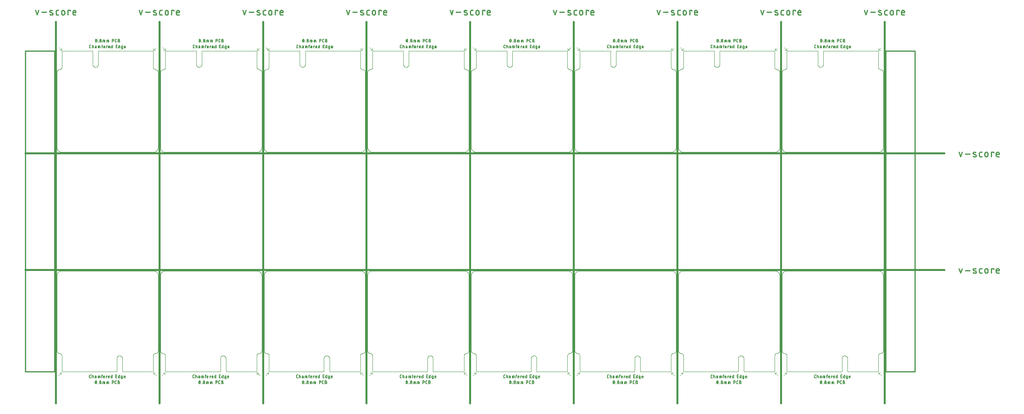
<source format=gko>
G04 EAGLE Gerber RS-274X export*
G75*
%MOMM*%
%FSLAX34Y34*%
%LPD*%
%IN*%
%IPPOS*%
%AMOC8*
5,1,8,0,0,1.08239X$1,22.5*%
G01*
%ADD10C,0.050000*%
%ADD11C,0.050800*%
%ADD12C,0.381000*%
%ADD13C,0.279400*%
%ADD14C,0.254000*%
%ADD15C,0.127000*%
%ADD16C,0.101600*%


D10*
X0Y46000D02*
X0Y210000D01*
X10000Y220000D02*
X210000Y220000D01*
X220000Y210000D02*
X220000Y46000D01*
X220000Y210000D02*
X219991Y210248D01*
X219976Y210495D01*
X219955Y210742D01*
X219928Y210988D01*
X219895Y211233D01*
X219856Y211478D01*
X219812Y211722D01*
X219761Y211964D01*
X219705Y212205D01*
X219642Y212445D01*
X219574Y212683D01*
X219501Y212920D01*
X219421Y213154D01*
X219336Y213387D01*
X219246Y213617D01*
X219149Y213846D01*
X219048Y214072D01*
X218941Y214295D01*
X218828Y214516D01*
X218710Y214734D01*
X218587Y214949D01*
X218459Y215160D01*
X218326Y215369D01*
X218188Y215575D01*
X218045Y215777D01*
X217897Y215976D01*
X217744Y216171D01*
X217586Y216362D01*
X217424Y216549D01*
X217258Y216733D01*
X217087Y216912D01*
X216912Y217087D01*
X216733Y217258D01*
X216549Y217424D01*
X216362Y217586D01*
X216171Y217744D01*
X215976Y217897D01*
X215777Y218045D01*
X215575Y218188D01*
X215369Y218326D01*
X215160Y218459D01*
X214949Y218587D01*
X214734Y218710D01*
X214516Y218828D01*
X214295Y218941D01*
X214072Y219048D01*
X213846Y219149D01*
X213617Y219246D01*
X213387Y219336D01*
X213154Y219421D01*
X212920Y219501D01*
X212683Y219574D01*
X212445Y219642D01*
X212205Y219705D01*
X211964Y219761D01*
X211722Y219812D01*
X211478Y219856D01*
X211233Y219895D01*
X210988Y219928D01*
X210742Y219955D01*
X210495Y219976D01*
X210248Y219991D01*
X210000Y220000D01*
X10000Y220000D02*
X9752Y219991D01*
X9505Y219976D01*
X9258Y219955D01*
X9012Y219928D01*
X8767Y219895D01*
X8522Y219856D01*
X8278Y219812D01*
X8036Y219761D01*
X7795Y219705D01*
X7555Y219642D01*
X7317Y219574D01*
X7080Y219501D01*
X6846Y219421D01*
X6613Y219336D01*
X6383Y219246D01*
X6154Y219149D01*
X5928Y219048D01*
X5705Y218941D01*
X5484Y218828D01*
X5266Y218710D01*
X5051Y218587D01*
X4840Y218459D01*
X4631Y218326D01*
X4425Y218188D01*
X4223Y218045D01*
X4024Y217897D01*
X3829Y217744D01*
X3638Y217586D01*
X3451Y217424D01*
X3267Y217258D01*
X3088Y217087D01*
X2913Y216912D01*
X2742Y216733D01*
X2576Y216549D01*
X2414Y216362D01*
X2256Y216171D01*
X2103Y215976D01*
X1955Y215777D01*
X1812Y215575D01*
X1674Y215369D01*
X1541Y215160D01*
X1413Y214949D01*
X1290Y214734D01*
X1172Y214516D01*
X1059Y214295D01*
X952Y214072D01*
X851Y213846D01*
X754Y213617D01*
X664Y213387D01*
X579Y213154D01*
X499Y212920D01*
X426Y212683D01*
X358Y212445D01*
X295Y212205D01*
X239Y211964D01*
X188Y211722D01*
X144Y211478D01*
X105Y211233D01*
X72Y210988D01*
X45Y210742D01*
X24Y210495D01*
X9Y210248D01*
X0Y210000D01*
X-1Y46000D02*
X6Y45844D01*
X16Y45688D01*
X30Y45533D01*
X48Y45378D01*
X70Y45224D01*
X96Y45070D01*
X126Y44917D01*
X160Y44765D01*
X197Y44614D01*
X238Y44463D01*
X283Y44314D01*
X332Y44166D01*
X385Y44019D01*
X441Y43874D01*
X501Y43730D01*
X564Y43587D01*
X631Y43447D01*
X702Y43308D01*
X776Y43170D01*
X854Y43035D01*
X934Y42902D01*
X1019Y42771D01*
X1106Y42642D01*
X1197Y42515D01*
X1291Y42390D01*
X1388Y42268D01*
X1488Y42149D01*
X1591Y42032D01*
X1697Y41918D01*
X1806Y41806D01*
X1918Y41697D01*
X2032Y41591D01*
X2149Y41488D01*
X2268Y41388D01*
X2390Y41291D01*
X2515Y41197D01*
X2642Y41106D01*
X2771Y41019D01*
X2902Y40934D01*
X3035Y40854D01*
X3170Y40776D01*
X3308Y40702D01*
X3447Y40631D01*
X3587Y40564D01*
X3730Y40501D01*
X3874Y40441D01*
X4019Y40385D01*
X4166Y40332D01*
X4314Y40283D01*
X4463Y40238D01*
X4614Y40197D01*
X4765Y40160D01*
X4917Y40126D01*
X5070Y40096D01*
X5224Y40070D01*
X5378Y40048D01*
X5533Y40030D01*
X5688Y40016D01*
X5844Y40006D01*
X6000Y39999D01*
X214000Y39999D02*
X214156Y40006D01*
X214312Y40016D01*
X214467Y40030D01*
X214622Y40048D01*
X214776Y40070D01*
X214930Y40096D01*
X215083Y40126D01*
X215235Y40160D01*
X215386Y40197D01*
X215537Y40238D01*
X215686Y40283D01*
X215834Y40332D01*
X215981Y40385D01*
X216126Y40441D01*
X216270Y40501D01*
X216413Y40564D01*
X216553Y40631D01*
X216692Y40702D01*
X216830Y40776D01*
X216965Y40854D01*
X217098Y40934D01*
X217229Y41019D01*
X217358Y41106D01*
X217485Y41197D01*
X217610Y41291D01*
X217732Y41388D01*
X217851Y41488D01*
X217968Y41591D01*
X218082Y41697D01*
X218194Y41806D01*
X218303Y41918D01*
X218409Y42032D01*
X218512Y42149D01*
X218612Y42268D01*
X218709Y42390D01*
X218803Y42515D01*
X218894Y42642D01*
X218981Y42771D01*
X219066Y42902D01*
X219146Y43035D01*
X219224Y43170D01*
X219298Y43308D01*
X219369Y43447D01*
X219436Y43587D01*
X219499Y43730D01*
X219559Y43874D01*
X219615Y44019D01*
X219668Y44166D01*
X219717Y44314D01*
X219762Y44463D01*
X219803Y44614D01*
X219840Y44765D01*
X219874Y44917D01*
X219904Y45070D01*
X219930Y45224D01*
X219952Y45378D01*
X219970Y45533D01*
X219984Y45688D01*
X219994Y45844D01*
X220001Y46000D01*
D11*
X209250Y0D02*
X142250Y0D01*
X130250Y0D02*
X10750Y0D01*
X10750Y35000D01*
X209250Y35000D02*
X209250Y0D01*
X209250Y35000D02*
X209254Y35140D01*
X209263Y35280D01*
X209275Y35420D01*
X209291Y35559D01*
X209311Y35698D01*
X209334Y35836D01*
X209362Y35974D01*
X209393Y36110D01*
X209428Y36246D01*
X209467Y36381D01*
X209509Y36515D01*
X209555Y36647D01*
X209605Y36778D01*
X209658Y36908D01*
X209715Y37036D01*
X209775Y37163D01*
X209838Y37288D01*
X209906Y37411D01*
X209976Y37532D01*
X210050Y37651D01*
X210127Y37769D01*
X210207Y37884D01*
X210290Y37996D01*
X210377Y38107D01*
X210466Y38215D01*
X210558Y38320D01*
X210653Y38423D01*
X210751Y38524D01*
X210852Y38621D01*
X210955Y38716D01*
X211061Y38808D01*
X211170Y38897D01*
X211280Y38983D01*
X211393Y39066D01*
X211509Y39146D01*
X211626Y39222D01*
X211746Y39296D01*
X211867Y39366D01*
X211991Y39432D01*
X212116Y39495D01*
X212243Y39555D01*
X212371Y39611D01*
X212501Y39664D01*
X212632Y39713D01*
X212765Y39759D01*
X212899Y39801D01*
X213034Y39839D01*
X213170Y39873D01*
X213306Y39904D01*
X213444Y39931D01*
X213582Y39954D01*
X213721Y39973D01*
X213861Y39989D01*
X214000Y40001D01*
X10750Y35000D02*
X10744Y35142D01*
X10734Y35285D01*
X10720Y35426D01*
X10702Y35568D01*
X10681Y35709D01*
X10655Y35849D01*
X10626Y35988D01*
X10593Y36127D01*
X10556Y36264D01*
X10515Y36401D01*
X10470Y36536D01*
X10422Y36670D01*
X10370Y36803D01*
X10314Y36934D01*
X10255Y37064D01*
X10192Y37192D01*
X10126Y37318D01*
X10056Y37442D01*
X9983Y37564D01*
X9907Y37684D01*
X9827Y37802D01*
X9744Y37918D01*
X9658Y38032D01*
X9569Y38143D01*
X9476Y38251D01*
X9381Y38357D01*
X9283Y38461D01*
X9182Y38561D01*
X9078Y38659D01*
X8972Y38754D01*
X8863Y38846D01*
X8752Y38934D01*
X8638Y39020D01*
X8522Y39103D01*
X8403Y39182D01*
X8283Y39258D01*
X8160Y39331D01*
X8036Y39400D01*
X7909Y39466D01*
X7781Y39528D01*
X7651Y39587D01*
X7520Y39642D01*
X7387Y39693D01*
X7253Y39741D01*
X7117Y39785D01*
X6981Y39825D01*
X6843Y39862D01*
X6704Y39894D01*
X6565Y39923D01*
X6424Y39948D01*
X6284Y39969D01*
X6142Y39986D01*
X6000Y40000D01*
X142250Y29000D02*
X142250Y0D01*
X130250Y0D02*
X130250Y29000D01*
X130252Y29153D01*
X130258Y29306D01*
X130268Y29459D01*
X130281Y29612D01*
X130299Y29764D01*
X130320Y29916D01*
X130346Y30067D01*
X130375Y30217D01*
X130408Y30367D01*
X130445Y30516D01*
X130485Y30664D01*
X130530Y30810D01*
X130578Y30956D01*
X130630Y31100D01*
X130685Y31243D01*
X130744Y31384D01*
X130807Y31524D01*
X130873Y31662D01*
X130943Y31799D01*
X131016Y31933D01*
X131093Y32066D01*
X131173Y32197D01*
X131256Y32325D01*
X131342Y32452D01*
X131432Y32576D01*
X131525Y32698D01*
X131621Y32817D01*
X131720Y32934D01*
X131822Y33049D01*
X131927Y33161D01*
X132035Y33270D01*
X132145Y33376D01*
X132258Y33479D01*
X132374Y33580D01*
X132492Y33677D01*
X132613Y33772D01*
X132736Y33863D01*
X132861Y33951D01*
X132989Y34036D01*
X133118Y34118D01*
X133250Y34196D01*
X133384Y34271D01*
X133519Y34343D01*
X133657Y34411D01*
X133796Y34475D01*
X133936Y34536D01*
X134078Y34593D01*
X134222Y34647D01*
X134367Y34697D01*
X134513Y34743D01*
X134660Y34786D01*
X134808Y34824D01*
X134958Y34859D01*
X135108Y34890D01*
X135258Y34918D01*
X135410Y34941D01*
X135562Y34960D01*
X135714Y34976D01*
X135867Y34988D01*
X136020Y34996D01*
X136173Y35000D01*
X136327Y35000D01*
X136480Y34996D01*
X136633Y34988D01*
X136786Y34976D01*
X136938Y34960D01*
X137090Y34941D01*
X137242Y34918D01*
X137392Y34890D01*
X137542Y34859D01*
X137692Y34824D01*
X137840Y34786D01*
X137987Y34743D01*
X138133Y34697D01*
X138278Y34647D01*
X138422Y34593D01*
X138564Y34536D01*
X138704Y34475D01*
X138843Y34411D01*
X138981Y34343D01*
X139116Y34271D01*
X139250Y34196D01*
X139382Y34118D01*
X139511Y34036D01*
X139639Y33951D01*
X139764Y33863D01*
X139887Y33772D01*
X140008Y33677D01*
X140126Y33580D01*
X140242Y33479D01*
X140355Y33376D01*
X140465Y33270D01*
X140573Y33161D01*
X140678Y33049D01*
X140780Y32934D01*
X140879Y32817D01*
X140975Y32698D01*
X141068Y32576D01*
X141158Y32452D01*
X141244Y32325D01*
X141327Y32197D01*
X141407Y32066D01*
X141484Y31933D01*
X141557Y31799D01*
X141627Y31662D01*
X141693Y31524D01*
X141756Y31384D01*
X141815Y31243D01*
X141870Y31100D01*
X141922Y30956D01*
X141970Y30810D01*
X142015Y30664D01*
X142055Y30516D01*
X142092Y30367D01*
X142125Y30217D01*
X142154Y30067D01*
X142180Y29916D01*
X142201Y29764D01*
X142219Y29612D01*
X142232Y29459D01*
X142242Y29306D01*
X142248Y29153D01*
X142250Y29000D01*
D10*
X214000Y39999D02*
X214156Y40006D01*
X214312Y40016D01*
X214467Y40030D01*
X214622Y40048D01*
X214776Y40070D01*
X214930Y40096D01*
X215083Y40126D01*
X215235Y40160D01*
X215386Y40197D01*
X215537Y40238D01*
X215686Y40283D01*
X215834Y40332D01*
X215981Y40385D01*
X216126Y40441D01*
X216270Y40501D01*
X216413Y40564D01*
X216553Y40631D01*
X216692Y40702D01*
X216830Y40776D01*
X216965Y40854D01*
X217098Y40934D01*
X217229Y41019D01*
X217358Y41106D01*
X217485Y41197D01*
X217610Y41291D01*
X217732Y41388D01*
X217851Y41488D01*
X217968Y41591D01*
X218082Y41697D01*
X218194Y41806D01*
X218303Y41918D01*
X218409Y42032D01*
X218512Y42149D01*
X218612Y42268D01*
X218709Y42390D01*
X218803Y42515D01*
X218894Y42642D01*
X218981Y42771D01*
X219066Y42902D01*
X219146Y43035D01*
X219224Y43170D01*
X219298Y43308D01*
X219369Y43447D01*
X219436Y43587D01*
X219499Y43730D01*
X219559Y43874D01*
X219615Y44019D01*
X219668Y44166D01*
X219717Y44314D01*
X219762Y44463D01*
X219803Y44614D01*
X219840Y44765D01*
X219874Y44917D01*
X219904Y45070D01*
X219930Y45224D01*
X219952Y45378D01*
X219970Y45533D01*
X219984Y45688D01*
X219994Y45844D01*
X220001Y46000D01*
X6000Y39999D02*
X5844Y40006D01*
X5688Y40016D01*
X5533Y40030D01*
X5378Y40048D01*
X5224Y40070D01*
X5070Y40096D01*
X4917Y40126D01*
X4765Y40160D01*
X4614Y40197D01*
X4463Y40238D01*
X4314Y40283D01*
X4166Y40332D01*
X4019Y40385D01*
X3874Y40441D01*
X3730Y40501D01*
X3587Y40564D01*
X3447Y40631D01*
X3308Y40702D01*
X3170Y40776D01*
X3035Y40854D01*
X2902Y40934D01*
X2771Y41019D01*
X2642Y41106D01*
X2515Y41197D01*
X2390Y41291D01*
X2268Y41388D01*
X2149Y41488D01*
X2032Y41591D01*
X1918Y41697D01*
X1806Y41806D01*
X1697Y41918D01*
X1591Y42032D01*
X1488Y42149D01*
X1388Y42268D01*
X1291Y42390D01*
X1197Y42515D01*
X1106Y42642D01*
X1019Y42771D01*
X934Y42902D01*
X854Y43035D01*
X776Y43170D01*
X702Y43308D01*
X631Y43447D01*
X564Y43587D01*
X501Y43730D01*
X441Y43874D01*
X385Y44019D01*
X332Y44166D01*
X283Y44314D01*
X238Y44463D01*
X197Y44614D01*
X160Y44765D01*
X126Y44917D01*
X96Y45070D01*
X70Y45224D01*
X48Y45378D01*
X30Y45533D01*
X16Y45688D01*
X6Y45844D01*
X-1Y46000D01*
X225069Y46000D02*
X225069Y210000D01*
X235069Y220000D02*
X435069Y220000D01*
X445069Y210000D02*
X445069Y46000D01*
X445069Y210000D02*
X445060Y210248D01*
X445045Y210495D01*
X445024Y210742D01*
X444997Y210988D01*
X444964Y211233D01*
X444925Y211478D01*
X444881Y211722D01*
X444830Y211964D01*
X444774Y212205D01*
X444711Y212445D01*
X444643Y212683D01*
X444570Y212920D01*
X444490Y213154D01*
X444405Y213387D01*
X444315Y213617D01*
X444218Y213846D01*
X444117Y214072D01*
X444010Y214295D01*
X443897Y214516D01*
X443779Y214734D01*
X443656Y214949D01*
X443528Y215160D01*
X443395Y215369D01*
X443257Y215575D01*
X443114Y215777D01*
X442966Y215976D01*
X442813Y216171D01*
X442655Y216362D01*
X442493Y216549D01*
X442327Y216733D01*
X442156Y216912D01*
X441981Y217087D01*
X441802Y217258D01*
X441618Y217424D01*
X441431Y217586D01*
X441240Y217744D01*
X441045Y217897D01*
X440846Y218045D01*
X440644Y218188D01*
X440438Y218326D01*
X440229Y218459D01*
X440018Y218587D01*
X439803Y218710D01*
X439585Y218828D01*
X439364Y218941D01*
X439141Y219048D01*
X438915Y219149D01*
X438686Y219246D01*
X438456Y219336D01*
X438223Y219421D01*
X437989Y219501D01*
X437752Y219574D01*
X437514Y219642D01*
X437274Y219705D01*
X437033Y219761D01*
X436791Y219812D01*
X436547Y219856D01*
X436302Y219895D01*
X436057Y219928D01*
X435811Y219955D01*
X435564Y219976D01*
X435317Y219991D01*
X435069Y220000D01*
X235069Y220000D02*
X234821Y219991D01*
X234574Y219976D01*
X234327Y219955D01*
X234081Y219928D01*
X233836Y219895D01*
X233591Y219856D01*
X233347Y219812D01*
X233105Y219761D01*
X232864Y219705D01*
X232624Y219642D01*
X232386Y219574D01*
X232149Y219501D01*
X231915Y219421D01*
X231682Y219336D01*
X231452Y219246D01*
X231223Y219149D01*
X230997Y219048D01*
X230774Y218941D01*
X230553Y218828D01*
X230335Y218710D01*
X230120Y218587D01*
X229909Y218459D01*
X229700Y218326D01*
X229494Y218188D01*
X229292Y218045D01*
X229093Y217897D01*
X228898Y217744D01*
X228707Y217586D01*
X228520Y217424D01*
X228336Y217258D01*
X228157Y217087D01*
X227982Y216912D01*
X227811Y216733D01*
X227645Y216549D01*
X227483Y216362D01*
X227325Y216171D01*
X227172Y215976D01*
X227024Y215777D01*
X226881Y215575D01*
X226743Y215369D01*
X226610Y215160D01*
X226482Y214949D01*
X226359Y214734D01*
X226241Y214516D01*
X226128Y214295D01*
X226021Y214072D01*
X225920Y213846D01*
X225823Y213617D01*
X225733Y213387D01*
X225648Y213154D01*
X225568Y212920D01*
X225495Y212683D01*
X225427Y212445D01*
X225364Y212205D01*
X225308Y211964D01*
X225257Y211722D01*
X225213Y211478D01*
X225174Y211233D01*
X225141Y210988D01*
X225114Y210742D01*
X225093Y210495D01*
X225078Y210248D01*
X225069Y210000D01*
X225069Y46000D02*
X225076Y45844D01*
X225086Y45688D01*
X225100Y45533D01*
X225118Y45378D01*
X225140Y45224D01*
X225166Y45070D01*
X225196Y44917D01*
X225230Y44765D01*
X225267Y44614D01*
X225308Y44463D01*
X225353Y44314D01*
X225402Y44166D01*
X225455Y44019D01*
X225511Y43874D01*
X225571Y43730D01*
X225634Y43587D01*
X225701Y43447D01*
X225772Y43308D01*
X225846Y43170D01*
X225924Y43035D01*
X226004Y42902D01*
X226089Y42771D01*
X226176Y42642D01*
X226267Y42515D01*
X226361Y42390D01*
X226458Y42268D01*
X226558Y42149D01*
X226661Y42032D01*
X226767Y41918D01*
X226876Y41806D01*
X226988Y41697D01*
X227102Y41591D01*
X227219Y41488D01*
X227338Y41388D01*
X227460Y41291D01*
X227585Y41197D01*
X227712Y41106D01*
X227841Y41019D01*
X227972Y40934D01*
X228105Y40854D01*
X228240Y40776D01*
X228378Y40702D01*
X228517Y40631D01*
X228657Y40564D01*
X228800Y40501D01*
X228944Y40441D01*
X229089Y40385D01*
X229236Y40332D01*
X229384Y40283D01*
X229533Y40238D01*
X229684Y40197D01*
X229835Y40160D01*
X229987Y40126D01*
X230140Y40096D01*
X230294Y40070D01*
X230448Y40048D01*
X230603Y40030D01*
X230758Y40016D01*
X230914Y40006D01*
X231070Y39999D01*
X439069Y39999D02*
X439225Y40006D01*
X439381Y40016D01*
X439536Y40030D01*
X439691Y40048D01*
X439845Y40070D01*
X439999Y40096D01*
X440152Y40126D01*
X440304Y40160D01*
X440455Y40197D01*
X440606Y40238D01*
X440755Y40283D01*
X440903Y40332D01*
X441050Y40385D01*
X441195Y40441D01*
X441339Y40501D01*
X441482Y40564D01*
X441622Y40631D01*
X441761Y40702D01*
X441899Y40776D01*
X442034Y40854D01*
X442167Y40934D01*
X442298Y41019D01*
X442427Y41106D01*
X442554Y41197D01*
X442679Y41291D01*
X442801Y41388D01*
X442920Y41488D01*
X443037Y41591D01*
X443151Y41697D01*
X443263Y41806D01*
X443372Y41918D01*
X443478Y42032D01*
X443581Y42149D01*
X443681Y42268D01*
X443778Y42390D01*
X443872Y42515D01*
X443963Y42642D01*
X444050Y42771D01*
X444135Y42902D01*
X444215Y43035D01*
X444293Y43170D01*
X444367Y43308D01*
X444438Y43447D01*
X444505Y43587D01*
X444568Y43730D01*
X444628Y43874D01*
X444684Y44019D01*
X444737Y44166D01*
X444786Y44314D01*
X444831Y44463D01*
X444872Y44614D01*
X444909Y44765D01*
X444943Y44917D01*
X444973Y45070D01*
X444999Y45224D01*
X445021Y45378D01*
X445039Y45533D01*
X445053Y45688D01*
X445063Y45844D01*
X445070Y46000D01*
D11*
X434319Y0D02*
X367319Y0D01*
X355319Y0D02*
X235819Y0D01*
X235819Y35000D01*
X434319Y35000D02*
X434319Y0D01*
X434319Y35000D02*
X434323Y35140D01*
X434332Y35280D01*
X434344Y35420D01*
X434360Y35559D01*
X434380Y35698D01*
X434403Y35836D01*
X434431Y35974D01*
X434462Y36110D01*
X434497Y36246D01*
X434536Y36381D01*
X434578Y36515D01*
X434624Y36647D01*
X434674Y36778D01*
X434727Y36908D01*
X434784Y37036D01*
X434844Y37163D01*
X434907Y37288D01*
X434975Y37411D01*
X435045Y37532D01*
X435119Y37651D01*
X435196Y37769D01*
X435276Y37884D01*
X435359Y37996D01*
X435446Y38107D01*
X435535Y38215D01*
X435627Y38320D01*
X435722Y38423D01*
X435820Y38524D01*
X435921Y38621D01*
X436024Y38716D01*
X436130Y38808D01*
X436239Y38897D01*
X436349Y38983D01*
X436462Y39066D01*
X436578Y39146D01*
X436695Y39222D01*
X436815Y39296D01*
X436936Y39366D01*
X437060Y39432D01*
X437185Y39495D01*
X437312Y39555D01*
X437440Y39611D01*
X437570Y39664D01*
X437701Y39713D01*
X437834Y39759D01*
X437968Y39801D01*
X438103Y39839D01*
X438239Y39873D01*
X438375Y39904D01*
X438513Y39931D01*
X438651Y39954D01*
X438790Y39973D01*
X438930Y39989D01*
X439069Y40001D01*
X235819Y35000D02*
X235813Y35142D01*
X235803Y35285D01*
X235789Y35426D01*
X235771Y35568D01*
X235750Y35709D01*
X235724Y35849D01*
X235695Y35988D01*
X235662Y36127D01*
X235625Y36264D01*
X235584Y36401D01*
X235539Y36536D01*
X235491Y36670D01*
X235439Y36803D01*
X235383Y36934D01*
X235324Y37064D01*
X235261Y37192D01*
X235195Y37318D01*
X235125Y37442D01*
X235052Y37564D01*
X234976Y37684D01*
X234896Y37802D01*
X234813Y37918D01*
X234727Y38032D01*
X234638Y38143D01*
X234545Y38251D01*
X234450Y38357D01*
X234352Y38461D01*
X234251Y38561D01*
X234147Y38659D01*
X234041Y38754D01*
X233932Y38846D01*
X233821Y38934D01*
X233707Y39020D01*
X233591Y39103D01*
X233472Y39182D01*
X233352Y39258D01*
X233229Y39331D01*
X233105Y39400D01*
X232978Y39466D01*
X232850Y39528D01*
X232720Y39587D01*
X232589Y39642D01*
X232456Y39693D01*
X232322Y39741D01*
X232186Y39785D01*
X232050Y39825D01*
X231912Y39862D01*
X231773Y39894D01*
X231634Y39923D01*
X231493Y39948D01*
X231353Y39969D01*
X231211Y39986D01*
X231069Y40000D01*
X367319Y29000D02*
X367319Y0D01*
X355319Y0D02*
X355319Y29000D01*
X355321Y29153D01*
X355327Y29306D01*
X355337Y29459D01*
X355350Y29612D01*
X355368Y29764D01*
X355389Y29916D01*
X355415Y30067D01*
X355444Y30217D01*
X355477Y30367D01*
X355514Y30516D01*
X355554Y30664D01*
X355599Y30810D01*
X355647Y30956D01*
X355699Y31100D01*
X355754Y31243D01*
X355813Y31384D01*
X355876Y31524D01*
X355942Y31662D01*
X356012Y31799D01*
X356085Y31933D01*
X356162Y32066D01*
X356242Y32197D01*
X356325Y32325D01*
X356411Y32452D01*
X356501Y32576D01*
X356594Y32698D01*
X356690Y32817D01*
X356789Y32934D01*
X356891Y33049D01*
X356996Y33161D01*
X357104Y33270D01*
X357214Y33376D01*
X357327Y33479D01*
X357443Y33580D01*
X357561Y33677D01*
X357682Y33772D01*
X357805Y33863D01*
X357930Y33951D01*
X358058Y34036D01*
X358187Y34118D01*
X358319Y34196D01*
X358453Y34271D01*
X358588Y34343D01*
X358726Y34411D01*
X358865Y34475D01*
X359005Y34536D01*
X359147Y34593D01*
X359291Y34647D01*
X359436Y34697D01*
X359582Y34743D01*
X359729Y34786D01*
X359877Y34824D01*
X360027Y34859D01*
X360177Y34890D01*
X360327Y34918D01*
X360479Y34941D01*
X360631Y34960D01*
X360783Y34976D01*
X360936Y34988D01*
X361089Y34996D01*
X361242Y35000D01*
X361396Y35000D01*
X361549Y34996D01*
X361702Y34988D01*
X361855Y34976D01*
X362007Y34960D01*
X362159Y34941D01*
X362311Y34918D01*
X362461Y34890D01*
X362611Y34859D01*
X362761Y34824D01*
X362909Y34786D01*
X363056Y34743D01*
X363202Y34697D01*
X363347Y34647D01*
X363491Y34593D01*
X363633Y34536D01*
X363773Y34475D01*
X363912Y34411D01*
X364050Y34343D01*
X364185Y34271D01*
X364319Y34196D01*
X364451Y34118D01*
X364580Y34036D01*
X364708Y33951D01*
X364833Y33863D01*
X364956Y33772D01*
X365077Y33677D01*
X365195Y33580D01*
X365311Y33479D01*
X365424Y33376D01*
X365534Y33270D01*
X365642Y33161D01*
X365747Y33049D01*
X365849Y32934D01*
X365948Y32817D01*
X366044Y32698D01*
X366137Y32576D01*
X366227Y32452D01*
X366313Y32325D01*
X366396Y32197D01*
X366476Y32066D01*
X366553Y31933D01*
X366626Y31799D01*
X366696Y31662D01*
X366762Y31524D01*
X366825Y31384D01*
X366884Y31243D01*
X366939Y31100D01*
X366991Y30956D01*
X367039Y30810D01*
X367084Y30664D01*
X367124Y30516D01*
X367161Y30367D01*
X367194Y30217D01*
X367223Y30067D01*
X367249Y29916D01*
X367270Y29764D01*
X367288Y29612D01*
X367301Y29459D01*
X367311Y29306D01*
X367317Y29153D01*
X367319Y29000D01*
D10*
X439069Y39999D02*
X439225Y40006D01*
X439381Y40016D01*
X439536Y40030D01*
X439691Y40048D01*
X439845Y40070D01*
X439999Y40096D01*
X440152Y40126D01*
X440304Y40160D01*
X440455Y40197D01*
X440606Y40238D01*
X440755Y40283D01*
X440903Y40332D01*
X441050Y40385D01*
X441195Y40441D01*
X441339Y40501D01*
X441482Y40564D01*
X441622Y40631D01*
X441761Y40702D01*
X441899Y40776D01*
X442034Y40854D01*
X442167Y40934D01*
X442298Y41019D01*
X442427Y41106D01*
X442554Y41197D01*
X442679Y41291D01*
X442801Y41388D01*
X442920Y41488D01*
X443037Y41591D01*
X443151Y41697D01*
X443263Y41806D01*
X443372Y41918D01*
X443478Y42032D01*
X443581Y42149D01*
X443681Y42268D01*
X443778Y42390D01*
X443872Y42515D01*
X443963Y42642D01*
X444050Y42771D01*
X444135Y42902D01*
X444215Y43035D01*
X444293Y43170D01*
X444367Y43308D01*
X444438Y43447D01*
X444505Y43587D01*
X444568Y43730D01*
X444628Y43874D01*
X444684Y44019D01*
X444737Y44166D01*
X444786Y44314D01*
X444831Y44463D01*
X444872Y44614D01*
X444909Y44765D01*
X444943Y44917D01*
X444973Y45070D01*
X444999Y45224D01*
X445021Y45378D01*
X445039Y45533D01*
X445053Y45688D01*
X445063Y45844D01*
X445070Y46000D01*
X231070Y39999D02*
X230914Y40006D01*
X230758Y40016D01*
X230603Y40030D01*
X230448Y40048D01*
X230294Y40070D01*
X230140Y40096D01*
X229987Y40126D01*
X229835Y40160D01*
X229684Y40197D01*
X229533Y40238D01*
X229384Y40283D01*
X229236Y40332D01*
X229089Y40385D01*
X228944Y40441D01*
X228800Y40501D01*
X228657Y40564D01*
X228517Y40631D01*
X228378Y40702D01*
X228240Y40776D01*
X228105Y40854D01*
X227972Y40934D01*
X227841Y41019D01*
X227712Y41106D01*
X227585Y41197D01*
X227460Y41291D01*
X227338Y41388D01*
X227219Y41488D01*
X227102Y41591D01*
X226988Y41697D01*
X226876Y41806D01*
X226767Y41918D01*
X226661Y42032D01*
X226558Y42149D01*
X226458Y42268D01*
X226361Y42390D01*
X226267Y42515D01*
X226176Y42642D01*
X226089Y42771D01*
X226004Y42902D01*
X225924Y43035D01*
X225846Y43170D01*
X225772Y43308D01*
X225701Y43447D01*
X225634Y43587D01*
X225571Y43730D01*
X225511Y43874D01*
X225455Y44019D01*
X225402Y44166D01*
X225353Y44314D01*
X225308Y44463D01*
X225267Y44614D01*
X225230Y44765D01*
X225196Y44917D01*
X225166Y45070D01*
X225140Y45224D01*
X225118Y45378D01*
X225100Y45533D01*
X225086Y45688D01*
X225076Y45844D01*
X225069Y46000D01*
X450164Y46000D02*
X450164Y210000D01*
X460164Y220000D02*
X660164Y220000D01*
X670164Y210000D02*
X670164Y46000D01*
X670164Y210000D02*
X670155Y210248D01*
X670140Y210495D01*
X670119Y210742D01*
X670092Y210988D01*
X670059Y211233D01*
X670020Y211478D01*
X669976Y211722D01*
X669925Y211964D01*
X669869Y212205D01*
X669806Y212445D01*
X669738Y212683D01*
X669665Y212920D01*
X669585Y213154D01*
X669500Y213387D01*
X669410Y213617D01*
X669313Y213846D01*
X669212Y214072D01*
X669105Y214295D01*
X668992Y214516D01*
X668874Y214734D01*
X668751Y214949D01*
X668623Y215160D01*
X668490Y215369D01*
X668352Y215575D01*
X668209Y215777D01*
X668061Y215976D01*
X667908Y216171D01*
X667750Y216362D01*
X667588Y216549D01*
X667422Y216733D01*
X667251Y216912D01*
X667076Y217087D01*
X666897Y217258D01*
X666713Y217424D01*
X666526Y217586D01*
X666335Y217744D01*
X666140Y217897D01*
X665941Y218045D01*
X665739Y218188D01*
X665533Y218326D01*
X665324Y218459D01*
X665113Y218587D01*
X664898Y218710D01*
X664680Y218828D01*
X664459Y218941D01*
X664236Y219048D01*
X664010Y219149D01*
X663781Y219246D01*
X663551Y219336D01*
X663318Y219421D01*
X663084Y219501D01*
X662847Y219574D01*
X662609Y219642D01*
X662369Y219705D01*
X662128Y219761D01*
X661886Y219812D01*
X661642Y219856D01*
X661397Y219895D01*
X661152Y219928D01*
X660906Y219955D01*
X660659Y219976D01*
X660412Y219991D01*
X660164Y220000D01*
X460164Y220000D02*
X459916Y219991D01*
X459669Y219976D01*
X459422Y219955D01*
X459176Y219928D01*
X458931Y219895D01*
X458686Y219856D01*
X458442Y219812D01*
X458200Y219761D01*
X457959Y219705D01*
X457719Y219642D01*
X457481Y219574D01*
X457244Y219501D01*
X457010Y219421D01*
X456777Y219336D01*
X456547Y219246D01*
X456318Y219149D01*
X456092Y219048D01*
X455869Y218941D01*
X455648Y218828D01*
X455430Y218710D01*
X455215Y218587D01*
X455004Y218459D01*
X454795Y218326D01*
X454589Y218188D01*
X454387Y218045D01*
X454188Y217897D01*
X453993Y217744D01*
X453802Y217586D01*
X453615Y217424D01*
X453431Y217258D01*
X453252Y217087D01*
X453077Y216912D01*
X452906Y216733D01*
X452740Y216549D01*
X452578Y216362D01*
X452420Y216171D01*
X452267Y215976D01*
X452119Y215777D01*
X451976Y215575D01*
X451838Y215369D01*
X451705Y215160D01*
X451577Y214949D01*
X451454Y214734D01*
X451336Y214516D01*
X451223Y214295D01*
X451116Y214072D01*
X451015Y213846D01*
X450918Y213617D01*
X450828Y213387D01*
X450743Y213154D01*
X450663Y212920D01*
X450590Y212683D01*
X450522Y212445D01*
X450459Y212205D01*
X450403Y211964D01*
X450352Y211722D01*
X450308Y211478D01*
X450269Y211233D01*
X450236Y210988D01*
X450209Y210742D01*
X450188Y210495D01*
X450173Y210248D01*
X450164Y210000D01*
X450163Y46000D02*
X450170Y45844D01*
X450180Y45688D01*
X450194Y45533D01*
X450212Y45378D01*
X450234Y45224D01*
X450260Y45070D01*
X450290Y44917D01*
X450324Y44765D01*
X450361Y44614D01*
X450402Y44463D01*
X450447Y44314D01*
X450496Y44166D01*
X450549Y44019D01*
X450605Y43874D01*
X450665Y43730D01*
X450728Y43587D01*
X450795Y43447D01*
X450866Y43308D01*
X450940Y43170D01*
X451018Y43035D01*
X451098Y42902D01*
X451183Y42771D01*
X451270Y42642D01*
X451361Y42515D01*
X451455Y42390D01*
X451552Y42268D01*
X451652Y42149D01*
X451755Y42032D01*
X451861Y41918D01*
X451970Y41806D01*
X452082Y41697D01*
X452196Y41591D01*
X452313Y41488D01*
X452432Y41388D01*
X452554Y41291D01*
X452679Y41197D01*
X452806Y41106D01*
X452935Y41019D01*
X453066Y40934D01*
X453199Y40854D01*
X453334Y40776D01*
X453472Y40702D01*
X453611Y40631D01*
X453751Y40564D01*
X453894Y40501D01*
X454038Y40441D01*
X454183Y40385D01*
X454330Y40332D01*
X454478Y40283D01*
X454627Y40238D01*
X454778Y40197D01*
X454929Y40160D01*
X455081Y40126D01*
X455234Y40096D01*
X455388Y40070D01*
X455542Y40048D01*
X455697Y40030D01*
X455852Y40016D01*
X456008Y40006D01*
X456164Y39999D01*
X664164Y39999D02*
X664320Y40006D01*
X664476Y40016D01*
X664631Y40030D01*
X664786Y40048D01*
X664940Y40070D01*
X665094Y40096D01*
X665247Y40126D01*
X665399Y40160D01*
X665550Y40197D01*
X665701Y40238D01*
X665850Y40283D01*
X665998Y40332D01*
X666145Y40385D01*
X666290Y40441D01*
X666434Y40501D01*
X666577Y40564D01*
X666717Y40631D01*
X666856Y40702D01*
X666994Y40776D01*
X667129Y40854D01*
X667262Y40934D01*
X667393Y41019D01*
X667522Y41106D01*
X667649Y41197D01*
X667774Y41291D01*
X667896Y41388D01*
X668015Y41488D01*
X668132Y41591D01*
X668246Y41697D01*
X668358Y41806D01*
X668467Y41918D01*
X668573Y42032D01*
X668676Y42149D01*
X668776Y42268D01*
X668873Y42390D01*
X668967Y42515D01*
X669058Y42642D01*
X669145Y42771D01*
X669230Y42902D01*
X669310Y43035D01*
X669388Y43170D01*
X669462Y43308D01*
X669533Y43447D01*
X669600Y43587D01*
X669663Y43730D01*
X669723Y43874D01*
X669779Y44019D01*
X669832Y44166D01*
X669881Y44314D01*
X669926Y44463D01*
X669967Y44614D01*
X670004Y44765D01*
X670038Y44917D01*
X670068Y45070D01*
X670094Y45224D01*
X670116Y45378D01*
X670134Y45533D01*
X670148Y45688D01*
X670158Y45844D01*
X670165Y46000D01*
D11*
X659414Y0D02*
X592414Y0D01*
X580414Y0D02*
X460914Y0D01*
X460914Y35000D01*
X659414Y35000D02*
X659414Y0D01*
X659414Y35000D02*
X659418Y35140D01*
X659427Y35280D01*
X659439Y35420D01*
X659455Y35559D01*
X659475Y35698D01*
X659498Y35836D01*
X659526Y35974D01*
X659557Y36110D01*
X659592Y36246D01*
X659631Y36381D01*
X659673Y36515D01*
X659719Y36647D01*
X659769Y36778D01*
X659822Y36908D01*
X659879Y37036D01*
X659939Y37163D01*
X660002Y37288D01*
X660070Y37411D01*
X660140Y37532D01*
X660214Y37651D01*
X660291Y37769D01*
X660371Y37884D01*
X660454Y37996D01*
X660541Y38107D01*
X660630Y38215D01*
X660722Y38320D01*
X660817Y38423D01*
X660915Y38524D01*
X661016Y38621D01*
X661119Y38716D01*
X661225Y38808D01*
X661334Y38897D01*
X661444Y38983D01*
X661557Y39066D01*
X661673Y39146D01*
X661790Y39222D01*
X661910Y39296D01*
X662031Y39366D01*
X662155Y39432D01*
X662280Y39495D01*
X662407Y39555D01*
X662535Y39611D01*
X662665Y39664D01*
X662796Y39713D01*
X662929Y39759D01*
X663063Y39801D01*
X663198Y39839D01*
X663334Y39873D01*
X663470Y39904D01*
X663608Y39931D01*
X663746Y39954D01*
X663885Y39973D01*
X664025Y39989D01*
X664164Y40001D01*
X460914Y35000D02*
X460908Y35142D01*
X460898Y35285D01*
X460884Y35426D01*
X460866Y35568D01*
X460845Y35709D01*
X460819Y35849D01*
X460790Y35988D01*
X460757Y36127D01*
X460720Y36264D01*
X460679Y36401D01*
X460634Y36536D01*
X460586Y36670D01*
X460534Y36803D01*
X460478Y36934D01*
X460419Y37064D01*
X460356Y37192D01*
X460290Y37318D01*
X460220Y37442D01*
X460147Y37564D01*
X460071Y37684D01*
X459991Y37802D01*
X459908Y37918D01*
X459822Y38032D01*
X459733Y38143D01*
X459640Y38251D01*
X459545Y38357D01*
X459447Y38461D01*
X459346Y38561D01*
X459242Y38659D01*
X459136Y38754D01*
X459027Y38846D01*
X458916Y38934D01*
X458802Y39020D01*
X458686Y39103D01*
X458567Y39182D01*
X458447Y39258D01*
X458324Y39331D01*
X458200Y39400D01*
X458073Y39466D01*
X457945Y39528D01*
X457815Y39587D01*
X457684Y39642D01*
X457551Y39693D01*
X457417Y39741D01*
X457281Y39785D01*
X457145Y39825D01*
X457007Y39862D01*
X456868Y39894D01*
X456729Y39923D01*
X456588Y39948D01*
X456448Y39969D01*
X456306Y39986D01*
X456164Y40000D01*
X592414Y29000D02*
X592414Y0D01*
X580414Y0D02*
X580414Y29000D01*
X580416Y29153D01*
X580422Y29306D01*
X580432Y29459D01*
X580445Y29612D01*
X580463Y29764D01*
X580484Y29916D01*
X580510Y30067D01*
X580539Y30217D01*
X580572Y30367D01*
X580609Y30516D01*
X580649Y30664D01*
X580694Y30810D01*
X580742Y30956D01*
X580794Y31100D01*
X580849Y31243D01*
X580908Y31384D01*
X580971Y31524D01*
X581037Y31662D01*
X581107Y31799D01*
X581180Y31933D01*
X581257Y32066D01*
X581337Y32197D01*
X581420Y32325D01*
X581506Y32452D01*
X581596Y32576D01*
X581689Y32698D01*
X581785Y32817D01*
X581884Y32934D01*
X581986Y33049D01*
X582091Y33161D01*
X582199Y33270D01*
X582309Y33376D01*
X582422Y33479D01*
X582538Y33580D01*
X582656Y33677D01*
X582777Y33772D01*
X582900Y33863D01*
X583025Y33951D01*
X583153Y34036D01*
X583282Y34118D01*
X583414Y34196D01*
X583548Y34271D01*
X583683Y34343D01*
X583821Y34411D01*
X583960Y34475D01*
X584100Y34536D01*
X584242Y34593D01*
X584386Y34647D01*
X584531Y34697D01*
X584677Y34743D01*
X584824Y34786D01*
X584972Y34824D01*
X585122Y34859D01*
X585272Y34890D01*
X585422Y34918D01*
X585574Y34941D01*
X585726Y34960D01*
X585878Y34976D01*
X586031Y34988D01*
X586184Y34996D01*
X586337Y35000D01*
X586491Y35000D01*
X586644Y34996D01*
X586797Y34988D01*
X586950Y34976D01*
X587102Y34960D01*
X587254Y34941D01*
X587406Y34918D01*
X587556Y34890D01*
X587706Y34859D01*
X587856Y34824D01*
X588004Y34786D01*
X588151Y34743D01*
X588297Y34697D01*
X588442Y34647D01*
X588586Y34593D01*
X588728Y34536D01*
X588868Y34475D01*
X589007Y34411D01*
X589145Y34343D01*
X589280Y34271D01*
X589414Y34196D01*
X589546Y34118D01*
X589675Y34036D01*
X589803Y33951D01*
X589928Y33863D01*
X590051Y33772D01*
X590172Y33677D01*
X590290Y33580D01*
X590406Y33479D01*
X590519Y33376D01*
X590629Y33270D01*
X590737Y33161D01*
X590842Y33049D01*
X590944Y32934D01*
X591043Y32817D01*
X591139Y32698D01*
X591232Y32576D01*
X591322Y32452D01*
X591408Y32325D01*
X591491Y32197D01*
X591571Y32066D01*
X591648Y31933D01*
X591721Y31799D01*
X591791Y31662D01*
X591857Y31524D01*
X591920Y31384D01*
X591979Y31243D01*
X592034Y31100D01*
X592086Y30956D01*
X592134Y30810D01*
X592179Y30664D01*
X592219Y30516D01*
X592256Y30367D01*
X592289Y30217D01*
X592318Y30067D01*
X592344Y29916D01*
X592365Y29764D01*
X592383Y29612D01*
X592396Y29459D01*
X592406Y29306D01*
X592412Y29153D01*
X592414Y29000D01*
D10*
X664164Y39999D02*
X664320Y40006D01*
X664476Y40016D01*
X664631Y40030D01*
X664786Y40048D01*
X664940Y40070D01*
X665094Y40096D01*
X665247Y40126D01*
X665399Y40160D01*
X665550Y40197D01*
X665701Y40238D01*
X665850Y40283D01*
X665998Y40332D01*
X666145Y40385D01*
X666290Y40441D01*
X666434Y40501D01*
X666577Y40564D01*
X666717Y40631D01*
X666856Y40702D01*
X666994Y40776D01*
X667129Y40854D01*
X667262Y40934D01*
X667393Y41019D01*
X667522Y41106D01*
X667649Y41197D01*
X667774Y41291D01*
X667896Y41388D01*
X668015Y41488D01*
X668132Y41591D01*
X668246Y41697D01*
X668358Y41806D01*
X668467Y41918D01*
X668573Y42032D01*
X668676Y42149D01*
X668776Y42268D01*
X668873Y42390D01*
X668967Y42515D01*
X669058Y42642D01*
X669145Y42771D01*
X669230Y42902D01*
X669310Y43035D01*
X669388Y43170D01*
X669462Y43308D01*
X669533Y43447D01*
X669600Y43587D01*
X669663Y43730D01*
X669723Y43874D01*
X669779Y44019D01*
X669832Y44166D01*
X669881Y44314D01*
X669926Y44463D01*
X669967Y44614D01*
X670004Y44765D01*
X670038Y44917D01*
X670068Y45070D01*
X670094Y45224D01*
X670116Y45378D01*
X670134Y45533D01*
X670148Y45688D01*
X670158Y45844D01*
X670165Y46000D01*
X456164Y39999D02*
X456008Y40006D01*
X455852Y40016D01*
X455697Y40030D01*
X455542Y40048D01*
X455388Y40070D01*
X455234Y40096D01*
X455081Y40126D01*
X454929Y40160D01*
X454778Y40197D01*
X454627Y40238D01*
X454478Y40283D01*
X454330Y40332D01*
X454183Y40385D01*
X454038Y40441D01*
X453894Y40501D01*
X453751Y40564D01*
X453611Y40631D01*
X453472Y40702D01*
X453334Y40776D01*
X453199Y40854D01*
X453066Y40934D01*
X452935Y41019D01*
X452806Y41106D01*
X452679Y41197D01*
X452554Y41291D01*
X452432Y41388D01*
X452313Y41488D01*
X452196Y41591D01*
X452082Y41697D01*
X451970Y41806D01*
X451861Y41918D01*
X451755Y42032D01*
X451652Y42149D01*
X451552Y42268D01*
X451455Y42390D01*
X451361Y42515D01*
X451270Y42642D01*
X451183Y42771D01*
X451098Y42902D01*
X451018Y43035D01*
X450940Y43170D01*
X450866Y43308D01*
X450795Y43447D01*
X450728Y43587D01*
X450665Y43730D01*
X450605Y43874D01*
X450549Y44019D01*
X450496Y44166D01*
X450447Y44314D01*
X450402Y44463D01*
X450361Y44614D01*
X450324Y44765D01*
X450290Y44917D01*
X450260Y45070D01*
X450234Y45224D01*
X450212Y45378D01*
X450194Y45533D01*
X450180Y45688D01*
X450170Y45844D01*
X450163Y46000D01*
X675234Y46000D02*
X675234Y210000D01*
X685234Y220000D02*
X885234Y220000D01*
X895234Y210000D02*
X895234Y46000D01*
X895234Y210000D02*
X895225Y210248D01*
X895210Y210495D01*
X895189Y210742D01*
X895162Y210988D01*
X895129Y211233D01*
X895090Y211478D01*
X895046Y211722D01*
X894995Y211964D01*
X894939Y212205D01*
X894876Y212445D01*
X894808Y212683D01*
X894735Y212920D01*
X894655Y213154D01*
X894570Y213387D01*
X894480Y213617D01*
X894383Y213846D01*
X894282Y214072D01*
X894175Y214295D01*
X894062Y214516D01*
X893944Y214734D01*
X893821Y214949D01*
X893693Y215160D01*
X893560Y215369D01*
X893422Y215575D01*
X893279Y215777D01*
X893131Y215976D01*
X892978Y216171D01*
X892820Y216362D01*
X892658Y216549D01*
X892492Y216733D01*
X892321Y216912D01*
X892146Y217087D01*
X891967Y217258D01*
X891783Y217424D01*
X891596Y217586D01*
X891405Y217744D01*
X891210Y217897D01*
X891011Y218045D01*
X890809Y218188D01*
X890603Y218326D01*
X890394Y218459D01*
X890183Y218587D01*
X889968Y218710D01*
X889750Y218828D01*
X889529Y218941D01*
X889306Y219048D01*
X889080Y219149D01*
X888851Y219246D01*
X888621Y219336D01*
X888388Y219421D01*
X888154Y219501D01*
X887917Y219574D01*
X887679Y219642D01*
X887439Y219705D01*
X887198Y219761D01*
X886956Y219812D01*
X886712Y219856D01*
X886467Y219895D01*
X886222Y219928D01*
X885976Y219955D01*
X885729Y219976D01*
X885482Y219991D01*
X885234Y220000D01*
X685234Y220000D02*
X684986Y219991D01*
X684739Y219976D01*
X684492Y219955D01*
X684246Y219928D01*
X684001Y219895D01*
X683756Y219856D01*
X683512Y219812D01*
X683270Y219761D01*
X683029Y219705D01*
X682789Y219642D01*
X682551Y219574D01*
X682314Y219501D01*
X682080Y219421D01*
X681847Y219336D01*
X681617Y219246D01*
X681388Y219149D01*
X681162Y219048D01*
X680939Y218941D01*
X680718Y218828D01*
X680500Y218710D01*
X680285Y218587D01*
X680074Y218459D01*
X679865Y218326D01*
X679659Y218188D01*
X679457Y218045D01*
X679258Y217897D01*
X679063Y217744D01*
X678872Y217586D01*
X678685Y217424D01*
X678501Y217258D01*
X678322Y217087D01*
X678147Y216912D01*
X677976Y216733D01*
X677810Y216549D01*
X677648Y216362D01*
X677490Y216171D01*
X677337Y215976D01*
X677189Y215777D01*
X677046Y215575D01*
X676908Y215369D01*
X676775Y215160D01*
X676647Y214949D01*
X676524Y214734D01*
X676406Y214516D01*
X676293Y214295D01*
X676186Y214072D01*
X676085Y213846D01*
X675988Y213617D01*
X675898Y213387D01*
X675813Y213154D01*
X675733Y212920D01*
X675660Y212683D01*
X675592Y212445D01*
X675529Y212205D01*
X675473Y211964D01*
X675422Y211722D01*
X675378Y211478D01*
X675339Y211233D01*
X675306Y210988D01*
X675279Y210742D01*
X675258Y210495D01*
X675243Y210248D01*
X675234Y210000D01*
X675233Y46000D02*
X675240Y45844D01*
X675250Y45688D01*
X675264Y45533D01*
X675282Y45378D01*
X675304Y45224D01*
X675330Y45070D01*
X675360Y44917D01*
X675394Y44765D01*
X675431Y44614D01*
X675472Y44463D01*
X675517Y44314D01*
X675566Y44166D01*
X675619Y44019D01*
X675675Y43874D01*
X675735Y43730D01*
X675798Y43587D01*
X675865Y43447D01*
X675936Y43308D01*
X676010Y43170D01*
X676088Y43035D01*
X676168Y42902D01*
X676253Y42771D01*
X676340Y42642D01*
X676431Y42515D01*
X676525Y42390D01*
X676622Y42268D01*
X676722Y42149D01*
X676825Y42032D01*
X676931Y41918D01*
X677040Y41806D01*
X677152Y41697D01*
X677266Y41591D01*
X677383Y41488D01*
X677502Y41388D01*
X677624Y41291D01*
X677749Y41197D01*
X677876Y41106D01*
X678005Y41019D01*
X678136Y40934D01*
X678269Y40854D01*
X678404Y40776D01*
X678542Y40702D01*
X678681Y40631D01*
X678821Y40564D01*
X678964Y40501D01*
X679108Y40441D01*
X679253Y40385D01*
X679400Y40332D01*
X679548Y40283D01*
X679697Y40238D01*
X679848Y40197D01*
X679999Y40160D01*
X680151Y40126D01*
X680304Y40096D01*
X680458Y40070D01*
X680612Y40048D01*
X680767Y40030D01*
X680922Y40016D01*
X681078Y40006D01*
X681234Y39999D01*
X889233Y39999D02*
X889389Y40006D01*
X889545Y40016D01*
X889700Y40030D01*
X889855Y40048D01*
X890009Y40070D01*
X890163Y40096D01*
X890316Y40126D01*
X890468Y40160D01*
X890619Y40197D01*
X890770Y40238D01*
X890919Y40283D01*
X891067Y40332D01*
X891214Y40385D01*
X891359Y40441D01*
X891503Y40501D01*
X891646Y40564D01*
X891786Y40631D01*
X891925Y40702D01*
X892063Y40776D01*
X892198Y40854D01*
X892331Y40934D01*
X892462Y41019D01*
X892591Y41106D01*
X892718Y41197D01*
X892843Y41291D01*
X892965Y41388D01*
X893084Y41488D01*
X893201Y41591D01*
X893315Y41697D01*
X893427Y41806D01*
X893536Y41918D01*
X893642Y42032D01*
X893745Y42149D01*
X893845Y42268D01*
X893942Y42390D01*
X894036Y42515D01*
X894127Y42642D01*
X894214Y42771D01*
X894299Y42902D01*
X894379Y43035D01*
X894457Y43170D01*
X894531Y43308D01*
X894602Y43447D01*
X894669Y43587D01*
X894732Y43730D01*
X894792Y43874D01*
X894848Y44019D01*
X894901Y44166D01*
X894950Y44314D01*
X894995Y44463D01*
X895036Y44614D01*
X895073Y44765D01*
X895107Y44917D01*
X895137Y45070D01*
X895163Y45224D01*
X895185Y45378D01*
X895203Y45533D01*
X895217Y45688D01*
X895227Y45844D01*
X895234Y46000D01*
D11*
X884484Y0D02*
X817484Y0D01*
X805484Y0D02*
X685984Y0D01*
X685984Y35000D01*
X884484Y35000D02*
X884484Y0D01*
X884483Y35000D02*
X884487Y35140D01*
X884496Y35280D01*
X884508Y35420D01*
X884524Y35559D01*
X884544Y35698D01*
X884567Y35836D01*
X884595Y35974D01*
X884626Y36110D01*
X884661Y36246D01*
X884700Y36381D01*
X884742Y36515D01*
X884788Y36647D01*
X884838Y36778D01*
X884891Y36908D01*
X884948Y37036D01*
X885008Y37163D01*
X885071Y37288D01*
X885139Y37411D01*
X885209Y37532D01*
X885283Y37651D01*
X885360Y37769D01*
X885440Y37884D01*
X885523Y37996D01*
X885610Y38107D01*
X885699Y38215D01*
X885791Y38320D01*
X885886Y38423D01*
X885984Y38524D01*
X886085Y38621D01*
X886188Y38716D01*
X886294Y38808D01*
X886403Y38897D01*
X886513Y38983D01*
X886626Y39066D01*
X886742Y39146D01*
X886859Y39222D01*
X886979Y39296D01*
X887100Y39366D01*
X887224Y39432D01*
X887349Y39495D01*
X887476Y39555D01*
X887604Y39611D01*
X887734Y39664D01*
X887865Y39713D01*
X887998Y39759D01*
X888132Y39801D01*
X888267Y39839D01*
X888403Y39873D01*
X888539Y39904D01*
X888677Y39931D01*
X888815Y39954D01*
X888954Y39973D01*
X889094Y39989D01*
X889233Y40001D01*
X685983Y35000D02*
X685977Y35142D01*
X685967Y35285D01*
X685953Y35426D01*
X685935Y35568D01*
X685914Y35709D01*
X685888Y35849D01*
X685859Y35988D01*
X685826Y36127D01*
X685789Y36264D01*
X685748Y36401D01*
X685703Y36536D01*
X685655Y36670D01*
X685603Y36803D01*
X685547Y36934D01*
X685488Y37064D01*
X685425Y37192D01*
X685359Y37318D01*
X685289Y37442D01*
X685216Y37564D01*
X685140Y37684D01*
X685060Y37802D01*
X684977Y37918D01*
X684891Y38032D01*
X684802Y38143D01*
X684709Y38251D01*
X684614Y38357D01*
X684516Y38461D01*
X684415Y38561D01*
X684311Y38659D01*
X684205Y38754D01*
X684096Y38846D01*
X683985Y38934D01*
X683871Y39020D01*
X683755Y39103D01*
X683636Y39182D01*
X683516Y39258D01*
X683393Y39331D01*
X683269Y39400D01*
X683142Y39466D01*
X683014Y39528D01*
X682884Y39587D01*
X682753Y39642D01*
X682620Y39693D01*
X682486Y39741D01*
X682350Y39785D01*
X682214Y39825D01*
X682076Y39862D01*
X681937Y39894D01*
X681798Y39923D01*
X681657Y39948D01*
X681517Y39969D01*
X681375Y39986D01*
X681233Y40000D01*
X817484Y29000D02*
X817484Y0D01*
X805484Y0D02*
X805484Y29000D01*
X805486Y29153D01*
X805492Y29306D01*
X805502Y29459D01*
X805515Y29612D01*
X805533Y29764D01*
X805554Y29916D01*
X805580Y30067D01*
X805609Y30217D01*
X805642Y30367D01*
X805679Y30516D01*
X805719Y30664D01*
X805764Y30810D01*
X805812Y30956D01*
X805864Y31100D01*
X805919Y31243D01*
X805978Y31384D01*
X806041Y31524D01*
X806107Y31662D01*
X806177Y31799D01*
X806250Y31933D01*
X806327Y32066D01*
X806407Y32197D01*
X806490Y32325D01*
X806576Y32452D01*
X806666Y32576D01*
X806759Y32698D01*
X806855Y32817D01*
X806954Y32934D01*
X807056Y33049D01*
X807161Y33161D01*
X807269Y33270D01*
X807379Y33376D01*
X807492Y33479D01*
X807608Y33580D01*
X807726Y33677D01*
X807847Y33772D01*
X807970Y33863D01*
X808095Y33951D01*
X808223Y34036D01*
X808352Y34118D01*
X808484Y34196D01*
X808618Y34271D01*
X808753Y34343D01*
X808891Y34411D01*
X809030Y34475D01*
X809170Y34536D01*
X809312Y34593D01*
X809456Y34647D01*
X809601Y34697D01*
X809747Y34743D01*
X809894Y34786D01*
X810042Y34824D01*
X810192Y34859D01*
X810342Y34890D01*
X810492Y34918D01*
X810644Y34941D01*
X810796Y34960D01*
X810948Y34976D01*
X811101Y34988D01*
X811254Y34996D01*
X811407Y35000D01*
X811561Y35000D01*
X811714Y34996D01*
X811867Y34988D01*
X812020Y34976D01*
X812172Y34960D01*
X812324Y34941D01*
X812476Y34918D01*
X812626Y34890D01*
X812776Y34859D01*
X812926Y34824D01*
X813074Y34786D01*
X813221Y34743D01*
X813367Y34697D01*
X813512Y34647D01*
X813656Y34593D01*
X813798Y34536D01*
X813938Y34475D01*
X814077Y34411D01*
X814215Y34343D01*
X814350Y34271D01*
X814484Y34196D01*
X814616Y34118D01*
X814745Y34036D01*
X814873Y33951D01*
X814998Y33863D01*
X815121Y33772D01*
X815242Y33677D01*
X815360Y33580D01*
X815476Y33479D01*
X815589Y33376D01*
X815699Y33270D01*
X815807Y33161D01*
X815912Y33049D01*
X816014Y32934D01*
X816113Y32817D01*
X816209Y32698D01*
X816302Y32576D01*
X816392Y32452D01*
X816478Y32325D01*
X816561Y32197D01*
X816641Y32066D01*
X816718Y31933D01*
X816791Y31799D01*
X816861Y31662D01*
X816927Y31524D01*
X816990Y31384D01*
X817049Y31243D01*
X817104Y31100D01*
X817156Y30956D01*
X817204Y30810D01*
X817249Y30664D01*
X817289Y30516D01*
X817326Y30367D01*
X817359Y30217D01*
X817388Y30067D01*
X817414Y29916D01*
X817435Y29764D01*
X817453Y29612D01*
X817466Y29459D01*
X817476Y29306D01*
X817482Y29153D01*
X817484Y29000D01*
D10*
X889233Y39999D02*
X889389Y40006D01*
X889545Y40016D01*
X889700Y40030D01*
X889855Y40048D01*
X890009Y40070D01*
X890163Y40096D01*
X890316Y40126D01*
X890468Y40160D01*
X890619Y40197D01*
X890770Y40238D01*
X890919Y40283D01*
X891067Y40332D01*
X891214Y40385D01*
X891359Y40441D01*
X891503Y40501D01*
X891646Y40564D01*
X891786Y40631D01*
X891925Y40702D01*
X892063Y40776D01*
X892198Y40854D01*
X892331Y40934D01*
X892462Y41019D01*
X892591Y41106D01*
X892718Y41197D01*
X892843Y41291D01*
X892965Y41388D01*
X893084Y41488D01*
X893201Y41591D01*
X893315Y41697D01*
X893427Y41806D01*
X893536Y41918D01*
X893642Y42032D01*
X893745Y42149D01*
X893845Y42268D01*
X893942Y42390D01*
X894036Y42515D01*
X894127Y42642D01*
X894214Y42771D01*
X894299Y42902D01*
X894379Y43035D01*
X894457Y43170D01*
X894531Y43308D01*
X894602Y43447D01*
X894669Y43587D01*
X894732Y43730D01*
X894792Y43874D01*
X894848Y44019D01*
X894901Y44166D01*
X894950Y44314D01*
X894995Y44463D01*
X895036Y44614D01*
X895073Y44765D01*
X895107Y44917D01*
X895137Y45070D01*
X895163Y45224D01*
X895185Y45378D01*
X895203Y45533D01*
X895217Y45688D01*
X895227Y45844D01*
X895234Y46000D01*
X681234Y39999D02*
X681078Y40006D01*
X680922Y40016D01*
X680767Y40030D01*
X680612Y40048D01*
X680458Y40070D01*
X680304Y40096D01*
X680151Y40126D01*
X679999Y40160D01*
X679848Y40197D01*
X679697Y40238D01*
X679548Y40283D01*
X679400Y40332D01*
X679253Y40385D01*
X679108Y40441D01*
X678964Y40501D01*
X678821Y40564D01*
X678681Y40631D01*
X678542Y40702D01*
X678404Y40776D01*
X678269Y40854D01*
X678136Y40934D01*
X678005Y41019D01*
X677876Y41106D01*
X677749Y41197D01*
X677624Y41291D01*
X677502Y41388D01*
X677383Y41488D01*
X677266Y41591D01*
X677152Y41697D01*
X677040Y41806D01*
X676931Y41918D01*
X676825Y42032D01*
X676722Y42149D01*
X676622Y42268D01*
X676525Y42390D01*
X676431Y42515D01*
X676340Y42642D01*
X676253Y42771D01*
X676168Y42902D01*
X676088Y43035D01*
X676010Y43170D01*
X675936Y43308D01*
X675865Y43447D01*
X675798Y43587D01*
X675735Y43730D01*
X675675Y43874D01*
X675619Y44019D01*
X675566Y44166D01*
X675517Y44314D01*
X675472Y44463D01*
X675431Y44614D01*
X675394Y44765D01*
X675360Y44917D01*
X675330Y45070D01*
X675304Y45224D01*
X675282Y45378D01*
X675264Y45533D01*
X675250Y45688D01*
X675240Y45844D01*
X675233Y46000D01*
X900328Y46000D02*
X900328Y210000D01*
X910328Y220000D02*
X1110328Y220000D01*
X1120328Y210000D02*
X1120328Y46000D01*
X1120328Y210000D02*
X1120319Y210248D01*
X1120304Y210495D01*
X1120283Y210742D01*
X1120256Y210988D01*
X1120223Y211233D01*
X1120184Y211478D01*
X1120140Y211722D01*
X1120089Y211964D01*
X1120033Y212205D01*
X1119970Y212445D01*
X1119902Y212683D01*
X1119829Y212920D01*
X1119749Y213154D01*
X1119664Y213387D01*
X1119574Y213617D01*
X1119477Y213846D01*
X1119376Y214072D01*
X1119269Y214295D01*
X1119156Y214516D01*
X1119038Y214734D01*
X1118915Y214949D01*
X1118787Y215160D01*
X1118654Y215369D01*
X1118516Y215575D01*
X1118373Y215777D01*
X1118225Y215976D01*
X1118072Y216171D01*
X1117914Y216362D01*
X1117752Y216549D01*
X1117586Y216733D01*
X1117415Y216912D01*
X1117240Y217087D01*
X1117061Y217258D01*
X1116877Y217424D01*
X1116690Y217586D01*
X1116499Y217744D01*
X1116304Y217897D01*
X1116105Y218045D01*
X1115903Y218188D01*
X1115697Y218326D01*
X1115488Y218459D01*
X1115277Y218587D01*
X1115062Y218710D01*
X1114844Y218828D01*
X1114623Y218941D01*
X1114400Y219048D01*
X1114174Y219149D01*
X1113945Y219246D01*
X1113715Y219336D01*
X1113482Y219421D01*
X1113248Y219501D01*
X1113011Y219574D01*
X1112773Y219642D01*
X1112533Y219705D01*
X1112292Y219761D01*
X1112050Y219812D01*
X1111806Y219856D01*
X1111561Y219895D01*
X1111316Y219928D01*
X1111070Y219955D01*
X1110823Y219976D01*
X1110576Y219991D01*
X1110328Y220000D01*
X910328Y220000D02*
X910080Y219991D01*
X909833Y219976D01*
X909586Y219955D01*
X909340Y219928D01*
X909095Y219895D01*
X908850Y219856D01*
X908606Y219812D01*
X908364Y219761D01*
X908123Y219705D01*
X907883Y219642D01*
X907645Y219574D01*
X907408Y219501D01*
X907174Y219421D01*
X906941Y219336D01*
X906711Y219246D01*
X906482Y219149D01*
X906256Y219048D01*
X906033Y218941D01*
X905812Y218828D01*
X905594Y218710D01*
X905379Y218587D01*
X905168Y218459D01*
X904959Y218326D01*
X904753Y218188D01*
X904551Y218045D01*
X904352Y217897D01*
X904157Y217744D01*
X903966Y217586D01*
X903779Y217424D01*
X903595Y217258D01*
X903416Y217087D01*
X903241Y216912D01*
X903070Y216733D01*
X902904Y216549D01*
X902742Y216362D01*
X902584Y216171D01*
X902431Y215976D01*
X902283Y215777D01*
X902140Y215575D01*
X902002Y215369D01*
X901869Y215160D01*
X901741Y214949D01*
X901618Y214734D01*
X901500Y214516D01*
X901387Y214295D01*
X901280Y214072D01*
X901179Y213846D01*
X901082Y213617D01*
X900992Y213387D01*
X900907Y213154D01*
X900827Y212920D01*
X900754Y212683D01*
X900686Y212445D01*
X900623Y212205D01*
X900567Y211964D01*
X900516Y211722D01*
X900472Y211478D01*
X900433Y211233D01*
X900400Y210988D01*
X900373Y210742D01*
X900352Y210495D01*
X900337Y210248D01*
X900328Y210000D01*
X900328Y46000D02*
X900335Y45844D01*
X900345Y45688D01*
X900359Y45533D01*
X900377Y45378D01*
X900399Y45224D01*
X900425Y45070D01*
X900455Y44917D01*
X900489Y44765D01*
X900526Y44614D01*
X900567Y44463D01*
X900612Y44314D01*
X900661Y44166D01*
X900714Y44019D01*
X900770Y43874D01*
X900830Y43730D01*
X900893Y43587D01*
X900960Y43447D01*
X901031Y43308D01*
X901105Y43170D01*
X901183Y43035D01*
X901263Y42902D01*
X901348Y42771D01*
X901435Y42642D01*
X901526Y42515D01*
X901620Y42390D01*
X901717Y42268D01*
X901817Y42149D01*
X901920Y42032D01*
X902026Y41918D01*
X902135Y41806D01*
X902247Y41697D01*
X902361Y41591D01*
X902478Y41488D01*
X902597Y41388D01*
X902719Y41291D01*
X902844Y41197D01*
X902971Y41106D01*
X903100Y41019D01*
X903231Y40934D01*
X903364Y40854D01*
X903499Y40776D01*
X903637Y40702D01*
X903776Y40631D01*
X903916Y40564D01*
X904059Y40501D01*
X904203Y40441D01*
X904348Y40385D01*
X904495Y40332D01*
X904643Y40283D01*
X904792Y40238D01*
X904943Y40197D01*
X905094Y40160D01*
X905246Y40126D01*
X905399Y40096D01*
X905553Y40070D01*
X905707Y40048D01*
X905862Y40030D01*
X906017Y40016D01*
X906173Y40006D01*
X906329Y39999D01*
X1114328Y39999D02*
X1114484Y40006D01*
X1114640Y40016D01*
X1114795Y40030D01*
X1114950Y40048D01*
X1115104Y40070D01*
X1115258Y40096D01*
X1115411Y40126D01*
X1115563Y40160D01*
X1115714Y40197D01*
X1115865Y40238D01*
X1116014Y40283D01*
X1116162Y40332D01*
X1116309Y40385D01*
X1116454Y40441D01*
X1116598Y40501D01*
X1116741Y40564D01*
X1116881Y40631D01*
X1117020Y40702D01*
X1117158Y40776D01*
X1117293Y40854D01*
X1117426Y40934D01*
X1117557Y41019D01*
X1117686Y41106D01*
X1117813Y41197D01*
X1117938Y41291D01*
X1118060Y41388D01*
X1118179Y41488D01*
X1118296Y41591D01*
X1118410Y41697D01*
X1118522Y41806D01*
X1118631Y41918D01*
X1118737Y42032D01*
X1118840Y42149D01*
X1118940Y42268D01*
X1119037Y42390D01*
X1119131Y42515D01*
X1119222Y42642D01*
X1119309Y42771D01*
X1119394Y42902D01*
X1119474Y43035D01*
X1119552Y43170D01*
X1119626Y43308D01*
X1119697Y43447D01*
X1119764Y43587D01*
X1119827Y43730D01*
X1119887Y43874D01*
X1119943Y44019D01*
X1119996Y44166D01*
X1120045Y44314D01*
X1120090Y44463D01*
X1120131Y44614D01*
X1120168Y44765D01*
X1120202Y44917D01*
X1120232Y45070D01*
X1120258Y45224D01*
X1120280Y45378D01*
X1120298Y45533D01*
X1120312Y45688D01*
X1120322Y45844D01*
X1120329Y46000D01*
D11*
X1109578Y0D02*
X1042578Y0D01*
X1030578Y0D02*
X911078Y0D01*
X911078Y35000D01*
X1109578Y35000D02*
X1109578Y0D01*
X1109578Y35000D02*
X1109582Y35140D01*
X1109591Y35280D01*
X1109603Y35420D01*
X1109619Y35559D01*
X1109639Y35698D01*
X1109662Y35836D01*
X1109690Y35974D01*
X1109721Y36110D01*
X1109756Y36246D01*
X1109795Y36381D01*
X1109837Y36515D01*
X1109883Y36647D01*
X1109933Y36778D01*
X1109986Y36908D01*
X1110043Y37036D01*
X1110103Y37163D01*
X1110166Y37288D01*
X1110234Y37411D01*
X1110304Y37532D01*
X1110378Y37651D01*
X1110455Y37769D01*
X1110535Y37884D01*
X1110618Y37996D01*
X1110705Y38107D01*
X1110794Y38215D01*
X1110886Y38320D01*
X1110981Y38423D01*
X1111079Y38524D01*
X1111180Y38621D01*
X1111283Y38716D01*
X1111389Y38808D01*
X1111498Y38897D01*
X1111608Y38983D01*
X1111721Y39066D01*
X1111837Y39146D01*
X1111954Y39222D01*
X1112074Y39296D01*
X1112195Y39366D01*
X1112319Y39432D01*
X1112444Y39495D01*
X1112571Y39555D01*
X1112699Y39611D01*
X1112829Y39664D01*
X1112960Y39713D01*
X1113093Y39759D01*
X1113227Y39801D01*
X1113362Y39839D01*
X1113498Y39873D01*
X1113634Y39904D01*
X1113772Y39931D01*
X1113910Y39954D01*
X1114049Y39973D01*
X1114189Y39989D01*
X1114328Y40001D01*
X911078Y35000D02*
X911072Y35142D01*
X911062Y35285D01*
X911048Y35426D01*
X911030Y35568D01*
X911009Y35709D01*
X910983Y35849D01*
X910954Y35988D01*
X910921Y36127D01*
X910884Y36264D01*
X910843Y36401D01*
X910798Y36536D01*
X910750Y36670D01*
X910698Y36803D01*
X910642Y36934D01*
X910583Y37064D01*
X910520Y37192D01*
X910454Y37318D01*
X910384Y37442D01*
X910311Y37564D01*
X910235Y37684D01*
X910155Y37802D01*
X910072Y37918D01*
X909986Y38032D01*
X909897Y38143D01*
X909804Y38251D01*
X909709Y38357D01*
X909611Y38461D01*
X909510Y38561D01*
X909406Y38659D01*
X909300Y38754D01*
X909191Y38846D01*
X909080Y38934D01*
X908966Y39020D01*
X908850Y39103D01*
X908731Y39182D01*
X908611Y39258D01*
X908488Y39331D01*
X908364Y39400D01*
X908237Y39466D01*
X908109Y39528D01*
X907979Y39587D01*
X907848Y39642D01*
X907715Y39693D01*
X907581Y39741D01*
X907445Y39785D01*
X907309Y39825D01*
X907171Y39862D01*
X907032Y39894D01*
X906893Y39923D01*
X906752Y39948D01*
X906612Y39969D01*
X906470Y39986D01*
X906328Y40000D01*
X1042578Y29000D02*
X1042578Y0D01*
X1030578Y0D02*
X1030578Y29000D01*
X1030580Y29153D01*
X1030586Y29306D01*
X1030596Y29459D01*
X1030609Y29612D01*
X1030627Y29764D01*
X1030648Y29916D01*
X1030674Y30067D01*
X1030703Y30217D01*
X1030736Y30367D01*
X1030773Y30516D01*
X1030813Y30664D01*
X1030858Y30810D01*
X1030906Y30956D01*
X1030958Y31100D01*
X1031013Y31243D01*
X1031072Y31384D01*
X1031135Y31524D01*
X1031201Y31662D01*
X1031271Y31799D01*
X1031344Y31933D01*
X1031421Y32066D01*
X1031501Y32197D01*
X1031584Y32325D01*
X1031670Y32452D01*
X1031760Y32576D01*
X1031853Y32698D01*
X1031949Y32817D01*
X1032048Y32934D01*
X1032150Y33049D01*
X1032255Y33161D01*
X1032363Y33270D01*
X1032473Y33376D01*
X1032586Y33479D01*
X1032702Y33580D01*
X1032820Y33677D01*
X1032941Y33772D01*
X1033064Y33863D01*
X1033189Y33951D01*
X1033317Y34036D01*
X1033446Y34118D01*
X1033578Y34196D01*
X1033712Y34271D01*
X1033847Y34343D01*
X1033985Y34411D01*
X1034124Y34475D01*
X1034264Y34536D01*
X1034406Y34593D01*
X1034550Y34647D01*
X1034695Y34697D01*
X1034841Y34743D01*
X1034988Y34786D01*
X1035136Y34824D01*
X1035286Y34859D01*
X1035436Y34890D01*
X1035586Y34918D01*
X1035738Y34941D01*
X1035890Y34960D01*
X1036042Y34976D01*
X1036195Y34988D01*
X1036348Y34996D01*
X1036501Y35000D01*
X1036655Y35000D01*
X1036808Y34996D01*
X1036961Y34988D01*
X1037114Y34976D01*
X1037266Y34960D01*
X1037418Y34941D01*
X1037570Y34918D01*
X1037720Y34890D01*
X1037870Y34859D01*
X1038020Y34824D01*
X1038168Y34786D01*
X1038315Y34743D01*
X1038461Y34697D01*
X1038606Y34647D01*
X1038750Y34593D01*
X1038892Y34536D01*
X1039032Y34475D01*
X1039171Y34411D01*
X1039309Y34343D01*
X1039444Y34271D01*
X1039578Y34196D01*
X1039710Y34118D01*
X1039839Y34036D01*
X1039967Y33951D01*
X1040092Y33863D01*
X1040215Y33772D01*
X1040336Y33677D01*
X1040454Y33580D01*
X1040570Y33479D01*
X1040683Y33376D01*
X1040793Y33270D01*
X1040901Y33161D01*
X1041006Y33049D01*
X1041108Y32934D01*
X1041207Y32817D01*
X1041303Y32698D01*
X1041396Y32576D01*
X1041486Y32452D01*
X1041572Y32325D01*
X1041655Y32197D01*
X1041735Y32066D01*
X1041812Y31933D01*
X1041885Y31799D01*
X1041955Y31662D01*
X1042021Y31524D01*
X1042084Y31384D01*
X1042143Y31243D01*
X1042198Y31100D01*
X1042250Y30956D01*
X1042298Y30810D01*
X1042343Y30664D01*
X1042383Y30516D01*
X1042420Y30367D01*
X1042453Y30217D01*
X1042482Y30067D01*
X1042508Y29916D01*
X1042529Y29764D01*
X1042547Y29612D01*
X1042560Y29459D01*
X1042570Y29306D01*
X1042576Y29153D01*
X1042578Y29000D01*
D10*
X1114328Y39999D02*
X1114484Y40006D01*
X1114640Y40016D01*
X1114795Y40030D01*
X1114950Y40048D01*
X1115104Y40070D01*
X1115258Y40096D01*
X1115411Y40126D01*
X1115563Y40160D01*
X1115714Y40197D01*
X1115865Y40238D01*
X1116014Y40283D01*
X1116162Y40332D01*
X1116309Y40385D01*
X1116454Y40441D01*
X1116598Y40501D01*
X1116741Y40564D01*
X1116881Y40631D01*
X1117020Y40702D01*
X1117158Y40776D01*
X1117293Y40854D01*
X1117426Y40934D01*
X1117557Y41019D01*
X1117686Y41106D01*
X1117813Y41197D01*
X1117938Y41291D01*
X1118060Y41388D01*
X1118179Y41488D01*
X1118296Y41591D01*
X1118410Y41697D01*
X1118522Y41806D01*
X1118631Y41918D01*
X1118737Y42032D01*
X1118840Y42149D01*
X1118940Y42268D01*
X1119037Y42390D01*
X1119131Y42515D01*
X1119222Y42642D01*
X1119309Y42771D01*
X1119394Y42902D01*
X1119474Y43035D01*
X1119552Y43170D01*
X1119626Y43308D01*
X1119697Y43447D01*
X1119764Y43587D01*
X1119827Y43730D01*
X1119887Y43874D01*
X1119943Y44019D01*
X1119996Y44166D01*
X1120045Y44314D01*
X1120090Y44463D01*
X1120131Y44614D01*
X1120168Y44765D01*
X1120202Y44917D01*
X1120232Y45070D01*
X1120258Y45224D01*
X1120280Y45378D01*
X1120298Y45533D01*
X1120312Y45688D01*
X1120322Y45844D01*
X1120329Y46000D01*
X906329Y39999D02*
X906173Y40006D01*
X906017Y40016D01*
X905862Y40030D01*
X905707Y40048D01*
X905553Y40070D01*
X905399Y40096D01*
X905246Y40126D01*
X905094Y40160D01*
X904943Y40197D01*
X904792Y40238D01*
X904643Y40283D01*
X904495Y40332D01*
X904348Y40385D01*
X904203Y40441D01*
X904059Y40501D01*
X903916Y40564D01*
X903776Y40631D01*
X903637Y40702D01*
X903499Y40776D01*
X903364Y40854D01*
X903231Y40934D01*
X903100Y41019D01*
X902971Y41106D01*
X902844Y41197D01*
X902719Y41291D01*
X902597Y41388D01*
X902478Y41488D01*
X902361Y41591D01*
X902247Y41697D01*
X902135Y41806D01*
X902026Y41918D01*
X901920Y42032D01*
X901817Y42149D01*
X901717Y42268D01*
X901620Y42390D01*
X901526Y42515D01*
X901435Y42642D01*
X901348Y42771D01*
X901263Y42902D01*
X901183Y43035D01*
X901105Y43170D01*
X901031Y43308D01*
X900960Y43447D01*
X900893Y43587D01*
X900830Y43730D01*
X900770Y43874D01*
X900714Y44019D01*
X900661Y44166D01*
X900612Y44314D01*
X900567Y44463D01*
X900526Y44614D01*
X900489Y44765D01*
X900455Y44917D01*
X900425Y45070D01*
X900399Y45224D01*
X900377Y45378D01*
X900359Y45533D01*
X900345Y45688D01*
X900335Y45844D01*
X900328Y46000D01*
X1125398Y46000D02*
X1125398Y210000D01*
X1135398Y220000D02*
X1335398Y220000D01*
X1345398Y210000D02*
X1345398Y46000D01*
X1345398Y210000D02*
X1345389Y210248D01*
X1345374Y210495D01*
X1345353Y210742D01*
X1345326Y210988D01*
X1345293Y211233D01*
X1345254Y211478D01*
X1345210Y211722D01*
X1345159Y211964D01*
X1345103Y212205D01*
X1345040Y212445D01*
X1344972Y212683D01*
X1344899Y212920D01*
X1344819Y213154D01*
X1344734Y213387D01*
X1344644Y213617D01*
X1344547Y213846D01*
X1344446Y214072D01*
X1344339Y214295D01*
X1344226Y214516D01*
X1344108Y214734D01*
X1343985Y214949D01*
X1343857Y215160D01*
X1343724Y215369D01*
X1343586Y215575D01*
X1343443Y215777D01*
X1343295Y215976D01*
X1343142Y216171D01*
X1342984Y216362D01*
X1342822Y216549D01*
X1342656Y216733D01*
X1342485Y216912D01*
X1342310Y217087D01*
X1342131Y217258D01*
X1341947Y217424D01*
X1341760Y217586D01*
X1341569Y217744D01*
X1341374Y217897D01*
X1341175Y218045D01*
X1340973Y218188D01*
X1340767Y218326D01*
X1340558Y218459D01*
X1340347Y218587D01*
X1340132Y218710D01*
X1339914Y218828D01*
X1339693Y218941D01*
X1339470Y219048D01*
X1339244Y219149D01*
X1339015Y219246D01*
X1338785Y219336D01*
X1338552Y219421D01*
X1338318Y219501D01*
X1338081Y219574D01*
X1337843Y219642D01*
X1337603Y219705D01*
X1337362Y219761D01*
X1337120Y219812D01*
X1336876Y219856D01*
X1336631Y219895D01*
X1336386Y219928D01*
X1336140Y219955D01*
X1335893Y219976D01*
X1335646Y219991D01*
X1335398Y220000D01*
X1135398Y220000D02*
X1135150Y219991D01*
X1134903Y219976D01*
X1134656Y219955D01*
X1134410Y219928D01*
X1134165Y219895D01*
X1133920Y219856D01*
X1133676Y219812D01*
X1133434Y219761D01*
X1133193Y219705D01*
X1132953Y219642D01*
X1132715Y219574D01*
X1132478Y219501D01*
X1132244Y219421D01*
X1132011Y219336D01*
X1131781Y219246D01*
X1131552Y219149D01*
X1131326Y219048D01*
X1131103Y218941D01*
X1130882Y218828D01*
X1130664Y218710D01*
X1130449Y218587D01*
X1130238Y218459D01*
X1130029Y218326D01*
X1129823Y218188D01*
X1129621Y218045D01*
X1129422Y217897D01*
X1129227Y217744D01*
X1129036Y217586D01*
X1128849Y217424D01*
X1128665Y217258D01*
X1128486Y217087D01*
X1128311Y216912D01*
X1128140Y216733D01*
X1127974Y216549D01*
X1127812Y216362D01*
X1127654Y216171D01*
X1127501Y215976D01*
X1127353Y215777D01*
X1127210Y215575D01*
X1127072Y215369D01*
X1126939Y215160D01*
X1126811Y214949D01*
X1126688Y214734D01*
X1126570Y214516D01*
X1126457Y214295D01*
X1126350Y214072D01*
X1126249Y213846D01*
X1126152Y213617D01*
X1126062Y213387D01*
X1125977Y213154D01*
X1125897Y212920D01*
X1125824Y212683D01*
X1125756Y212445D01*
X1125693Y212205D01*
X1125637Y211964D01*
X1125586Y211722D01*
X1125542Y211478D01*
X1125503Y211233D01*
X1125470Y210988D01*
X1125443Y210742D01*
X1125422Y210495D01*
X1125407Y210248D01*
X1125398Y210000D01*
X1125397Y46000D02*
X1125404Y45844D01*
X1125414Y45688D01*
X1125428Y45533D01*
X1125446Y45378D01*
X1125468Y45224D01*
X1125494Y45070D01*
X1125524Y44917D01*
X1125558Y44765D01*
X1125595Y44614D01*
X1125636Y44463D01*
X1125681Y44314D01*
X1125730Y44166D01*
X1125783Y44019D01*
X1125839Y43874D01*
X1125899Y43730D01*
X1125962Y43587D01*
X1126029Y43447D01*
X1126100Y43308D01*
X1126174Y43170D01*
X1126252Y43035D01*
X1126332Y42902D01*
X1126417Y42771D01*
X1126504Y42642D01*
X1126595Y42515D01*
X1126689Y42390D01*
X1126786Y42268D01*
X1126886Y42149D01*
X1126989Y42032D01*
X1127095Y41918D01*
X1127204Y41806D01*
X1127316Y41697D01*
X1127430Y41591D01*
X1127547Y41488D01*
X1127666Y41388D01*
X1127788Y41291D01*
X1127913Y41197D01*
X1128040Y41106D01*
X1128169Y41019D01*
X1128300Y40934D01*
X1128433Y40854D01*
X1128568Y40776D01*
X1128706Y40702D01*
X1128845Y40631D01*
X1128985Y40564D01*
X1129128Y40501D01*
X1129272Y40441D01*
X1129417Y40385D01*
X1129564Y40332D01*
X1129712Y40283D01*
X1129861Y40238D01*
X1130012Y40197D01*
X1130163Y40160D01*
X1130315Y40126D01*
X1130468Y40096D01*
X1130622Y40070D01*
X1130776Y40048D01*
X1130931Y40030D01*
X1131086Y40016D01*
X1131242Y40006D01*
X1131398Y39999D01*
X1339398Y39999D02*
X1339554Y40006D01*
X1339710Y40016D01*
X1339865Y40030D01*
X1340020Y40048D01*
X1340174Y40070D01*
X1340328Y40096D01*
X1340481Y40126D01*
X1340633Y40160D01*
X1340784Y40197D01*
X1340935Y40238D01*
X1341084Y40283D01*
X1341232Y40332D01*
X1341379Y40385D01*
X1341524Y40441D01*
X1341668Y40501D01*
X1341811Y40564D01*
X1341951Y40631D01*
X1342090Y40702D01*
X1342228Y40776D01*
X1342363Y40854D01*
X1342496Y40934D01*
X1342627Y41019D01*
X1342756Y41106D01*
X1342883Y41197D01*
X1343008Y41291D01*
X1343130Y41388D01*
X1343249Y41488D01*
X1343366Y41591D01*
X1343480Y41697D01*
X1343592Y41806D01*
X1343701Y41918D01*
X1343807Y42032D01*
X1343910Y42149D01*
X1344010Y42268D01*
X1344107Y42390D01*
X1344201Y42515D01*
X1344292Y42642D01*
X1344379Y42771D01*
X1344464Y42902D01*
X1344544Y43035D01*
X1344622Y43170D01*
X1344696Y43308D01*
X1344767Y43447D01*
X1344834Y43587D01*
X1344897Y43730D01*
X1344957Y43874D01*
X1345013Y44019D01*
X1345066Y44166D01*
X1345115Y44314D01*
X1345160Y44463D01*
X1345201Y44614D01*
X1345238Y44765D01*
X1345272Y44917D01*
X1345302Y45070D01*
X1345328Y45224D01*
X1345350Y45378D01*
X1345368Y45533D01*
X1345382Y45688D01*
X1345392Y45844D01*
X1345399Y46000D01*
D11*
X1334648Y0D02*
X1267648Y0D01*
X1255648Y0D02*
X1136148Y0D01*
X1136148Y35000D01*
X1334648Y35000D02*
X1334648Y0D01*
X1334648Y35000D02*
X1334652Y35140D01*
X1334661Y35280D01*
X1334673Y35420D01*
X1334689Y35559D01*
X1334709Y35698D01*
X1334732Y35836D01*
X1334760Y35974D01*
X1334791Y36110D01*
X1334826Y36246D01*
X1334865Y36381D01*
X1334907Y36515D01*
X1334953Y36647D01*
X1335003Y36778D01*
X1335056Y36908D01*
X1335113Y37036D01*
X1335173Y37163D01*
X1335236Y37288D01*
X1335304Y37411D01*
X1335374Y37532D01*
X1335448Y37651D01*
X1335525Y37769D01*
X1335605Y37884D01*
X1335688Y37996D01*
X1335775Y38107D01*
X1335864Y38215D01*
X1335956Y38320D01*
X1336051Y38423D01*
X1336149Y38524D01*
X1336250Y38621D01*
X1336353Y38716D01*
X1336459Y38808D01*
X1336568Y38897D01*
X1336678Y38983D01*
X1336791Y39066D01*
X1336907Y39146D01*
X1337024Y39222D01*
X1337144Y39296D01*
X1337265Y39366D01*
X1337389Y39432D01*
X1337514Y39495D01*
X1337641Y39555D01*
X1337769Y39611D01*
X1337899Y39664D01*
X1338030Y39713D01*
X1338163Y39759D01*
X1338297Y39801D01*
X1338432Y39839D01*
X1338568Y39873D01*
X1338704Y39904D01*
X1338842Y39931D01*
X1338980Y39954D01*
X1339119Y39973D01*
X1339259Y39989D01*
X1339398Y40001D01*
X1136148Y35000D02*
X1136142Y35142D01*
X1136132Y35285D01*
X1136118Y35426D01*
X1136100Y35568D01*
X1136079Y35709D01*
X1136053Y35849D01*
X1136024Y35988D01*
X1135991Y36127D01*
X1135954Y36264D01*
X1135913Y36401D01*
X1135868Y36536D01*
X1135820Y36670D01*
X1135768Y36803D01*
X1135712Y36934D01*
X1135653Y37064D01*
X1135590Y37192D01*
X1135524Y37318D01*
X1135454Y37442D01*
X1135381Y37564D01*
X1135305Y37684D01*
X1135225Y37802D01*
X1135142Y37918D01*
X1135056Y38032D01*
X1134967Y38143D01*
X1134874Y38251D01*
X1134779Y38357D01*
X1134681Y38461D01*
X1134580Y38561D01*
X1134476Y38659D01*
X1134370Y38754D01*
X1134261Y38846D01*
X1134150Y38934D01*
X1134036Y39020D01*
X1133920Y39103D01*
X1133801Y39182D01*
X1133681Y39258D01*
X1133558Y39331D01*
X1133434Y39400D01*
X1133307Y39466D01*
X1133179Y39528D01*
X1133049Y39587D01*
X1132918Y39642D01*
X1132785Y39693D01*
X1132651Y39741D01*
X1132515Y39785D01*
X1132379Y39825D01*
X1132241Y39862D01*
X1132102Y39894D01*
X1131963Y39923D01*
X1131822Y39948D01*
X1131682Y39969D01*
X1131540Y39986D01*
X1131398Y40000D01*
X1267648Y29000D02*
X1267648Y0D01*
X1255648Y0D02*
X1255648Y29000D01*
X1255650Y29153D01*
X1255656Y29306D01*
X1255666Y29459D01*
X1255679Y29612D01*
X1255697Y29764D01*
X1255718Y29916D01*
X1255744Y30067D01*
X1255773Y30217D01*
X1255806Y30367D01*
X1255843Y30516D01*
X1255883Y30664D01*
X1255928Y30810D01*
X1255976Y30956D01*
X1256028Y31100D01*
X1256083Y31243D01*
X1256142Y31384D01*
X1256205Y31524D01*
X1256271Y31662D01*
X1256341Y31799D01*
X1256414Y31933D01*
X1256491Y32066D01*
X1256571Y32197D01*
X1256654Y32325D01*
X1256740Y32452D01*
X1256830Y32576D01*
X1256923Y32698D01*
X1257019Y32817D01*
X1257118Y32934D01*
X1257220Y33049D01*
X1257325Y33161D01*
X1257433Y33270D01*
X1257543Y33376D01*
X1257656Y33479D01*
X1257772Y33580D01*
X1257890Y33677D01*
X1258011Y33772D01*
X1258134Y33863D01*
X1258259Y33951D01*
X1258387Y34036D01*
X1258516Y34118D01*
X1258648Y34196D01*
X1258782Y34271D01*
X1258917Y34343D01*
X1259055Y34411D01*
X1259194Y34475D01*
X1259334Y34536D01*
X1259476Y34593D01*
X1259620Y34647D01*
X1259765Y34697D01*
X1259911Y34743D01*
X1260058Y34786D01*
X1260206Y34824D01*
X1260356Y34859D01*
X1260506Y34890D01*
X1260656Y34918D01*
X1260808Y34941D01*
X1260960Y34960D01*
X1261112Y34976D01*
X1261265Y34988D01*
X1261418Y34996D01*
X1261571Y35000D01*
X1261725Y35000D01*
X1261878Y34996D01*
X1262031Y34988D01*
X1262184Y34976D01*
X1262336Y34960D01*
X1262488Y34941D01*
X1262640Y34918D01*
X1262790Y34890D01*
X1262940Y34859D01*
X1263090Y34824D01*
X1263238Y34786D01*
X1263385Y34743D01*
X1263531Y34697D01*
X1263676Y34647D01*
X1263820Y34593D01*
X1263962Y34536D01*
X1264102Y34475D01*
X1264241Y34411D01*
X1264379Y34343D01*
X1264514Y34271D01*
X1264648Y34196D01*
X1264780Y34118D01*
X1264909Y34036D01*
X1265037Y33951D01*
X1265162Y33863D01*
X1265285Y33772D01*
X1265406Y33677D01*
X1265524Y33580D01*
X1265640Y33479D01*
X1265753Y33376D01*
X1265863Y33270D01*
X1265971Y33161D01*
X1266076Y33049D01*
X1266178Y32934D01*
X1266277Y32817D01*
X1266373Y32698D01*
X1266466Y32576D01*
X1266556Y32452D01*
X1266642Y32325D01*
X1266725Y32197D01*
X1266805Y32066D01*
X1266882Y31933D01*
X1266955Y31799D01*
X1267025Y31662D01*
X1267091Y31524D01*
X1267154Y31384D01*
X1267213Y31243D01*
X1267268Y31100D01*
X1267320Y30956D01*
X1267368Y30810D01*
X1267413Y30664D01*
X1267453Y30516D01*
X1267490Y30367D01*
X1267523Y30217D01*
X1267552Y30067D01*
X1267578Y29916D01*
X1267599Y29764D01*
X1267617Y29612D01*
X1267630Y29459D01*
X1267640Y29306D01*
X1267646Y29153D01*
X1267648Y29000D01*
D10*
X1339398Y39999D02*
X1339554Y40006D01*
X1339710Y40016D01*
X1339865Y40030D01*
X1340020Y40048D01*
X1340174Y40070D01*
X1340328Y40096D01*
X1340481Y40126D01*
X1340633Y40160D01*
X1340784Y40197D01*
X1340935Y40238D01*
X1341084Y40283D01*
X1341232Y40332D01*
X1341379Y40385D01*
X1341524Y40441D01*
X1341668Y40501D01*
X1341811Y40564D01*
X1341951Y40631D01*
X1342090Y40702D01*
X1342228Y40776D01*
X1342363Y40854D01*
X1342496Y40934D01*
X1342627Y41019D01*
X1342756Y41106D01*
X1342883Y41197D01*
X1343008Y41291D01*
X1343130Y41388D01*
X1343249Y41488D01*
X1343366Y41591D01*
X1343480Y41697D01*
X1343592Y41806D01*
X1343701Y41918D01*
X1343807Y42032D01*
X1343910Y42149D01*
X1344010Y42268D01*
X1344107Y42390D01*
X1344201Y42515D01*
X1344292Y42642D01*
X1344379Y42771D01*
X1344464Y42902D01*
X1344544Y43035D01*
X1344622Y43170D01*
X1344696Y43308D01*
X1344767Y43447D01*
X1344834Y43587D01*
X1344897Y43730D01*
X1344957Y43874D01*
X1345013Y44019D01*
X1345066Y44166D01*
X1345115Y44314D01*
X1345160Y44463D01*
X1345201Y44614D01*
X1345238Y44765D01*
X1345272Y44917D01*
X1345302Y45070D01*
X1345328Y45224D01*
X1345350Y45378D01*
X1345368Y45533D01*
X1345382Y45688D01*
X1345392Y45844D01*
X1345399Y46000D01*
X1131398Y39999D02*
X1131242Y40006D01*
X1131086Y40016D01*
X1130931Y40030D01*
X1130776Y40048D01*
X1130622Y40070D01*
X1130468Y40096D01*
X1130315Y40126D01*
X1130163Y40160D01*
X1130012Y40197D01*
X1129861Y40238D01*
X1129712Y40283D01*
X1129564Y40332D01*
X1129417Y40385D01*
X1129272Y40441D01*
X1129128Y40501D01*
X1128985Y40564D01*
X1128845Y40631D01*
X1128706Y40702D01*
X1128568Y40776D01*
X1128433Y40854D01*
X1128300Y40934D01*
X1128169Y41019D01*
X1128040Y41106D01*
X1127913Y41197D01*
X1127788Y41291D01*
X1127666Y41388D01*
X1127547Y41488D01*
X1127430Y41591D01*
X1127316Y41697D01*
X1127204Y41806D01*
X1127095Y41918D01*
X1126989Y42032D01*
X1126886Y42149D01*
X1126786Y42268D01*
X1126689Y42390D01*
X1126595Y42515D01*
X1126504Y42642D01*
X1126417Y42771D01*
X1126332Y42902D01*
X1126252Y43035D01*
X1126174Y43170D01*
X1126100Y43308D01*
X1126029Y43447D01*
X1125962Y43587D01*
X1125899Y43730D01*
X1125839Y43874D01*
X1125783Y44019D01*
X1125730Y44166D01*
X1125681Y44314D01*
X1125636Y44463D01*
X1125595Y44614D01*
X1125558Y44765D01*
X1125524Y44917D01*
X1125494Y45070D01*
X1125468Y45224D01*
X1125446Y45378D01*
X1125428Y45533D01*
X1125414Y45688D01*
X1125404Y45844D01*
X1125397Y46000D01*
X1350493Y46000D02*
X1350493Y210000D01*
X1360493Y220000D02*
X1560493Y220000D01*
X1570493Y210000D02*
X1570493Y46000D01*
X1570493Y210000D02*
X1570484Y210248D01*
X1570469Y210495D01*
X1570448Y210742D01*
X1570421Y210988D01*
X1570388Y211233D01*
X1570349Y211478D01*
X1570305Y211722D01*
X1570254Y211964D01*
X1570198Y212205D01*
X1570135Y212445D01*
X1570067Y212683D01*
X1569994Y212920D01*
X1569914Y213154D01*
X1569829Y213387D01*
X1569739Y213617D01*
X1569642Y213846D01*
X1569541Y214072D01*
X1569434Y214295D01*
X1569321Y214516D01*
X1569203Y214734D01*
X1569080Y214949D01*
X1568952Y215160D01*
X1568819Y215369D01*
X1568681Y215575D01*
X1568538Y215777D01*
X1568390Y215976D01*
X1568237Y216171D01*
X1568079Y216362D01*
X1567917Y216549D01*
X1567751Y216733D01*
X1567580Y216912D01*
X1567405Y217087D01*
X1567226Y217258D01*
X1567042Y217424D01*
X1566855Y217586D01*
X1566664Y217744D01*
X1566469Y217897D01*
X1566270Y218045D01*
X1566068Y218188D01*
X1565862Y218326D01*
X1565653Y218459D01*
X1565442Y218587D01*
X1565227Y218710D01*
X1565009Y218828D01*
X1564788Y218941D01*
X1564565Y219048D01*
X1564339Y219149D01*
X1564110Y219246D01*
X1563880Y219336D01*
X1563647Y219421D01*
X1563413Y219501D01*
X1563176Y219574D01*
X1562938Y219642D01*
X1562698Y219705D01*
X1562457Y219761D01*
X1562215Y219812D01*
X1561971Y219856D01*
X1561726Y219895D01*
X1561481Y219928D01*
X1561235Y219955D01*
X1560988Y219976D01*
X1560741Y219991D01*
X1560493Y220000D01*
X1360493Y220000D02*
X1360245Y219991D01*
X1359998Y219976D01*
X1359751Y219955D01*
X1359505Y219928D01*
X1359260Y219895D01*
X1359015Y219856D01*
X1358771Y219812D01*
X1358529Y219761D01*
X1358288Y219705D01*
X1358048Y219642D01*
X1357810Y219574D01*
X1357573Y219501D01*
X1357339Y219421D01*
X1357106Y219336D01*
X1356876Y219246D01*
X1356647Y219149D01*
X1356421Y219048D01*
X1356198Y218941D01*
X1355977Y218828D01*
X1355759Y218710D01*
X1355544Y218587D01*
X1355333Y218459D01*
X1355124Y218326D01*
X1354918Y218188D01*
X1354716Y218045D01*
X1354517Y217897D01*
X1354322Y217744D01*
X1354131Y217586D01*
X1353944Y217424D01*
X1353760Y217258D01*
X1353581Y217087D01*
X1353406Y216912D01*
X1353235Y216733D01*
X1353069Y216549D01*
X1352907Y216362D01*
X1352749Y216171D01*
X1352596Y215976D01*
X1352448Y215777D01*
X1352305Y215575D01*
X1352167Y215369D01*
X1352034Y215160D01*
X1351906Y214949D01*
X1351783Y214734D01*
X1351665Y214516D01*
X1351552Y214295D01*
X1351445Y214072D01*
X1351344Y213846D01*
X1351247Y213617D01*
X1351157Y213387D01*
X1351072Y213154D01*
X1350992Y212920D01*
X1350919Y212683D01*
X1350851Y212445D01*
X1350788Y212205D01*
X1350732Y211964D01*
X1350681Y211722D01*
X1350637Y211478D01*
X1350598Y211233D01*
X1350565Y210988D01*
X1350538Y210742D01*
X1350517Y210495D01*
X1350502Y210248D01*
X1350493Y210000D01*
X1350492Y46000D02*
X1350499Y45844D01*
X1350509Y45688D01*
X1350523Y45533D01*
X1350541Y45378D01*
X1350563Y45224D01*
X1350589Y45070D01*
X1350619Y44917D01*
X1350653Y44765D01*
X1350690Y44614D01*
X1350731Y44463D01*
X1350776Y44314D01*
X1350825Y44166D01*
X1350878Y44019D01*
X1350934Y43874D01*
X1350994Y43730D01*
X1351057Y43587D01*
X1351124Y43447D01*
X1351195Y43308D01*
X1351269Y43170D01*
X1351347Y43035D01*
X1351427Y42902D01*
X1351512Y42771D01*
X1351599Y42642D01*
X1351690Y42515D01*
X1351784Y42390D01*
X1351881Y42268D01*
X1351981Y42149D01*
X1352084Y42032D01*
X1352190Y41918D01*
X1352299Y41806D01*
X1352411Y41697D01*
X1352525Y41591D01*
X1352642Y41488D01*
X1352761Y41388D01*
X1352883Y41291D01*
X1353008Y41197D01*
X1353135Y41106D01*
X1353264Y41019D01*
X1353395Y40934D01*
X1353528Y40854D01*
X1353663Y40776D01*
X1353801Y40702D01*
X1353940Y40631D01*
X1354080Y40564D01*
X1354223Y40501D01*
X1354367Y40441D01*
X1354512Y40385D01*
X1354659Y40332D01*
X1354807Y40283D01*
X1354956Y40238D01*
X1355107Y40197D01*
X1355258Y40160D01*
X1355410Y40126D01*
X1355563Y40096D01*
X1355717Y40070D01*
X1355871Y40048D01*
X1356026Y40030D01*
X1356181Y40016D01*
X1356337Y40006D01*
X1356493Y39999D01*
X1564492Y39999D02*
X1564648Y40006D01*
X1564804Y40016D01*
X1564959Y40030D01*
X1565114Y40048D01*
X1565268Y40070D01*
X1565422Y40096D01*
X1565575Y40126D01*
X1565727Y40160D01*
X1565878Y40197D01*
X1566029Y40238D01*
X1566178Y40283D01*
X1566326Y40332D01*
X1566473Y40385D01*
X1566618Y40441D01*
X1566762Y40501D01*
X1566905Y40564D01*
X1567045Y40631D01*
X1567184Y40702D01*
X1567322Y40776D01*
X1567457Y40854D01*
X1567590Y40934D01*
X1567721Y41019D01*
X1567850Y41106D01*
X1567977Y41197D01*
X1568102Y41291D01*
X1568224Y41388D01*
X1568343Y41488D01*
X1568460Y41591D01*
X1568574Y41697D01*
X1568686Y41806D01*
X1568795Y41918D01*
X1568901Y42032D01*
X1569004Y42149D01*
X1569104Y42268D01*
X1569201Y42390D01*
X1569295Y42515D01*
X1569386Y42642D01*
X1569473Y42771D01*
X1569558Y42902D01*
X1569638Y43035D01*
X1569716Y43170D01*
X1569790Y43308D01*
X1569861Y43447D01*
X1569928Y43587D01*
X1569991Y43730D01*
X1570051Y43874D01*
X1570107Y44019D01*
X1570160Y44166D01*
X1570209Y44314D01*
X1570254Y44463D01*
X1570295Y44614D01*
X1570332Y44765D01*
X1570366Y44917D01*
X1570396Y45070D01*
X1570422Y45224D01*
X1570444Y45378D01*
X1570462Y45533D01*
X1570476Y45688D01*
X1570486Y45844D01*
X1570493Y46000D01*
D11*
X1559743Y0D02*
X1492743Y0D01*
X1480743Y0D02*
X1361243Y0D01*
X1361243Y35000D01*
X1559743Y35000D02*
X1559743Y0D01*
X1559742Y35000D02*
X1559746Y35140D01*
X1559755Y35280D01*
X1559767Y35420D01*
X1559783Y35559D01*
X1559803Y35698D01*
X1559826Y35836D01*
X1559854Y35974D01*
X1559885Y36110D01*
X1559920Y36246D01*
X1559959Y36381D01*
X1560001Y36515D01*
X1560047Y36647D01*
X1560097Y36778D01*
X1560150Y36908D01*
X1560207Y37036D01*
X1560267Y37163D01*
X1560330Y37288D01*
X1560398Y37411D01*
X1560468Y37532D01*
X1560542Y37651D01*
X1560619Y37769D01*
X1560699Y37884D01*
X1560782Y37996D01*
X1560869Y38107D01*
X1560958Y38215D01*
X1561050Y38320D01*
X1561145Y38423D01*
X1561243Y38524D01*
X1561344Y38621D01*
X1561447Y38716D01*
X1561553Y38808D01*
X1561662Y38897D01*
X1561772Y38983D01*
X1561885Y39066D01*
X1562001Y39146D01*
X1562118Y39222D01*
X1562238Y39296D01*
X1562359Y39366D01*
X1562483Y39432D01*
X1562608Y39495D01*
X1562735Y39555D01*
X1562863Y39611D01*
X1562993Y39664D01*
X1563124Y39713D01*
X1563257Y39759D01*
X1563391Y39801D01*
X1563526Y39839D01*
X1563662Y39873D01*
X1563798Y39904D01*
X1563936Y39931D01*
X1564074Y39954D01*
X1564213Y39973D01*
X1564353Y39989D01*
X1564492Y40001D01*
X1361242Y35000D02*
X1361236Y35142D01*
X1361226Y35285D01*
X1361212Y35426D01*
X1361194Y35568D01*
X1361173Y35709D01*
X1361147Y35849D01*
X1361118Y35988D01*
X1361085Y36127D01*
X1361048Y36264D01*
X1361007Y36401D01*
X1360962Y36536D01*
X1360914Y36670D01*
X1360862Y36803D01*
X1360806Y36934D01*
X1360747Y37064D01*
X1360684Y37192D01*
X1360618Y37318D01*
X1360548Y37442D01*
X1360475Y37564D01*
X1360399Y37684D01*
X1360319Y37802D01*
X1360236Y37918D01*
X1360150Y38032D01*
X1360061Y38143D01*
X1359968Y38251D01*
X1359873Y38357D01*
X1359775Y38461D01*
X1359674Y38561D01*
X1359570Y38659D01*
X1359464Y38754D01*
X1359355Y38846D01*
X1359244Y38934D01*
X1359130Y39020D01*
X1359014Y39103D01*
X1358895Y39182D01*
X1358775Y39258D01*
X1358652Y39331D01*
X1358528Y39400D01*
X1358401Y39466D01*
X1358273Y39528D01*
X1358143Y39587D01*
X1358012Y39642D01*
X1357879Y39693D01*
X1357745Y39741D01*
X1357609Y39785D01*
X1357473Y39825D01*
X1357335Y39862D01*
X1357196Y39894D01*
X1357057Y39923D01*
X1356916Y39948D01*
X1356776Y39969D01*
X1356634Y39986D01*
X1356492Y40000D01*
X1492743Y29000D02*
X1492743Y0D01*
X1480743Y0D02*
X1480743Y29000D01*
X1480745Y29153D01*
X1480751Y29306D01*
X1480761Y29459D01*
X1480774Y29612D01*
X1480792Y29764D01*
X1480813Y29916D01*
X1480839Y30067D01*
X1480868Y30217D01*
X1480901Y30367D01*
X1480938Y30516D01*
X1480978Y30664D01*
X1481023Y30810D01*
X1481071Y30956D01*
X1481123Y31100D01*
X1481178Y31243D01*
X1481237Y31384D01*
X1481300Y31524D01*
X1481366Y31662D01*
X1481436Y31799D01*
X1481509Y31933D01*
X1481586Y32066D01*
X1481666Y32197D01*
X1481749Y32325D01*
X1481835Y32452D01*
X1481925Y32576D01*
X1482018Y32698D01*
X1482114Y32817D01*
X1482213Y32934D01*
X1482315Y33049D01*
X1482420Y33161D01*
X1482528Y33270D01*
X1482638Y33376D01*
X1482751Y33479D01*
X1482867Y33580D01*
X1482985Y33677D01*
X1483106Y33772D01*
X1483229Y33863D01*
X1483354Y33951D01*
X1483482Y34036D01*
X1483611Y34118D01*
X1483743Y34196D01*
X1483877Y34271D01*
X1484012Y34343D01*
X1484150Y34411D01*
X1484289Y34475D01*
X1484429Y34536D01*
X1484571Y34593D01*
X1484715Y34647D01*
X1484860Y34697D01*
X1485006Y34743D01*
X1485153Y34786D01*
X1485301Y34824D01*
X1485451Y34859D01*
X1485601Y34890D01*
X1485751Y34918D01*
X1485903Y34941D01*
X1486055Y34960D01*
X1486207Y34976D01*
X1486360Y34988D01*
X1486513Y34996D01*
X1486666Y35000D01*
X1486820Y35000D01*
X1486973Y34996D01*
X1487126Y34988D01*
X1487279Y34976D01*
X1487431Y34960D01*
X1487583Y34941D01*
X1487735Y34918D01*
X1487885Y34890D01*
X1488035Y34859D01*
X1488185Y34824D01*
X1488333Y34786D01*
X1488480Y34743D01*
X1488626Y34697D01*
X1488771Y34647D01*
X1488915Y34593D01*
X1489057Y34536D01*
X1489197Y34475D01*
X1489336Y34411D01*
X1489474Y34343D01*
X1489609Y34271D01*
X1489743Y34196D01*
X1489875Y34118D01*
X1490004Y34036D01*
X1490132Y33951D01*
X1490257Y33863D01*
X1490380Y33772D01*
X1490501Y33677D01*
X1490619Y33580D01*
X1490735Y33479D01*
X1490848Y33376D01*
X1490958Y33270D01*
X1491066Y33161D01*
X1491171Y33049D01*
X1491273Y32934D01*
X1491372Y32817D01*
X1491468Y32698D01*
X1491561Y32576D01*
X1491651Y32452D01*
X1491737Y32325D01*
X1491820Y32197D01*
X1491900Y32066D01*
X1491977Y31933D01*
X1492050Y31799D01*
X1492120Y31662D01*
X1492186Y31524D01*
X1492249Y31384D01*
X1492308Y31243D01*
X1492363Y31100D01*
X1492415Y30956D01*
X1492463Y30810D01*
X1492508Y30664D01*
X1492548Y30516D01*
X1492585Y30367D01*
X1492618Y30217D01*
X1492647Y30067D01*
X1492673Y29916D01*
X1492694Y29764D01*
X1492712Y29612D01*
X1492725Y29459D01*
X1492735Y29306D01*
X1492741Y29153D01*
X1492743Y29000D01*
D10*
X1564492Y39999D02*
X1564648Y40006D01*
X1564804Y40016D01*
X1564959Y40030D01*
X1565114Y40048D01*
X1565268Y40070D01*
X1565422Y40096D01*
X1565575Y40126D01*
X1565727Y40160D01*
X1565878Y40197D01*
X1566029Y40238D01*
X1566178Y40283D01*
X1566326Y40332D01*
X1566473Y40385D01*
X1566618Y40441D01*
X1566762Y40501D01*
X1566905Y40564D01*
X1567045Y40631D01*
X1567184Y40702D01*
X1567322Y40776D01*
X1567457Y40854D01*
X1567590Y40934D01*
X1567721Y41019D01*
X1567850Y41106D01*
X1567977Y41197D01*
X1568102Y41291D01*
X1568224Y41388D01*
X1568343Y41488D01*
X1568460Y41591D01*
X1568574Y41697D01*
X1568686Y41806D01*
X1568795Y41918D01*
X1568901Y42032D01*
X1569004Y42149D01*
X1569104Y42268D01*
X1569201Y42390D01*
X1569295Y42515D01*
X1569386Y42642D01*
X1569473Y42771D01*
X1569558Y42902D01*
X1569638Y43035D01*
X1569716Y43170D01*
X1569790Y43308D01*
X1569861Y43447D01*
X1569928Y43587D01*
X1569991Y43730D01*
X1570051Y43874D01*
X1570107Y44019D01*
X1570160Y44166D01*
X1570209Y44314D01*
X1570254Y44463D01*
X1570295Y44614D01*
X1570332Y44765D01*
X1570366Y44917D01*
X1570396Y45070D01*
X1570422Y45224D01*
X1570444Y45378D01*
X1570462Y45533D01*
X1570476Y45688D01*
X1570486Y45844D01*
X1570493Y46000D01*
X1356493Y39999D02*
X1356337Y40006D01*
X1356181Y40016D01*
X1356026Y40030D01*
X1355871Y40048D01*
X1355717Y40070D01*
X1355563Y40096D01*
X1355410Y40126D01*
X1355258Y40160D01*
X1355107Y40197D01*
X1354956Y40238D01*
X1354807Y40283D01*
X1354659Y40332D01*
X1354512Y40385D01*
X1354367Y40441D01*
X1354223Y40501D01*
X1354080Y40564D01*
X1353940Y40631D01*
X1353801Y40702D01*
X1353663Y40776D01*
X1353528Y40854D01*
X1353395Y40934D01*
X1353264Y41019D01*
X1353135Y41106D01*
X1353008Y41197D01*
X1352883Y41291D01*
X1352761Y41388D01*
X1352642Y41488D01*
X1352525Y41591D01*
X1352411Y41697D01*
X1352299Y41806D01*
X1352190Y41918D01*
X1352084Y42032D01*
X1351981Y42149D01*
X1351881Y42268D01*
X1351784Y42390D01*
X1351690Y42515D01*
X1351599Y42642D01*
X1351512Y42771D01*
X1351427Y42902D01*
X1351347Y43035D01*
X1351269Y43170D01*
X1351195Y43308D01*
X1351124Y43447D01*
X1351057Y43587D01*
X1350994Y43730D01*
X1350934Y43874D01*
X1350878Y44019D01*
X1350825Y44166D01*
X1350776Y44314D01*
X1350731Y44463D01*
X1350690Y44614D01*
X1350653Y44765D01*
X1350619Y44917D01*
X1350589Y45070D01*
X1350563Y45224D01*
X1350541Y45378D01*
X1350523Y45533D01*
X1350509Y45688D01*
X1350499Y45844D01*
X1350492Y46000D01*
X1575562Y46000D02*
X1575562Y210000D01*
X1585562Y220000D02*
X1785562Y220000D01*
X1795562Y210000D02*
X1795562Y46000D01*
X1795562Y210000D02*
X1795553Y210248D01*
X1795538Y210495D01*
X1795517Y210742D01*
X1795490Y210988D01*
X1795457Y211233D01*
X1795418Y211478D01*
X1795374Y211722D01*
X1795323Y211964D01*
X1795267Y212205D01*
X1795204Y212445D01*
X1795136Y212683D01*
X1795063Y212920D01*
X1794983Y213154D01*
X1794898Y213387D01*
X1794808Y213617D01*
X1794711Y213846D01*
X1794610Y214072D01*
X1794503Y214295D01*
X1794390Y214516D01*
X1794272Y214734D01*
X1794149Y214949D01*
X1794021Y215160D01*
X1793888Y215369D01*
X1793750Y215575D01*
X1793607Y215777D01*
X1793459Y215976D01*
X1793306Y216171D01*
X1793148Y216362D01*
X1792986Y216549D01*
X1792820Y216733D01*
X1792649Y216912D01*
X1792474Y217087D01*
X1792295Y217258D01*
X1792111Y217424D01*
X1791924Y217586D01*
X1791733Y217744D01*
X1791538Y217897D01*
X1791339Y218045D01*
X1791137Y218188D01*
X1790931Y218326D01*
X1790722Y218459D01*
X1790511Y218587D01*
X1790296Y218710D01*
X1790078Y218828D01*
X1789857Y218941D01*
X1789634Y219048D01*
X1789408Y219149D01*
X1789179Y219246D01*
X1788949Y219336D01*
X1788716Y219421D01*
X1788482Y219501D01*
X1788245Y219574D01*
X1788007Y219642D01*
X1787767Y219705D01*
X1787526Y219761D01*
X1787284Y219812D01*
X1787040Y219856D01*
X1786795Y219895D01*
X1786550Y219928D01*
X1786304Y219955D01*
X1786057Y219976D01*
X1785810Y219991D01*
X1785562Y220000D01*
X1585562Y220000D02*
X1585314Y219991D01*
X1585067Y219976D01*
X1584820Y219955D01*
X1584574Y219928D01*
X1584329Y219895D01*
X1584084Y219856D01*
X1583840Y219812D01*
X1583598Y219761D01*
X1583357Y219705D01*
X1583117Y219642D01*
X1582879Y219574D01*
X1582642Y219501D01*
X1582408Y219421D01*
X1582175Y219336D01*
X1581945Y219246D01*
X1581716Y219149D01*
X1581490Y219048D01*
X1581267Y218941D01*
X1581046Y218828D01*
X1580828Y218710D01*
X1580613Y218587D01*
X1580402Y218459D01*
X1580193Y218326D01*
X1579987Y218188D01*
X1579785Y218045D01*
X1579586Y217897D01*
X1579391Y217744D01*
X1579200Y217586D01*
X1579013Y217424D01*
X1578829Y217258D01*
X1578650Y217087D01*
X1578475Y216912D01*
X1578304Y216733D01*
X1578138Y216549D01*
X1577976Y216362D01*
X1577818Y216171D01*
X1577665Y215976D01*
X1577517Y215777D01*
X1577374Y215575D01*
X1577236Y215369D01*
X1577103Y215160D01*
X1576975Y214949D01*
X1576852Y214734D01*
X1576734Y214516D01*
X1576621Y214295D01*
X1576514Y214072D01*
X1576413Y213846D01*
X1576316Y213617D01*
X1576226Y213387D01*
X1576141Y213154D01*
X1576061Y212920D01*
X1575988Y212683D01*
X1575920Y212445D01*
X1575857Y212205D01*
X1575801Y211964D01*
X1575750Y211722D01*
X1575706Y211478D01*
X1575667Y211233D01*
X1575634Y210988D01*
X1575607Y210742D01*
X1575586Y210495D01*
X1575571Y210248D01*
X1575562Y210000D01*
X1575561Y46000D02*
X1575568Y45844D01*
X1575578Y45688D01*
X1575592Y45533D01*
X1575610Y45378D01*
X1575632Y45224D01*
X1575658Y45070D01*
X1575688Y44917D01*
X1575722Y44765D01*
X1575759Y44614D01*
X1575800Y44463D01*
X1575845Y44314D01*
X1575894Y44166D01*
X1575947Y44019D01*
X1576003Y43874D01*
X1576063Y43730D01*
X1576126Y43587D01*
X1576193Y43447D01*
X1576264Y43308D01*
X1576338Y43170D01*
X1576416Y43035D01*
X1576496Y42902D01*
X1576581Y42771D01*
X1576668Y42642D01*
X1576759Y42515D01*
X1576853Y42390D01*
X1576950Y42268D01*
X1577050Y42149D01*
X1577153Y42032D01*
X1577259Y41918D01*
X1577368Y41806D01*
X1577480Y41697D01*
X1577594Y41591D01*
X1577711Y41488D01*
X1577830Y41388D01*
X1577952Y41291D01*
X1578077Y41197D01*
X1578204Y41106D01*
X1578333Y41019D01*
X1578464Y40934D01*
X1578597Y40854D01*
X1578732Y40776D01*
X1578870Y40702D01*
X1579009Y40631D01*
X1579149Y40564D01*
X1579292Y40501D01*
X1579436Y40441D01*
X1579581Y40385D01*
X1579728Y40332D01*
X1579876Y40283D01*
X1580025Y40238D01*
X1580176Y40197D01*
X1580327Y40160D01*
X1580479Y40126D01*
X1580632Y40096D01*
X1580786Y40070D01*
X1580940Y40048D01*
X1581095Y40030D01*
X1581250Y40016D01*
X1581406Y40006D01*
X1581562Y39999D01*
X1789562Y39999D02*
X1789718Y40006D01*
X1789874Y40016D01*
X1790029Y40030D01*
X1790184Y40048D01*
X1790338Y40070D01*
X1790492Y40096D01*
X1790645Y40126D01*
X1790797Y40160D01*
X1790948Y40197D01*
X1791099Y40238D01*
X1791248Y40283D01*
X1791396Y40332D01*
X1791543Y40385D01*
X1791688Y40441D01*
X1791832Y40501D01*
X1791975Y40564D01*
X1792115Y40631D01*
X1792254Y40702D01*
X1792392Y40776D01*
X1792527Y40854D01*
X1792660Y40934D01*
X1792791Y41019D01*
X1792920Y41106D01*
X1793047Y41197D01*
X1793172Y41291D01*
X1793294Y41388D01*
X1793413Y41488D01*
X1793530Y41591D01*
X1793644Y41697D01*
X1793756Y41806D01*
X1793865Y41918D01*
X1793971Y42032D01*
X1794074Y42149D01*
X1794174Y42268D01*
X1794271Y42390D01*
X1794365Y42515D01*
X1794456Y42642D01*
X1794543Y42771D01*
X1794628Y42902D01*
X1794708Y43035D01*
X1794786Y43170D01*
X1794860Y43308D01*
X1794931Y43447D01*
X1794998Y43587D01*
X1795061Y43730D01*
X1795121Y43874D01*
X1795177Y44019D01*
X1795230Y44166D01*
X1795279Y44314D01*
X1795324Y44463D01*
X1795365Y44614D01*
X1795402Y44765D01*
X1795436Y44917D01*
X1795466Y45070D01*
X1795492Y45224D01*
X1795514Y45378D01*
X1795532Y45533D01*
X1795546Y45688D01*
X1795556Y45844D01*
X1795563Y46000D01*
D11*
X1784812Y0D02*
X1717812Y0D01*
X1705812Y0D02*
X1586312Y0D01*
X1586312Y35000D01*
X1784812Y35000D02*
X1784812Y0D01*
X1784812Y35000D02*
X1784816Y35140D01*
X1784825Y35280D01*
X1784837Y35420D01*
X1784853Y35559D01*
X1784873Y35698D01*
X1784896Y35836D01*
X1784924Y35974D01*
X1784955Y36110D01*
X1784990Y36246D01*
X1785029Y36381D01*
X1785071Y36515D01*
X1785117Y36647D01*
X1785167Y36778D01*
X1785220Y36908D01*
X1785277Y37036D01*
X1785337Y37163D01*
X1785400Y37288D01*
X1785468Y37411D01*
X1785538Y37532D01*
X1785612Y37651D01*
X1785689Y37769D01*
X1785769Y37884D01*
X1785852Y37996D01*
X1785939Y38107D01*
X1786028Y38215D01*
X1786120Y38320D01*
X1786215Y38423D01*
X1786313Y38524D01*
X1786414Y38621D01*
X1786517Y38716D01*
X1786623Y38808D01*
X1786732Y38897D01*
X1786842Y38983D01*
X1786955Y39066D01*
X1787071Y39146D01*
X1787188Y39222D01*
X1787308Y39296D01*
X1787429Y39366D01*
X1787553Y39432D01*
X1787678Y39495D01*
X1787805Y39555D01*
X1787933Y39611D01*
X1788063Y39664D01*
X1788194Y39713D01*
X1788327Y39759D01*
X1788461Y39801D01*
X1788596Y39839D01*
X1788732Y39873D01*
X1788868Y39904D01*
X1789006Y39931D01*
X1789144Y39954D01*
X1789283Y39973D01*
X1789423Y39989D01*
X1789562Y40001D01*
X1586312Y35000D02*
X1586306Y35142D01*
X1586296Y35285D01*
X1586282Y35426D01*
X1586264Y35568D01*
X1586243Y35709D01*
X1586217Y35849D01*
X1586188Y35988D01*
X1586155Y36127D01*
X1586118Y36264D01*
X1586077Y36401D01*
X1586032Y36536D01*
X1585984Y36670D01*
X1585932Y36803D01*
X1585876Y36934D01*
X1585817Y37064D01*
X1585754Y37192D01*
X1585688Y37318D01*
X1585618Y37442D01*
X1585545Y37564D01*
X1585469Y37684D01*
X1585389Y37802D01*
X1585306Y37918D01*
X1585220Y38032D01*
X1585131Y38143D01*
X1585038Y38251D01*
X1584943Y38357D01*
X1584845Y38461D01*
X1584744Y38561D01*
X1584640Y38659D01*
X1584534Y38754D01*
X1584425Y38846D01*
X1584314Y38934D01*
X1584200Y39020D01*
X1584084Y39103D01*
X1583965Y39182D01*
X1583845Y39258D01*
X1583722Y39331D01*
X1583598Y39400D01*
X1583471Y39466D01*
X1583343Y39528D01*
X1583213Y39587D01*
X1583082Y39642D01*
X1582949Y39693D01*
X1582815Y39741D01*
X1582679Y39785D01*
X1582543Y39825D01*
X1582405Y39862D01*
X1582266Y39894D01*
X1582127Y39923D01*
X1581986Y39948D01*
X1581846Y39969D01*
X1581704Y39986D01*
X1581562Y40000D01*
X1717812Y29000D02*
X1717812Y0D01*
X1705812Y0D02*
X1705812Y29000D01*
X1705814Y29153D01*
X1705820Y29306D01*
X1705830Y29459D01*
X1705843Y29612D01*
X1705861Y29764D01*
X1705882Y29916D01*
X1705908Y30067D01*
X1705937Y30217D01*
X1705970Y30367D01*
X1706007Y30516D01*
X1706047Y30664D01*
X1706092Y30810D01*
X1706140Y30956D01*
X1706192Y31100D01*
X1706247Y31243D01*
X1706306Y31384D01*
X1706369Y31524D01*
X1706435Y31662D01*
X1706505Y31799D01*
X1706578Y31933D01*
X1706655Y32066D01*
X1706735Y32197D01*
X1706818Y32325D01*
X1706904Y32452D01*
X1706994Y32576D01*
X1707087Y32698D01*
X1707183Y32817D01*
X1707282Y32934D01*
X1707384Y33049D01*
X1707489Y33161D01*
X1707597Y33270D01*
X1707707Y33376D01*
X1707820Y33479D01*
X1707936Y33580D01*
X1708054Y33677D01*
X1708175Y33772D01*
X1708298Y33863D01*
X1708423Y33951D01*
X1708551Y34036D01*
X1708680Y34118D01*
X1708812Y34196D01*
X1708946Y34271D01*
X1709081Y34343D01*
X1709219Y34411D01*
X1709358Y34475D01*
X1709498Y34536D01*
X1709640Y34593D01*
X1709784Y34647D01*
X1709929Y34697D01*
X1710075Y34743D01*
X1710222Y34786D01*
X1710370Y34824D01*
X1710520Y34859D01*
X1710670Y34890D01*
X1710820Y34918D01*
X1710972Y34941D01*
X1711124Y34960D01*
X1711276Y34976D01*
X1711429Y34988D01*
X1711582Y34996D01*
X1711735Y35000D01*
X1711889Y35000D01*
X1712042Y34996D01*
X1712195Y34988D01*
X1712348Y34976D01*
X1712500Y34960D01*
X1712652Y34941D01*
X1712804Y34918D01*
X1712954Y34890D01*
X1713104Y34859D01*
X1713254Y34824D01*
X1713402Y34786D01*
X1713549Y34743D01*
X1713695Y34697D01*
X1713840Y34647D01*
X1713984Y34593D01*
X1714126Y34536D01*
X1714266Y34475D01*
X1714405Y34411D01*
X1714543Y34343D01*
X1714678Y34271D01*
X1714812Y34196D01*
X1714944Y34118D01*
X1715073Y34036D01*
X1715201Y33951D01*
X1715326Y33863D01*
X1715449Y33772D01*
X1715570Y33677D01*
X1715688Y33580D01*
X1715804Y33479D01*
X1715917Y33376D01*
X1716027Y33270D01*
X1716135Y33161D01*
X1716240Y33049D01*
X1716342Y32934D01*
X1716441Y32817D01*
X1716537Y32698D01*
X1716630Y32576D01*
X1716720Y32452D01*
X1716806Y32325D01*
X1716889Y32197D01*
X1716969Y32066D01*
X1717046Y31933D01*
X1717119Y31799D01*
X1717189Y31662D01*
X1717255Y31524D01*
X1717318Y31384D01*
X1717377Y31243D01*
X1717432Y31100D01*
X1717484Y30956D01*
X1717532Y30810D01*
X1717577Y30664D01*
X1717617Y30516D01*
X1717654Y30367D01*
X1717687Y30217D01*
X1717716Y30067D01*
X1717742Y29916D01*
X1717763Y29764D01*
X1717781Y29612D01*
X1717794Y29459D01*
X1717804Y29306D01*
X1717810Y29153D01*
X1717812Y29000D01*
D10*
X1789562Y39999D02*
X1789718Y40006D01*
X1789874Y40016D01*
X1790029Y40030D01*
X1790184Y40048D01*
X1790338Y40070D01*
X1790492Y40096D01*
X1790645Y40126D01*
X1790797Y40160D01*
X1790948Y40197D01*
X1791099Y40238D01*
X1791248Y40283D01*
X1791396Y40332D01*
X1791543Y40385D01*
X1791688Y40441D01*
X1791832Y40501D01*
X1791975Y40564D01*
X1792115Y40631D01*
X1792254Y40702D01*
X1792392Y40776D01*
X1792527Y40854D01*
X1792660Y40934D01*
X1792791Y41019D01*
X1792920Y41106D01*
X1793047Y41197D01*
X1793172Y41291D01*
X1793294Y41388D01*
X1793413Y41488D01*
X1793530Y41591D01*
X1793644Y41697D01*
X1793756Y41806D01*
X1793865Y41918D01*
X1793971Y42032D01*
X1794074Y42149D01*
X1794174Y42268D01*
X1794271Y42390D01*
X1794365Y42515D01*
X1794456Y42642D01*
X1794543Y42771D01*
X1794628Y42902D01*
X1794708Y43035D01*
X1794786Y43170D01*
X1794860Y43308D01*
X1794931Y43447D01*
X1794998Y43587D01*
X1795061Y43730D01*
X1795121Y43874D01*
X1795177Y44019D01*
X1795230Y44166D01*
X1795279Y44314D01*
X1795324Y44463D01*
X1795365Y44614D01*
X1795402Y44765D01*
X1795436Y44917D01*
X1795466Y45070D01*
X1795492Y45224D01*
X1795514Y45378D01*
X1795532Y45533D01*
X1795546Y45688D01*
X1795556Y45844D01*
X1795563Y46000D01*
X1581562Y39999D02*
X1581406Y40006D01*
X1581250Y40016D01*
X1581095Y40030D01*
X1580940Y40048D01*
X1580786Y40070D01*
X1580632Y40096D01*
X1580479Y40126D01*
X1580327Y40160D01*
X1580176Y40197D01*
X1580025Y40238D01*
X1579876Y40283D01*
X1579728Y40332D01*
X1579581Y40385D01*
X1579436Y40441D01*
X1579292Y40501D01*
X1579149Y40564D01*
X1579009Y40631D01*
X1578870Y40702D01*
X1578732Y40776D01*
X1578597Y40854D01*
X1578464Y40934D01*
X1578333Y41019D01*
X1578204Y41106D01*
X1578077Y41197D01*
X1577952Y41291D01*
X1577830Y41388D01*
X1577711Y41488D01*
X1577594Y41591D01*
X1577480Y41697D01*
X1577368Y41806D01*
X1577259Y41918D01*
X1577153Y42032D01*
X1577050Y42149D01*
X1576950Y42268D01*
X1576853Y42390D01*
X1576759Y42515D01*
X1576668Y42642D01*
X1576581Y42771D01*
X1576496Y42902D01*
X1576416Y43035D01*
X1576338Y43170D01*
X1576264Y43308D01*
X1576193Y43447D01*
X1576126Y43587D01*
X1576063Y43730D01*
X1576003Y43874D01*
X1575947Y44019D01*
X1575894Y44166D01*
X1575845Y44314D01*
X1575800Y44463D01*
X1575759Y44614D01*
X1575722Y44765D01*
X1575688Y44917D01*
X1575658Y45070D01*
X1575632Y45224D01*
X1575610Y45378D01*
X1575592Y45533D01*
X1575578Y45688D01*
X1575568Y45844D01*
X1575561Y46000D01*
X219989Y488500D02*
X219989Y652500D01*
X209989Y478500D02*
X9989Y478500D01*
X-11Y488500D02*
X-11Y652500D01*
X-11Y488500D02*
X-2Y488252D01*
X13Y488005D01*
X34Y487758D01*
X61Y487512D01*
X94Y487267D01*
X133Y487022D01*
X177Y486778D01*
X228Y486536D01*
X284Y486295D01*
X347Y486055D01*
X415Y485817D01*
X488Y485580D01*
X568Y485346D01*
X653Y485113D01*
X743Y484883D01*
X840Y484654D01*
X941Y484428D01*
X1048Y484205D01*
X1161Y483984D01*
X1279Y483766D01*
X1402Y483551D01*
X1530Y483340D01*
X1663Y483131D01*
X1801Y482925D01*
X1944Y482723D01*
X2092Y482524D01*
X2245Y482329D01*
X2403Y482138D01*
X2565Y481951D01*
X2731Y481767D01*
X2902Y481588D01*
X3077Y481413D01*
X3256Y481242D01*
X3440Y481076D01*
X3627Y480914D01*
X3818Y480756D01*
X4013Y480603D01*
X4212Y480455D01*
X4414Y480312D01*
X4620Y480174D01*
X4829Y480041D01*
X5040Y479913D01*
X5255Y479790D01*
X5473Y479672D01*
X5694Y479559D01*
X5917Y479452D01*
X6143Y479351D01*
X6372Y479254D01*
X6602Y479164D01*
X6835Y479079D01*
X7069Y478999D01*
X7306Y478926D01*
X7544Y478858D01*
X7784Y478795D01*
X8025Y478739D01*
X8267Y478688D01*
X8511Y478644D01*
X8756Y478605D01*
X9001Y478572D01*
X9247Y478545D01*
X9494Y478524D01*
X9741Y478509D01*
X9989Y478500D01*
X209989Y478500D02*
X210237Y478509D01*
X210484Y478524D01*
X210731Y478545D01*
X210977Y478572D01*
X211222Y478605D01*
X211467Y478644D01*
X211711Y478688D01*
X211953Y478739D01*
X212194Y478795D01*
X212434Y478858D01*
X212672Y478926D01*
X212909Y478999D01*
X213143Y479079D01*
X213376Y479164D01*
X213606Y479254D01*
X213835Y479351D01*
X214061Y479452D01*
X214284Y479559D01*
X214505Y479672D01*
X214723Y479790D01*
X214938Y479913D01*
X215149Y480041D01*
X215358Y480174D01*
X215564Y480312D01*
X215766Y480455D01*
X215965Y480603D01*
X216160Y480756D01*
X216351Y480914D01*
X216538Y481076D01*
X216722Y481242D01*
X216901Y481413D01*
X217076Y481588D01*
X217247Y481767D01*
X217413Y481951D01*
X217575Y482138D01*
X217733Y482329D01*
X217886Y482524D01*
X218034Y482723D01*
X218177Y482925D01*
X218315Y483131D01*
X218448Y483340D01*
X218576Y483551D01*
X218699Y483766D01*
X218817Y483984D01*
X218930Y484205D01*
X219037Y484428D01*
X219138Y484654D01*
X219235Y484883D01*
X219325Y485113D01*
X219410Y485346D01*
X219490Y485580D01*
X219563Y485817D01*
X219631Y486055D01*
X219694Y486295D01*
X219750Y486536D01*
X219801Y486778D01*
X219845Y487022D01*
X219884Y487267D01*
X219917Y487512D01*
X219944Y487758D01*
X219965Y488005D01*
X219980Y488252D01*
X219989Y488500D01*
X219990Y652500D02*
X219983Y652656D01*
X219973Y652812D01*
X219959Y652967D01*
X219941Y653122D01*
X219919Y653276D01*
X219893Y653430D01*
X219863Y653583D01*
X219829Y653735D01*
X219792Y653886D01*
X219751Y654037D01*
X219706Y654186D01*
X219657Y654334D01*
X219604Y654481D01*
X219548Y654626D01*
X219488Y654770D01*
X219425Y654913D01*
X219358Y655053D01*
X219287Y655192D01*
X219213Y655330D01*
X219135Y655465D01*
X219055Y655598D01*
X218970Y655729D01*
X218883Y655858D01*
X218792Y655985D01*
X218698Y656110D01*
X218601Y656232D01*
X218501Y656351D01*
X218398Y656468D01*
X218292Y656582D01*
X218183Y656694D01*
X218071Y656803D01*
X217957Y656909D01*
X217840Y657012D01*
X217721Y657112D01*
X217599Y657209D01*
X217474Y657303D01*
X217347Y657394D01*
X217218Y657481D01*
X217087Y657566D01*
X216954Y657646D01*
X216819Y657724D01*
X216681Y657798D01*
X216542Y657869D01*
X216402Y657936D01*
X216259Y657999D01*
X216115Y658059D01*
X215970Y658115D01*
X215823Y658168D01*
X215675Y658217D01*
X215526Y658262D01*
X215375Y658303D01*
X215224Y658340D01*
X215072Y658374D01*
X214919Y658404D01*
X214765Y658430D01*
X214611Y658452D01*
X214456Y658470D01*
X214301Y658484D01*
X214145Y658494D01*
X213989Y658501D01*
X5990Y658501D02*
X5834Y658494D01*
X5678Y658484D01*
X5523Y658470D01*
X5368Y658452D01*
X5214Y658430D01*
X5060Y658404D01*
X4907Y658374D01*
X4755Y658340D01*
X4604Y658303D01*
X4453Y658262D01*
X4304Y658217D01*
X4156Y658168D01*
X4009Y658115D01*
X3864Y658059D01*
X3720Y657999D01*
X3577Y657936D01*
X3437Y657869D01*
X3298Y657798D01*
X3160Y657724D01*
X3025Y657646D01*
X2892Y657566D01*
X2761Y657481D01*
X2632Y657394D01*
X2505Y657303D01*
X2380Y657209D01*
X2258Y657112D01*
X2139Y657012D01*
X2022Y656909D01*
X1908Y656803D01*
X1796Y656694D01*
X1687Y656582D01*
X1581Y656468D01*
X1478Y656351D01*
X1378Y656232D01*
X1281Y656110D01*
X1187Y655985D01*
X1096Y655858D01*
X1009Y655729D01*
X924Y655598D01*
X844Y655465D01*
X766Y655330D01*
X692Y655192D01*
X621Y655053D01*
X554Y654913D01*
X491Y654770D01*
X431Y654626D01*
X375Y654481D01*
X322Y654334D01*
X273Y654186D01*
X228Y654037D01*
X187Y653886D01*
X150Y653735D01*
X116Y653583D01*
X86Y653430D01*
X60Y653276D01*
X38Y653122D01*
X20Y652967D01*
X6Y652812D01*
X-4Y652656D01*
X-11Y652500D01*
D11*
X10739Y698500D02*
X77739Y698500D01*
X89739Y698500D02*
X209239Y698500D01*
X209239Y663500D01*
X10739Y663500D02*
X10739Y698500D01*
X10740Y663500D02*
X10736Y663360D01*
X10727Y663220D01*
X10715Y663080D01*
X10699Y662941D01*
X10679Y662802D01*
X10656Y662664D01*
X10628Y662526D01*
X10597Y662390D01*
X10562Y662254D01*
X10523Y662119D01*
X10481Y661985D01*
X10435Y661853D01*
X10385Y661722D01*
X10332Y661592D01*
X10275Y661464D01*
X10215Y661337D01*
X10152Y661212D01*
X10084Y661089D01*
X10014Y660968D01*
X9940Y660849D01*
X9863Y660731D01*
X9783Y660616D01*
X9700Y660504D01*
X9613Y660393D01*
X9524Y660285D01*
X9432Y660180D01*
X9337Y660077D01*
X9239Y659976D01*
X9138Y659879D01*
X9035Y659784D01*
X8929Y659692D01*
X8820Y659603D01*
X8710Y659517D01*
X8597Y659434D01*
X8481Y659354D01*
X8364Y659278D01*
X8244Y659204D01*
X8123Y659134D01*
X7999Y659068D01*
X7874Y659005D01*
X7747Y658945D01*
X7619Y658889D01*
X7489Y658836D01*
X7358Y658787D01*
X7225Y658741D01*
X7091Y658699D01*
X6956Y658661D01*
X6820Y658627D01*
X6684Y658596D01*
X6546Y658569D01*
X6408Y658546D01*
X6269Y658527D01*
X6129Y658511D01*
X5990Y658499D01*
X209240Y663500D02*
X209246Y663358D01*
X209256Y663215D01*
X209270Y663074D01*
X209288Y662932D01*
X209309Y662791D01*
X209335Y662651D01*
X209364Y662512D01*
X209397Y662373D01*
X209434Y662236D01*
X209475Y662099D01*
X209520Y661964D01*
X209568Y661830D01*
X209620Y661697D01*
X209676Y661566D01*
X209735Y661436D01*
X209798Y661308D01*
X209864Y661182D01*
X209934Y661058D01*
X210007Y660936D01*
X210083Y660816D01*
X210163Y660698D01*
X210246Y660582D01*
X210332Y660468D01*
X210421Y660357D01*
X210514Y660249D01*
X210609Y660143D01*
X210707Y660039D01*
X210808Y659939D01*
X210912Y659841D01*
X211018Y659746D01*
X211127Y659654D01*
X211238Y659566D01*
X211352Y659480D01*
X211468Y659397D01*
X211587Y659318D01*
X211707Y659242D01*
X211830Y659169D01*
X211954Y659100D01*
X212081Y659034D01*
X212209Y658972D01*
X212339Y658913D01*
X212470Y658858D01*
X212603Y658807D01*
X212737Y658759D01*
X212873Y658715D01*
X213009Y658675D01*
X213147Y658638D01*
X213286Y658606D01*
X213425Y658577D01*
X213566Y658552D01*
X213706Y658531D01*
X213848Y658514D01*
X213990Y658500D01*
X77739Y669500D02*
X77739Y698500D01*
X89739Y698500D02*
X89739Y669500D01*
X89737Y669347D01*
X89731Y669194D01*
X89721Y669041D01*
X89708Y668888D01*
X89690Y668736D01*
X89669Y668584D01*
X89643Y668433D01*
X89614Y668283D01*
X89581Y668133D01*
X89544Y667984D01*
X89504Y667836D01*
X89459Y667690D01*
X89411Y667544D01*
X89359Y667400D01*
X89304Y667257D01*
X89245Y667116D01*
X89182Y666976D01*
X89116Y666838D01*
X89046Y666701D01*
X88973Y666567D01*
X88896Y666434D01*
X88816Y666303D01*
X88733Y666175D01*
X88647Y666048D01*
X88557Y665924D01*
X88464Y665802D01*
X88368Y665683D01*
X88269Y665566D01*
X88167Y665451D01*
X88062Y665339D01*
X87954Y665230D01*
X87844Y665124D01*
X87731Y665021D01*
X87615Y664920D01*
X87497Y664823D01*
X87376Y664728D01*
X87253Y664637D01*
X87128Y664549D01*
X87000Y664464D01*
X86871Y664382D01*
X86739Y664304D01*
X86605Y664229D01*
X86470Y664157D01*
X86332Y664089D01*
X86193Y664025D01*
X86053Y663964D01*
X85911Y663907D01*
X85767Y663853D01*
X85622Y663803D01*
X85476Y663757D01*
X85329Y663714D01*
X85181Y663676D01*
X85031Y663641D01*
X84881Y663610D01*
X84731Y663582D01*
X84579Y663559D01*
X84427Y663540D01*
X84275Y663524D01*
X84122Y663512D01*
X83969Y663504D01*
X83816Y663500D01*
X83662Y663500D01*
X83509Y663504D01*
X83356Y663512D01*
X83203Y663524D01*
X83051Y663540D01*
X82899Y663559D01*
X82747Y663582D01*
X82597Y663610D01*
X82447Y663641D01*
X82297Y663676D01*
X82149Y663714D01*
X82002Y663757D01*
X81856Y663803D01*
X81711Y663853D01*
X81567Y663907D01*
X81425Y663964D01*
X81285Y664025D01*
X81146Y664089D01*
X81008Y664157D01*
X80873Y664229D01*
X80739Y664304D01*
X80607Y664382D01*
X80478Y664464D01*
X80350Y664549D01*
X80225Y664637D01*
X80102Y664728D01*
X79981Y664823D01*
X79863Y664920D01*
X79747Y665021D01*
X79634Y665124D01*
X79524Y665230D01*
X79416Y665339D01*
X79311Y665451D01*
X79209Y665566D01*
X79110Y665683D01*
X79014Y665802D01*
X78921Y665924D01*
X78831Y666048D01*
X78745Y666175D01*
X78662Y666303D01*
X78582Y666434D01*
X78505Y666567D01*
X78432Y666701D01*
X78362Y666838D01*
X78296Y666976D01*
X78233Y667116D01*
X78174Y667257D01*
X78119Y667400D01*
X78067Y667544D01*
X78019Y667690D01*
X77974Y667836D01*
X77934Y667984D01*
X77897Y668133D01*
X77864Y668283D01*
X77835Y668433D01*
X77809Y668584D01*
X77788Y668736D01*
X77770Y668888D01*
X77757Y669041D01*
X77747Y669194D01*
X77741Y669347D01*
X77739Y669500D01*
D10*
X5990Y658501D02*
X5834Y658494D01*
X5678Y658484D01*
X5523Y658470D01*
X5368Y658452D01*
X5214Y658430D01*
X5060Y658404D01*
X4907Y658374D01*
X4755Y658340D01*
X4604Y658303D01*
X4453Y658262D01*
X4304Y658217D01*
X4156Y658168D01*
X4009Y658115D01*
X3864Y658059D01*
X3720Y657999D01*
X3577Y657936D01*
X3437Y657869D01*
X3298Y657798D01*
X3160Y657724D01*
X3025Y657646D01*
X2892Y657566D01*
X2761Y657481D01*
X2632Y657394D01*
X2505Y657303D01*
X2380Y657209D01*
X2258Y657112D01*
X2139Y657012D01*
X2022Y656909D01*
X1908Y656803D01*
X1796Y656694D01*
X1687Y656582D01*
X1581Y656468D01*
X1478Y656351D01*
X1378Y656232D01*
X1281Y656110D01*
X1187Y655985D01*
X1096Y655858D01*
X1009Y655729D01*
X924Y655598D01*
X844Y655465D01*
X766Y655330D01*
X692Y655192D01*
X621Y655053D01*
X554Y654913D01*
X491Y654770D01*
X431Y654626D01*
X375Y654481D01*
X322Y654334D01*
X273Y654186D01*
X228Y654037D01*
X187Y653886D01*
X150Y653735D01*
X116Y653583D01*
X86Y653430D01*
X60Y653276D01*
X38Y653122D01*
X20Y652967D01*
X6Y652812D01*
X-4Y652656D01*
X-11Y652500D01*
X213989Y658501D02*
X214145Y658494D01*
X214301Y658484D01*
X214456Y658470D01*
X214611Y658452D01*
X214765Y658430D01*
X214919Y658404D01*
X215072Y658374D01*
X215224Y658340D01*
X215375Y658303D01*
X215526Y658262D01*
X215675Y658217D01*
X215823Y658168D01*
X215970Y658115D01*
X216115Y658059D01*
X216259Y657999D01*
X216402Y657936D01*
X216542Y657869D01*
X216681Y657798D01*
X216819Y657724D01*
X216954Y657646D01*
X217087Y657566D01*
X217218Y657481D01*
X217347Y657394D01*
X217474Y657303D01*
X217599Y657209D01*
X217721Y657112D01*
X217840Y657012D01*
X217957Y656909D01*
X218071Y656803D01*
X218183Y656694D01*
X218292Y656582D01*
X218398Y656468D01*
X218501Y656351D01*
X218601Y656232D01*
X218698Y656110D01*
X218792Y655985D01*
X218883Y655858D01*
X218970Y655729D01*
X219055Y655598D01*
X219135Y655465D01*
X219213Y655330D01*
X219287Y655192D01*
X219358Y655053D01*
X219425Y654913D01*
X219488Y654770D01*
X219548Y654626D01*
X219604Y654481D01*
X219657Y654334D01*
X219706Y654186D01*
X219751Y654037D01*
X219792Y653886D01*
X219829Y653735D01*
X219863Y653583D01*
X219893Y653430D01*
X219919Y653276D01*
X219941Y653122D01*
X219959Y652967D01*
X219973Y652812D01*
X219983Y652656D01*
X219990Y652500D01*
X445084Y652500D02*
X445084Y488500D01*
X435084Y478500D02*
X235084Y478500D01*
X225084Y488500D02*
X225084Y652500D01*
X225084Y488500D02*
X225093Y488252D01*
X225108Y488005D01*
X225129Y487758D01*
X225156Y487512D01*
X225189Y487267D01*
X225228Y487022D01*
X225272Y486778D01*
X225323Y486536D01*
X225379Y486295D01*
X225442Y486055D01*
X225510Y485817D01*
X225583Y485580D01*
X225663Y485346D01*
X225748Y485113D01*
X225838Y484883D01*
X225935Y484654D01*
X226036Y484428D01*
X226143Y484205D01*
X226256Y483984D01*
X226374Y483766D01*
X226497Y483551D01*
X226625Y483340D01*
X226758Y483131D01*
X226896Y482925D01*
X227039Y482723D01*
X227187Y482524D01*
X227340Y482329D01*
X227498Y482138D01*
X227660Y481951D01*
X227826Y481767D01*
X227997Y481588D01*
X228172Y481413D01*
X228351Y481242D01*
X228535Y481076D01*
X228722Y480914D01*
X228913Y480756D01*
X229108Y480603D01*
X229307Y480455D01*
X229509Y480312D01*
X229715Y480174D01*
X229924Y480041D01*
X230135Y479913D01*
X230350Y479790D01*
X230568Y479672D01*
X230789Y479559D01*
X231012Y479452D01*
X231238Y479351D01*
X231467Y479254D01*
X231697Y479164D01*
X231930Y479079D01*
X232164Y478999D01*
X232401Y478926D01*
X232639Y478858D01*
X232879Y478795D01*
X233120Y478739D01*
X233362Y478688D01*
X233606Y478644D01*
X233851Y478605D01*
X234096Y478572D01*
X234342Y478545D01*
X234589Y478524D01*
X234836Y478509D01*
X235084Y478500D01*
X435084Y478500D02*
X435332Y478509D01*
X435579Y478524D01*
X435826Y478545D01*
X436072Y478572D01*
X436317Y478605D01*
X436562Y478644D01*
X436806Y478688D01*
X437048Y478739D01*
X437289Y478795D01*
X437529Y478858D01*
X437767Y478926D01*
X438004Y478999D01*
X438238Y479079D01*
X438471Y479164D01*
X438701Y479254D01*
X438930Y479351D01*
X439156Y479452D01*
X439379Y479559D01*
X439600Y479672D01*
X439818Y479790D01*
X440033Y479913D01*
X440244Y480041D01*
X440453Y480174D01*
X440659Y480312D01*
X440861Y480455D01*
X441060Y480603D01*
X441255Y480756D01*
X441446Y480914D01*
X441633Y481076D01*
X441817Y481242D01*
X441996Y481413D01*
X442171Y481588D01*
X442342Y481767D01*
X442508Y481951D01*
X442670Y482138D01*
X442828Y482329D01*
X442981Y482524D01*
X443129Y482723D01*
X443272Y482925D01*
X443410Y483131D01*
X443543Y483340D01*
X443671Y483551D01*
X443794Y483766D01*
X443912Y483984D01*
X444025Y484205D01*
X444132Y484428D01*
X444233Y484654D01*
X444330Y484883D01*
X444420Y485113D01*
X444505Y485346D01*
X444585Y485580D01*
X444658Y485817D01*
X444726Y486055D01*
X444789Y486295D01*
X444845Y486536D01*
X444896Y486778D01*
X444940Y487022D01*
X444979Y487267D01*
X445012Y487512D01*
X445039Y487758D01*
X445060Y488005D01*
X445075Y488252D01*
X445084Y488500D01*
X445085Y652500D02*
X445078Y652656D01*
X445068Y652812D01*
X445054Y652967D01*
X445036Y653122D01*
X445014Y653276D01*
X444988Y653430D01*
X444958Y653583D01*
X444924Y653735D01*
X444887Y653886D01*
X444846Y654037D01*
X444801Y654186D01*
X444752Y654334D01*
X444699Y654481D01*
X444643Y654626D01*
X444583Y654770D01*
X444520Y654913D01*
X444453Y655053D01*
X444382Y655192D01*
X444308Y655330D01*
X444230Y655465D01*
X444150Y655598D01*
X444065Y655729D01*
X443978Y655858D01*
X443887Y655985D01*
X443793Y656110D01*
X443696Y656232D01*
X443596Y656351D01*
X443493Y656468D01*
X443387Y656582D01*
X443278Y656694D01*
X443166Y656803D01*
X443052Y656909D01*
X442935Y657012D01*
X442816Y657112D01*
X442694Y657209D01*
X442569Y657303D01*
X442442Y657394D01*
X442313Y657481D01*
X442182Y657566D01*
X442049Y657646D01*
X441914Y657724D01*
X441776Y657798D01*
X441637Y657869D01*
X441497Y657936D01*
X441354Y657999D01*
X441210Y658059D01*
X441065Y658115D01*
X440918Y658168D01*
X440770Y658217D01*
X440621Y658262D01*
X440470Y658303D01*
X440319Y658340D01*
X440167Y658374D01*
X440014Y658404D01*
X439860Y658430D01*
X439706Y658452D01*
X439551Y658470D01*
X439396Y658484D01*
X439240Y658494D01*
X439084Y658501D01*
X231084Y658501D02*
X230928Y658494D01*
X230772Y658484D01*
X230617Y658470D01*
X230462Y658452D01*
X230308Y658430D01*
X230154Y658404D01*
X230001Y658374D01*
X229849Y658340D01*
X229698Y658303D01*
X229547Y658262D01*
X229398Y658217D01*
X229250Y658168D01*
X229103Y658115D01*
X228958Y658059D01*
X228814Y657999D01*
X228671Y657936D01*
X228531Y657869D01*
X228392Y657798D01*
X228254Y657724D01*
X228119Y657646D01*
X227986Y657566D01*
X227855Y657481D01*
X227726Y657394D01*
X227599Y657303D01*
X227474Y657209D01*
X227352Y657112D01*
X227233Y657012D01*
X227116Y656909D01*
X227002Y656803D01*
X226890Y656694D01*
X226781Y656582D01*
X226675Y656468D01*
X226572Y656351D01*
X226472Y656232D01*
X226375Y656110D01*
X226281Y655985D01*
X226190Y655858D01*
X226103Y655729D01*
X226018Y655598D01*
X225938Y655465D01*
X225860Y655330D01*
X225786Y655192D01*
X225715Y655053D01*
X225648Y654913D01*
X225585Y654770D01*
X225525Y654626D01*
X225469Y654481D01*
X225416Y654334D01*
X225367Y654186D01*
X225322Y654037D01*
X225281Y653886D01*
X225244Y653735D01*
X225210Y653583D01*
X225180Y653430D01*
X225154Y653276D01*
X225132Y653122D01*
X225114Y652967D01*
X225100Y652812D01*
X225090Y652656D01*
X225083Y652500D01*
D11*
X235834Y698500D02*
X302834Y698500D01*
X314834Y698500D02*
X434334Y698500D01*
X434334Y663500D01*
X235834Y663500D02*
X235834Y698500D01*
X235834Y663500D02*
X235830Y663360D01*
X235821Y663220D01*
X235809Y663080D01*
X235793Y662941D01*
X235773Y662802D01*
X235750Y662664D01*
X235722Y662526D01*
X235691Y662390D01*
X235656Y662254D01*
X235617Y662119D01*
X235575Y661985D01*
X235529Y661853D01*
X235479Y661722D01*
X235426Y661592D01*
X235369Y661464D01*
X235309Y661337D01*
X235246Y661212D01*
X235178Y661089D01*
X235108Y660968D01*
X235034Y660849D01*
X234957Y660731D01*
X234877Y660616D01*
X234794Y660504D01*
X234707Y660393D01*
X234618Y660285D01*
X234526Y660180D01*
X234431Y660077D01*
X234333Y659976D01*
X234232Y659879D01*
X234129Y659784D01*
X234023Y659692D01*
X233914Y659603D01*
X233804Y659517D01*
X233691Y659434D01*
X233575Y659354D01*
X233458Y659278D01*
X233338Y659204D01*
X233217Y659134D01*
X233093Y659068D01*
X232968Y659005D01*
X232841Y658945D01*
X232713Y658889D01*
X232583Y658836D01*
X232452Y658787D01*
X232319Y658741D01*
X232185Y658699D01*
X232050Y658661D01*
X231914Y658627D01*
X231778Y658596D01*
X231640Y658569D01*
X231502Y658546D01*
X231363Y658527D01*
X231223Y658511D01*
X231084Y658499D01*
X434334Y663500D02*
X434340Y663358D01*
X434350Y663215D01*
X434364Y663074D01*
X434382Y662932D01*
X434403Y662791D01*
X434429Y662651D01*
X434458Y662512D01*
X434491Y662373D01*
X434528Y662236D01*
X434569Y662099D01*
X434614Y661964D01*
X434662Y661830D01*
X434714Y661697D01*
X434770Y661566D01*
X434829Y661436D01*
X434892Y661308D01*
X434958Y661182D01*
X435028Y661058D01*
X435101Y660936D01*
X435177Y660816D01*
X435257Y660698D01*
X435340Y660582D01*
X435426Y660468D01*
X435515Y660357D01*
X435608Y660249D01*
X435703Y660143D01*
X435801Y660039D01*
X435902Y659939D01*
X436006Y659841D01*
X436112Y659746D01*
X436221Y659654D01*
X436332Y659566D01*
X436446Y659480D01*
X436562Y659397D01*
X436681Y659318D01*
X436801Y659242D01*
X436924Y659169D01*
X437048Y659100D01*
X437175Y659034D01*
X437303Y658972D01*
X437433Y658913D01*
X437564Y658858D01*
X437697Y658807D01*
X437831Y658759D01*
X437967Y658715D01*
X438103Y658675D01*
X438241Y658638D01*
X438380Y658606D01*
X438519Y658577D01*
X438660Y658552D01*
X438800Y658531D01*
X438942Y658514D01*
X439084Y658500D01*
X302834Y669500D02*
X302834Y698500D01*
X314834Y698500D02*
X314834Y669500D01*
X314832Y669347D01*
X314826Y669194D01*
X314816Y669041D01*
X314803Y668888D01*
X314785Y668736D01*
X314764Y668584D01*
X314738Y668433D01*
X314709Y668283D01*
X314676Y668133D01*
X314639Y667984D01*
X314599Y667836D01*
X314554Y667690D01*
X314506Y667544D01*
X314454Y667400D01*
X314399Y667257D01*
X314340Y667116D01*
X314277Y666976D01*
X314211Y666838D01*
X314141Y666701D01*
X314068Y666567D01*
X313991Y666434D01*
X313911Y666303D01*
X313828Y666175D01*
X313742Y666048D01*
X313652Y665924D01*
X313559Y665802D01*
X313463Y665683D01*
X313364Y665566D01*
X313262Y665451D01*
X313157Y665339D01*
X313049Y665230D01*
X312939Y665124D01*
X312826Y665021D01*
X312710Y664920D01*
X312592Y664823D01*
X312471Y664728D01*
X312348Y664637D01*
X312223Y664549D01*
X312095Y664464D01*
X311966Y664382D01*
X311834Y664304D01*
X311700Y664229D01*
X311565Y664157D01*
X311427Y664089D01*
X311288Y664025D01*
X311148Y663964D01*
X311006Y663907D01*
X310862Y663853D01*
X310717Y663803D01*
X310571Y663757D01*
X310424Y663714D01*
X310276Y663676D01*
X310126Y663641D01*
X309976Y663610D01*
X309826Y663582D01*
X309674Y663559D01*
X309522Y663540D01*
X309370Y663524D01*
X309217Y663512D01*
X309064Y663504D01*
X308911Y663500D01*
X308757Y663500D01*
X308604Y663504D01*
X308451Y663512D01*
X308298Y663524D01*
X308146Y663540D01*
X307994Y663559D01*
X307842Y663582D01*
X307692Y663610D01*
X307542Y663641D01*
X307392Y663676D01*
X307244Y663714D01*
X307097Y663757D01*
X306951Y663803D01*
X306806Y663853D01*
X306662Y663907D01*
X306520Y663964D01*
X306380Y664025D01*
X306241Y664089D01*
X306103Y664157D01*
X305968Y664229D01*
X305834Y664304D01*
X305702Y664382D01*
X305573Y664464D01*
X305445Y664549D01*
X305320Y664637D01*
X305197Y664728D01*
X305076Y664823D01*
X304958Y664920D01*
X304842Y665021D01*
X304729Y665124D01*
X304619Y665230D01*
X304511Y665339D01*
X304406Y665451D01*
X304304Y665566D01*
X304205Y665683D01*
X304109Y665802D01*
X304016Y665924D01*
X303926Y666048D01*
X303840Y666175D01*
X303757Y666303D01*
X303677Y666434D01*
X303600Y666567D01*
X303527Y666701D01*
X303457Y666838D01*
X303391Y666976D01*
X303328Y667116D01*
X303269Y667257D01*
X303214Y667400D01*
X303162Y667544D01*
X303114Y667690D01*
X303069Y667836D01*
X303029Y667984D01*
X302992Y668133D01*
X302959Y668283D01*
X302930Y668433D01*
X302904Y668584D01*
X302883Y668736D01*
X302865Y668888D01*
X302852Y669041D01*
X302842Y669194D01*
X302836Y669347D01*
X302834Y669500D01*
D10*
X231084Y658501D02*
X230928Y658494D01*
X230772Y658484D01*
X230617Y658470D01*
X230462Y658452D01*
X230308Y658430D01*
X230154Y658404D01*
X230001Y658374D01*
X229849Y658340D01*
X229698Y658303D01*
X229547Y658262D01*
X229398Y658217D01*
X229250Y658168D01*
X229103Y658115D01*
X228958Y658059D01*
X228814Y657999D01*
X228671Y657936D01*
X228531Y657869D01*
X228392Y657798D01*
X228254Y657724D01*
X228119Y657646D01*
X227986Y657566D01*
X227855Y657481D01*
X227726Y657394D01*
X227599Y657303D01*
X227474Y657209D01*
X227352Y657112D01*
X227233Y657012D01*
X227116Y656909D01*
X227002Y656803D01*
X226890Y656694D01*
X226781Y656582D01*
X226675Y656468D01*
X226572Y656351D01*
X226472Y656232D01*
X226375Y656110D01*
X226281Y655985D01*
X226190Y655858D01*
X226103Y655729D01*
X226018Y655598D01*
X225938Y655465D01*
X225860Y655330D01*
X225786Y655192D01*
X225715Y655053D01*
X225648Y654913D01*
X225585Y654770D01*
X225525Y654626D01*
X225469Y654481D01*
X225416Y654334D01*
X225367Y654186D01*
X225322Y654037D01*
X225281Y653886D01*
X225244Y653735D01*
X225210Y653583D01*
X225180Y653430D01*
X225154Y653276D01*
X225132Y653122D01*
X225114Y652967D01*
X225100Y652812D01*
X225090Y652656D01*
X225083Y652500D01*
X439084Y658501D02*
X439240Y658494D01*
X439396Y658484D01*
X439551Y658470D01*
X439706Y658452D01*
X439860Y658430D01*
X440014Y658404D01*
X440167Y658374D01*
X440319Y658340D01*
X440470Y658303D01*
X440621Y658262D01*
X440770Y658217D01*
X440918Y658168D01*
X441065Y658115D01*
X441210Y658059D01*
X441354Y657999D01*
X441497Y657936D01*
X441637Y657869D01*
X441776Y657798D01*
X441914Y657724D01*
X442049Y657646D01*
X442182Y657566D01*
X442313Y657481D01*
X442442Y657394D01*
X442569Y657303D01*
X442694Y657209D01*
X442816Y657112D01*
X442935Y657012D01*
X443052Y656909D01*
X443166Y656803D01*
X443278Y656694D01*
X443387Y656582D01*
X443493Y656468D01*
X443596Y656351D01*
X443696Y656232D01*
X443793Y656110D01*
X443887Y655985D01*
X443978Y655858D01*
X444065Y655729D01*
X444150Y655598D01*
X444230Y655465D01*
X444308Y655330D01*
X444382Y655192D01*
X444453Y655053D01*
X444520Y654913D01*
X444583Y654770D01*
X444643Y654626D01*
X444699Y654481D01*
X444752Y654334D01*
X444801Y654186D01*
X444846Y654037D01*
X444887Y653886D01*
X444924Y653735D01*
X444958Y653583D01*
X444988Y653430D01*
X445014Y653276D01*
X445036Y653122D01*
X445054Y652967D01*
X445068Y652812D01*
X445078Y652656D01*
X445085Y652500D01*
X670154Y652500D02*
X670154Y488500D01*
X660154Y478500D02*
X460154Y478500D01*
X450154Y488500D02*
X450154Y652500D01*
X450154Y488500D02*
X450163Y488252D01*
X450178Y488005D01*
X450199Y487758D01*
X450226Y487512D01*
X450259Y487267D01*
X450298Y487022D01*
X450342Y486778D01*
X450393Y486536D01*
X450449Y486295D01*
X450512Y486055D01*
X450580Y485817D01*
X450653Y485580D01*
X450733Y485346D01*
X450818Y485113D01*
X450908Y484883D01*
X451005Y484654D01*
X451106Y484428D01*
X451213Y484205D01*
X451326Y483984D01*
X451444Y483766D01*
X451567Y483551D01*
X451695Y483340D01*
X451828Y483131D01*
X451966Y482925D01*
X452109Y482723D01*
X452257Y482524D01*
X452410Y482329D01*
X452568Y482138D01*
X452730Y481951D01*
X452896Y481767D01*
X453067Y481588D01*
X453242Y481413D01*
X453421Y481242D01*
X453605Y481076D01*
X453792Y480914D01*
X453983Y480756D01*
X454178Y480603D01*
X454377Y480455D01*
X454579Y480312D01*
X454785Y480174D01*
X454994Y480041D01*
X455205Y479913D01*
X455420Y479790D01*
X455638Y479672D01*
X455859Y479559D01*
X456082Y479452D01*
X456308Y479351D01*
X456537Y479254D01*
X456767Y479164D01*
X457000Y479079D01*
X457234Y478999D01*
X457471Y478926D01*
X457709Y478858D01*
X457949Y478795D01*
X458190Y478739D01*
X458432Y478688D01*
X458676Y478644D01*
X458921Y478605D01*
X459166Y478572D01*
X459412Y478545D01*
X459659Y478524D01*
X459906Y478509D01*
X460154Y478500D01*
X660154Y478500D02*
X660402Y478509D01*
X660649Y478524D01*
X660896Y478545D01*
X661142Y478572D01*
X661387Y478605D01*
X661632Y478644D01*
X661876Y478688D01*
X662118Y478739D01*
X662359Y478795D01*
X662599Y478858D01*
X662837Y478926D01*
X663074Y478999D01*
X663308Y479079D01*
X663541Y479164D01*
X663771Y479254D01*
X664000Y479351D01*
X664226Y479452D01*
X664449Y479559D01*
X664670Y479672D01*
X664888Y479790D01*
X665103Y479913D01*
X665314Y480041D01*
X665523Y480174D01*
X665729Y480312D01*
X665931Y480455D01*
X666130Y480603D01*
X666325Y480756D01*
X666516Y480914D01*
X666703Y481076D01*
X666887Y481242D01*
X667066Y481413D01*
X667241Y481588D01*
X667412Y481767D01*
X667578Y481951D01*
X667740Y482138D01*
X667898Y482329D01*
X668051Y482524D01*
X668199Y482723D01*
X668342Y482925D01*
X668480Y483131D01*
X668613Y483340D01*
X668741Y483551D01*
X668864Y483766D01*
X668982Y483984D01*
X669095Y484205D01*
X669202Y484428D01*
X669303Y484654D01*
X669400Y484883D01*
X669490Y485113D01*
X669575Y485346D01*
X669655Y485580D01*
X669728Y485817D01*
X669796Y486055D01*
X669859Y486295D01*
X669915Y486536D01*
X669966Y486778D01*
X670010Y487022D01*
X670049Y487267D01*
X670082Y487512D01*
X670109Y487758D01*
X670130Y488005D01*
X670145Y488252D01*
X670154Y488500D01*
X670154Y652500D02*
X670147Y652656D01*
X670137Y652812D01*
X670123Y652967D01*
X670105Y653122D01*
X670083Y653276D01*
X670057Y653430D01*
X670027Y653583D01*
X669993Y653735D01*
X669956Y653886D01*
X669915Y654037D01*
X669870Y654186D01*
X669821Y654334D01*
X669768Y654481D01*
X669712Y654626D01*
X669652Y654770D01*
X669589Y654913D01*
X669522Y655053D01*
X669451Y655192D01*
X669377Y655330D01*
X669299Y655465D01*
X669219Y655598D01*
X669134Y655729D01*
X669047Y655858D01*
X668956Y655985D01*
X668862Y656110D01*
X668765Y656232D01*
X668665Y656351D01*
X668562Y656468D01*
X668456Y656582D01*
X668347Y656694D01*
X668235Y656803D01*
X668121Y656909D01*
X668004Y657012D01*
X667885Y657112D01*
X667763Y657209D01*
X667638Y657303D01*
X667511Y657394D01*
X667382Y657481D01*
X667251Y657566D01*
X667118Y657646D01*
X666983Y657724D01*
X666845Y657798D01*
X666706Y657869D01*
X666566Y657936D01*
X666423Y657999D01*
X666279Y658059D01*
X666134Y658115D01*
X665987Y658168D01*
X665839Y658217D01*
X665690Y658262D01*
X665539Y658303D01*
X665388Y658340D01*
X665236Y658374D01*
X665083Y658404D01*
X664929Y658430D01*
X664775Y658452D01*
X664620Y658470D01*
X664465Y658484D01*
X664309Y658494D01*
X664153Y658501D01*
X456154Y658501D02*
X455998Y658494D01*
X455842Y658484D01*
X455687Y658470D01*
X455532Y658452D01*
X455378Y658430D01*
X455224Y658404D01*
X455071Y658374D01*
X454919Y658340D01*
X454768Y658303D01*
X454617Y658262D01*
X454468Y658217D01*
X454320Y658168D01*
X454173Y658115D01*
X454028Y658059D01*
X453884Y657999D01*
X453741Y657936D01*
X453601Y657869D01*
X453462Y657798D01*
X453324Y657724D01*
X453189Y657646D01*
X453056Y657566D01*
X452925Y657481D01*
X452796Y657394D01*
X452669Y657303D01*
X452544Y657209D01*
X452422Y657112D01*
X452303Y657012D01*
X452186Y656909D01*
X452072Y656803D01*
X451960Y656694D01*
X451851Y656582D01*
X451745Y656468D01*
X451642Y656351D01*
X451542Y656232D01*
X451445Y656110D01*
X451351Y655985D01*
X451260Y655858D01*
X451173Y655729D01*
X451088Y655598D01*
X451008Y655465D01*
X450930Y655330D01*
X450856Y655192D01*
X450785Y655053D01*
X450718Y654913D01*
X450655Y654770D01*
X450595Y654626D01*
X450539Y654481D01*
X450486Y654334D01*
X450437Y654186D01*
X450392Y654037D01*
X450351Y653886D01*
X450314Y653735D01*
X450280Y653583D01*
X450250Y653430D01*
X450224Y653276D01*
X450202Y653122D01*
X450184Y652967D01*
X450170Y652812D01*
X450160Y652656D01*
X450153Y652500D01*
D11*
X460904Y698500D02*
X527904Y698500D01*
X539904Y698500D02*
X659404Y698500D01*
X659404Y663500D01*
X460904Y663500D02*
X460904Y698500D01*
X460904Y663500D02*
X460900Y663360D01*
X460891Y663220D01*
X460879Y663080D01*
X460863Y662941D01*
X460843Y662802D01*
X460820Y662664D01*
X460792Y662526D01*
X460761Y662390D01*
X460726Y662254D01*
X460687Y662119D01*
X460645Y661985D01*
X460599Y661853D01*
X460549Y661722D01*
X460496Y661592D01*
X460439Y661464D01*
X460379Y661337D01*
X460316Y661212D01*
X460248Y661089D01*
X460178Y660968D01*
X460104Y660849D01*
X460027Y660731D01*
X459947Y660616D01*
X459864Y660504D01*
X459777Y660393D01*
X459688Y660285D01*
X459596Y660180D01*
X459501Y660077D01*
X459403Y659976D01*
X459302Y659879D01*
X459199Y659784D01*
X459093Y659692D01*
X458984Y659603D01*
X458874Y659517D01*
X458761Y659434D01*
X458645Y659354D01*
X458528Y659278D01*
X458408Y659204D01*
X458287Y659134D01*
X458163Y659068D01*
X458038Y659005D01*
X457911Y658945D01*
X457783Y658889D01*
X457653Y658836D01*
X457522Y658787D01*
X457389Y658741D01*
X457255Y658699D01*
X457120Y658661D01*
X456984Y658627D01*
X456848Y658596D01*
X456710Y658569D01*
X456572Y658546D01*
X456433Y658527D01*
X456293Y658511D01*
X456154Y658499D01*
X659404Y663500D02*
X659410Y663358D01*
X659420Y663215D01*
X659434Y663074D01*
X659452Y662932D01*
X659473Y662791D01*
X659499Y662651D01*
X659528Y662512D01*
X659561Y662373D01*
X659598Y662236D01*
X659639Y662099D01*
X659684Y661964D01*
X659732Y661830D01*
X659784Y661697D01*
X659840Y661566D01*
X659899Y661436D01*
X659962Y661308D01*
X660028Y661182D01*
X660098Y661058D01*
X660171Y660936D01*
X660247Y660816D01*
X660327Y660698D01*
X660410Y660582D01*
X660496Y660468D01*
X660585Y660357D01*
X660678Y660249D01*
X660773Y660143D01*
X660871Y660039D01*
X660972Y659939D01*
X661076Y659841D01*
X661182Y659746D01*
X661291Y659654D01*
X661402Y659566D01*
X661516Y659480D01*
X661632Y659397D01*
X661751Y659318D01*
X661871Y659242D01*
X661994Y659169D01*
X662118Y659100D01*
X662245Y659034D01*
X662373Y658972D01*
X662503Y658913D01*
X662634Y658858D01*
X662767Y658807D01*
X662901Y658759D01*
X663037Y658715D01*
X663173Y658675D01*
X663311Y658638D01*
X663450Y658606D01*
X663589Y658577D01*
X663730Y658552D01*
X663870Y658531D01*
X664012Y658514D01*
X664154Y658500D01*
X527904Y669500D02*
X527904Y698500D01*
X539904Y698500D02*
X539904Y669500D01*
X539902Y669347D01*
X539896Y669194D01*
X539886Y669041D01*
X539873Y668888D01*
X539855Y668736D01*
X539834Y668584D01*
X539808Y668433D01*
X539779Y668283D01*
X539746Y668133D01*
X539709Y667984D01*
X539669Y667836D01*
X539624Y667690D01*
X539576Y667544D01*
X539524Y667400D01*
X539469Y667257D01*
X539410Y667116D01*
X539347Y666976D01*
X539281Y666838D01*
X539211Y666701D01*
X539138Y666567D01*
X539061Y666434D01*
X538981Y666303D01*
X538898Y666175D01*
X538812Y666048D01*
X538722Y665924D01*
X538629Y665802D01*
X538533Y665683D01*
X538434Y665566D01*
X538332Y665451D01*
X538227Y665339D01*
X538119Y665230D01*
X538009Y665124D01*
X537896Y665021D01*
X537780Y664920D01*
X537662Y664823D01*
X537541Y664728D01*
X537418Y664637D01*
X537293Y664549D01*
X537165Y664464D01*
X537036Y664382D01*
X536904Y664304D01*
X536770Y664229D01*
X536635Y664157D01*
X536497Y664089D01*
X536358Y664025D01*
X536218Y663964D01*
X536076Y663907D01*
X535932Y663853D01*
X535787Y663803D01*
X535641Y663757D01*
X535494Y663714D01*
X535346Y663676D01*
X535196Y663641D01*
X535046Y663610D01*
X534896Y663582D01*
X534744Y663559D01*
X534592Y663540D01*
X534440Y663524D01*
X534287Y663512D01*
X534134Y663504D01*
X533981Y663500D01*
X533827Y663500D01*
X533674Y663504D01*
X533521Y663512D01*
X533368Y663524D01*
X533216Y663540D01*
X533064Y663559D01*
X532912Y663582D01*
X532762Y663610D01*
X532612Y663641D01*
X532462Y663676D01*
X532314Y663714D01*
X532167Y663757D01*
X532021Y663803D01*
X531876Y663853D01*
X531732Y663907D01*
X531590Y663964D01*
X531450Y664025D01*
X531311Y664089D01*
X531173Y664157D01*
X531038Y664229D01*
X530904Y664304D01*
X530772Y664382D01*
X530643Y664464D01*
X530515Y664549D01*
X530390Y664637D01*
X530267Y664728D01*
X530146Y664823D01*
X530028Y664920D01*
X529912Y665021D01*
X529799Y665124D01*
X529689Y665230D01*
X529581Y665339D01*
X529476Y665451D01*
X529374Y665566D01*
X529275Y665683D01*
X529179Y665802D01*
X529086Y665924D01*
X528996Y666048D01*
X528910Y666175D01*
X528827Y666303D01*
X528747Y666434D01*
X528670Y666567D01*
X528597Y666701D01*
X528527Y666838D01*
X528461Y666976D01*
X528398Y667116D01*
X528339Y667257D01*
X528284Y667400D01*
X528232Y667544D01*
X528184Y667690D01*
X528139Y667836D01*
X528099Y667984D01*
X528062Y668133D01*
X528029Y668283D01*
X528000Y668433D01*
X527974Y668584D01*
X527953Y668736D01*
X527935Y668888D01*
X527922Y669041D01*
X527912Y669194D01*
X527906Y669347D01*
X527904Y669500D01*
D10*
X456154Y658501D02*
X455998Y658494D01*
X455842Y658484D01*
X455687Y658470D01*
X455532Y658452D01*
X455378Y658430D01*
X455224Y658404D01*
X455071Y658374D01*
X454919Y658340D01*
X454768Y658303D01*
X454617Y658262D01*
X454468Y658217D01*
X454320Y658168D01*
X454173Y658115D01*
X454028Y658059D01*
X453884Y657999D01*
X453741Y657936D01*
X453601Y657869D01*
X453462Y657798D01*
X453324Y657724D01*
X453189Y657646D01*
X453056Y657566D01*
X452925Y657481D01*
X452796Y657394D01*
X452669Y657303D01*
X452544Y657209D01*
X452422Y657112D01*
X452303Y657012D01*
X452186Y656909D01*
X452072Y656803D01*
X451960Y656694D01*
X451851Y656582D01*
X451745Y656468D01*
X451642Y656351D01*
X451542Y656232D01*
X451445Y656110D01*
X451351Y655985D01*
X451260Y655858D01*
X451173Y655729D01*
X451088Y655598D01*
X451008Y655465D01*
X450930Y655330D01*
X450856Y655192D01*
X450785Y655053D01*
X450718Y654913D01*
X450655Y654770D01*
X450595Y654626D01*
X450539Y654481D01*
X450486Y654334D01*
X450437Y654186D01*
X450392Y654037D01*
X450351Y653886D01*
X450314Y653735D01*
X450280Y653583D01*
X450250Y653430D01*
X450224Y653276D01*
X450202Y653122D01*
X450184Y652967D01*
X450170Y652812D01*
X450160Y652656D01*
X450153Y652500D01*
X664153Y658501D02*
X664309Y658494D01*
X664465Y658484D01*
X664620Y658470D01*
X664775Y658452D01*
X664929Y658430D01*
X665083Y658404D01*
X665236Y658374D01*
X665388Y658340D01*
X665539Y658303D01*
X665690Y658262D01*
X665839Y658217D01*
X665987Y658168D01*
X666134Y658115D01*
X666279Y658059D01*
X666423Y657999D01*
X666566Y657936D01*
X666706Y657869D01*
X666845Y657798D01*
X666983Y657724D01*
X667118Y657646D01*
X667251Y657566D01*
X667382Y657481D01*
X667511Y657394D01*
X667638Y657303D01*
X667763Y657209D01*
X667885Y657112D01*
X668004Y657012D01*
X668121Y656909D01*
X668235Y656803D01*
X668347Y656694D01*
X668456Y656582D01*
X668562Y656468D01*
X668665Y656351D01*
X668765Y656232D01*
X668862Y656110D01*
X668956Y655985D01*
X669047Y655858D01*
X669134Y655729D01*
X669219Y655598D01*
X669299Y655465D01*
X669377Y655330D01*
X669451Y655192D01*
X669522Y655053D01*
X669589Y654913D01*
X669652Y654770D01*
X669712Y654626D01*
X669768Y654481D01*
X669821Y654334D01*
X669870Y654186D01*
X669915Y654037D01*
X669956Y653886D01*
X669993Y653735D01*
X670027Y653583D01*
X670057Y653430D01*
X670083Y653276D01*
X670105Y653122D01*
X670123Y652967D01*
X670137Y652812D01*
X670147Y652656D01*
X670154Y652500D01*
X895248Y652500D02*
X895248Y488500D01*
X885248Y478500D02*
X685248Y478500D01*
X675248Y488500D02*
X675248Y652500D01*
X675248Y488500D02*
X675257Y488252D01*
X675272Y488005D01*
X675293Y487758D01*
X675320Y487512D01*
X675353Y487267D01*
X675392Y487022D01*
X675436Y486778D01*
X675487Y486536D01*
X675543Y486295D01*
X675606Y486055D01*
X675674Y485817D01*
X675747Y485580D01*
X675827Y485346D01*
X675912Y485113D01*
X676002Y484883D01*
X676099Y484654D01*
X676200Y484428D01*
X676307Y484205D01*
X676420Y483984D01*
X676538Y483766D01*
X676661Y483551D01*
X676789Y483340D01*
X676922Y483131D01*
X677060Y482925D01*
X677203Y482723D01*
X677351Y482524D01*
X677504Y482329D01*
X677662Y482138D01*
X677824Y481951D01*
X677990Y481767D01*
X678161Y481588D01*
X678336Y481413D01*
X678515Y481242D01*
X678699Y481076D01*
X678886Y480914D01*
X679077Y480756D01*
X679272Y480603D01*
X679471Y480455D01*
X679673Y480312D01*
X679879Y480174D01*
X680088Y480041D01*
X680299Y479913D01*
X680514Y479790D01*
X680732Y479672D01*
X680953Y479559D01*
X681176Y479452D01*
X681402Y479351D01*
X681631Y479254D01*
X681861Y479164D01*
X682094Y479079D01*
X682328Y478999D01*
X682565Y478926D01*
X682803Y478858D01*
X683043Y478795D01*
X683284Y478739D01*
X683526Y478688D01*
X683770Y478644D01*
X684015Y478605D01*
X684260Y478572D01*
X684506Y478545D01*
X684753Y478524D01*
X685000Y478509D01*
X685248Y478500D01*
X885248Y478500D02*
X885496Y478509D01*
X885743Y478524D01*
X885990Y478545D01*
X886236Y478572D01*
X886481Y478605D01*
X886726Y478644D01*
X886970Y478688D01*
X887212Y478739D01*
X887453Y478795D01*
X887693Y478858D01*
X887931Y478926D01*
X888168Y478999D01*
X888402Y479079D01*
X888635Y479164D01*
X888865Y479254D01*
X889094Y479351D01*
X889320Y479452D01*
X889543Y479559D01*
X889764Y479672D01*
X889982Y479790D01*
X890197Y479913D01*
X890408Y480041D01*
X890617Y480174D01*
X890823Y480312D01*
X891025Y480455D01*
X891224Y480603D01*
X891419Y480756D01*
X891610Y480914D01*
X891797Y481076D01*
X891981Y481242D01*
X892160Y481413D01*
X892335Y481588D01*
X892506Y481767D01*
X892672Y481951D01*
X892834Y482138D01*
X892992Y482329D01*
X893145Y482524D01*
X893293Y482723D01*
X893436Y482925D01*
X893574Y483131D01*
X893707Y483340D01*
X893835Y483551D01*
X893958Y483766D01*
X894076Y483984D01*
X894189Y484205D01*
X894296Y484428D01*
X894397Y484654D01*
X894494Y484883D01*
X894584Y485113D01*
X894669Y485346D01*
X894749Y485580D01*
X894822Y485817D01*
X894890Y486055D01*
X894953Y486295D01*
X895009Y486536D01*
X895060Y486778D01*
X895104Y487022D01*
X895143Y487267D01*
X895176Y487512D01*
X895203Y487758D01*
X895224Y488005D01*
X895239Y488252D01*
X895248Y488500D01*
X895249Y652500D02*
X895242Y652656D01*
X895232Y652812D01*
X895218Y652967D01*
X895200Y653122D01*
X895178Y653276D01*
X895152Y653430D01*
X895122Y653583D01*
X895088Y653735D01*
X895051Y653886D01*
X895010Y654037D01*
X894965Y654186D01*
X894916Y654334D01*
X894863Y654481D01*
X894807Y654626D01*
X894747Y654770D01*
X894684Y654913D01*
X894617Y655053D01*
X894546Y655192D01*
X894472Y655330D01*
X894394Y655465D01*
X894314Y655598D01*
X894229Y655729D01*
X894142Y655858D01*
X894051Y655985D01*
X893957Y656110D01*
X893860Y656232D01*
X893760Y656351D01*
X893657Y656468D01*
X893551Y656582D01*
X893442Y656694D01*
X893330Y656803D01*
X893216Y656909D01*
X893099Y657012D01*
X892980Y657112D01*
X892858Y657209D01*
X892733Y657303D01*
X892606Y657394D01*
X892477Y657481D01*
X892346Y657566D01*
X892213Y657646D01*
X892078Y657724D01*
X891940Y657798D01*
X891801Y657869D01*
X891661Y657936D01*
X891518Y657999D01*
X891374Y658059D01*
X891229Y658115D01*
X891082Y658168D01*
X890934Y658217D01*
X890785Y658262D01*
X890634Y658303D01*
X890483Y658340D01*
X890331Y658374D01*
X890178Y658404D01*
X890024Y658430D01*
X889870Y658452D01*
X889715Y658470D01*
X889560Y658484D01*
X889404Y658494D01*
X889248Y658501D01*
X681249Y658501D02*
X681093Y658494D01*
X680937Y658484D01*
X680782Y658470D01*
X680627Y658452D01*
X680473Y658430D01*
X680319Y658404D01*
X680166Y658374D01*
X680014Y658340D01*
X679863Y658303D01*
X679712Y658262D01*
X679563Y658217D01*
X679415Y658168D01*
X679268Y658115D01*
X679123Y658059D01*
X678979Y657999D01*
X678836Y657936D01*
X678696Y657869D01*
X678557Y657798D01*
X678419Y657724D01*
X678284Y657646D01*
X678151Y657566D01*
X678020Y657481D01*
X677891Y657394D01*
X677764Y657303D01*
X677639Y657209D01*
X677517Y657112D01*
X677398Y657012D01*
X677281Y656909D01*
X677167Y656803D01*
X677055Y656694D01*
X676946Y656582D01*
X676840Y656468D01*
X676737Y656351D01*
X676637Y656232D01*
X676540Y656110D01*
X676446Y655985D01*
X676355Y655858D01*
X676268Y655729D01*
X676183Y655598D01*
X676103Y655465D01*
X676025Y655330D01*
X675951Y655192D01*
X675880Y655053D01*
X675813Y654913D01*
X675750Y654770D01*
X675690Y654626D01*
X675634Y654481D01*
X675581Y654334D01*
X675532Y654186D01*
X675487Y654037D01*
X675446Y653886D01*
X675409Y653735D01*
X675375Y653583D01*
X675345Y653430D01*
X675319Y653276D01*
X675297Y653122D01*
X675279Y652967D01*
X675265Y652812D01*
X675255Y652656D01*
X675248Y652500D01*
D11*
X685998Y698500D02*
X752998Y698500D01*
X764998Y698500D02*
X884498Y698500D01*
X884498Y663500D01*
X685998Y663500D02*
X685998Y698500D01*
X685999Y663500D02*
X685995Y663360D01*
X685986Y663220D01*
X685974Y663080D01*
X685958Y662941D01*
X685938Y662802D01*
X685915Y662664D01*
X685887Y662526D01*
X685856Y662390D01*
X685821Y662254D01*
X685782Y662119D01*
X685740Y661985D01*
X685694Y661853D01*
X685644Y661722D01*
X685591Y661592D01*
X685534Y661464D01*
X685474Y661337D01*
X685411Y661212D01*
X685343Y661089D01*
X685273Y660968D01*
X685199Y660849D01*
X685122Y660731D01*
X685042Y660616D01*
X684959Y660504D01*
X684872Y660393D01*
X684783Y660285D01*
X684691Y660180D01*
X684596Y660077D01*
X684498Y659976D01*
X684397Y659879D01*
X684294Y659784D01*
X684188Y659692D01*
X684079Y659603D01*
X683969Y659517D01*
X683856Y659434D01*
X683740Y659354D01*
X683623Y659278D01*
X683503Y659204D01*
X683382Y659134D01*
X683258Y659068D01*
X683133Y659005D01*
X683006Y658945D01*
X682878Y658889D01*
X682748Y658836D01*
X682617Y658787D01*
X682484Y658741D01*
X682350Y658699D01*
X682215Y658661D01*
X682079Y658627D01*
X681943Y658596D01*
X681805Y658569D01*
X681667Y658546D01*
X681528Y658527D01*
X681388Y658511D01*
X681249Y658499D01*
X884499Y663500D02*
X884505Y663358D01*
X884515Y663215D01*
X884529Y663074D01*
X884547Y662932D01*
X884568Y662791D01*
X884594Y662651D01*
X884623Y662512D01*
X884656Y662373D01*
X884693Y662236D01*
X884734Y662099D01*
X884779Y661964D01*
X884827Y661830D01*
X884879Y661697D01*
X884935Y661566D01*
X884994Y661436D01*
X885057Y661308D01*
X885123Y661182D01*
X885193Y661058D01*
X885266Y660936D01*
X885342Y660816D01*
X885422Y660698D01*
X885505Y660582D01*
X885591Y660468D01*
X885680Y660357D01*
X885773Y660249D01*
X885868Y660143D01*
X885966Y660039D01*
X886067Y659939D01*
X886171Y659841D01*
X886277Y659746D01*
X886386Y659654D01*
X886497Y659566D01*
X886611Y659480D01*
X886727Y659397D01*
X886846Y659318D01*
X886966Y659242D01*
X887089Y659169D01*
X887213Y659100D01*
X887340Y659034D01*
X887468Y658972D01*
X887598Y658913D01*
X887729Y658858D01*
X887862Y658807D01*
X887996Y658759D01*
X888132Y658715D01*
X888268Y658675D01*
X888406Y658638D01*
X888545Y658606D01*
X888684Y658577D01*
X888825Y658552D01*
X888965Y658531D01*
X889107Y658514D01*
X889249Y658500D01*
X752998Y669500D02*
X752998Y698500D01*
X764998Y698500D02*
X764998Y669500D01*
X764996Y669347D01*
X764990Y669194D01*
X764980Y669041D01*
X764967Y668888D01*
X764949Y668736D01*
X764928Y668584D01*
X764902Y668433D01*
X764873Y668283D01*
X764840Y668133D01*
X764803Y667984D01*
X764763Y667836D01*
X764718Y667690D01*
X764670Y667544D01*
X764618Y667400D01*
X764563Y667257D01*
X764504Y667116D01*
X764441Y666976D01*
X764375Y666838D01*
X764305Y666701D01*
X764232Y666567D01*
X764155Y666434D01*
X764075Y666303D01*
X763992Y666175D01*
X763906Y666048D01*
X763816Y665924D01*
X763723Y665802D01*
X763627Y665683D01*
X763528Y665566D01*
X763426Y665451D01*
X763321Y665339D01*
X763213Y665230D01*
X763103Y665124D01*
X762990Y665021D01*
X762874Y664920D01*
X762756Y664823D01*
X762635Y664728D01*
X762512Y664637D01*
X762387Y664549D01*
X762259Y664464D01*
X762130Y664382D01*
X761998Y664304D01*
X761864Y664229D01*
X761729Y664157D01*
X761591Y664089D01*
X761452Y664025D01*
X761312Y663964D01*
X761170Y663907D01*
X761026Y663853D01*
X760881Y663803D01*
X760735Y663757D01*
X760588Y663714D01*
X760440Y663676D01*
X760290Y663641D01*
X760140Y663610D01*
X759990Y663582D01*
X759838Y663559D01*
X759686Y663540D01*
X759534Y663524D01*
X759381Y663512D01*
X759228Y663504D01*
X759075Y663500D01*
X758921Y663500D01*
X758768Y663504D01*
X758615Y663512D01*
X758462Y663524D01*
X758310Y663540D01*
X758158Y663559D01*
X758006Y663582D01*
X757856Y663610D01*
X757706Y663641D01*
X757556Y663676D01*
X757408Y663714D01*
X757261Y663757D01*
X757115Y663803D01*
X756970Y663853D01*
X756826Y663907D01*
X756684Y663964D01*
X756544Y664025D01*
X756405Y664089D01*
X756267Y664157D01*
X756132Y664229D01*
X755998Y664304D01*
X755866Y664382D01*
X755737Y664464D01*
X755609Y664549D01*
X755484Y664637D01*
X755361Y664728D01*
X755240Y664823D01*
X755122Y664920D01*
X755006Y665021D01*
X754893Y665124D01*
X754783Y665230D01*
X754675Y665339D01*
X754570Y665451D01*
X754468Y665566D01*
X754369Y665683D01*
X754273Y665802D01*
X754180Y665924D01*
X754090Y666048D01*
X754004Y666175D01*
X753921Y666303D01*
X753841Y666434D01*
X753764Y666567D01*
X753691Y666701D01*
X753621Y666838D01*
X753555Y666976D01*
X753492Y667116D01*
X753433Y667257D01*
X753378Y667400D01*
X753326Y667544D01*
X753278Y667690D01*
X753233Y667836D01*
X753193Y667984D01*
X753156Y668133D01*
X753123Y668283D01*
X753094Y668433D01*
X753068Y668584D01*
X753047Y668736D01*
X753029Y668888D01*
X753016Y669041D01*
X753006Y669194D01*
X753000Y669347D01*
X752998Y669500D01*
D10*
X681249Y658501D02*
X681093Y658494D01*
X680937Y658484D01*
X680782Y658470D01*
X680627Y658452D01*
X680473Y658430D01*
X680319Y658404D01*
X680166Y658374D01*
X680014Y658340D01*
X679863Y658303D01*
X679712Y658262D01*
X679563Y658217D01*
X679415Y658168D01*
X679268Y658115D01*
X679123Y658059D01*
X678979Y657999D01*
X678836Y657936D01*
X678696Y657869D01*
X678557Y657798D01*
X678419Y657724D01*
X678284Y657646D01*
X678151Y657566D01*
X678020Y657481D01*
X677891Y657394D01*
X677764Y657303D01*
X677639Y657209D01*
X677517Y657112D01*
X677398Y657012D01*
X677281Y656909D01*
X677167Y656803D01*
X677055Y656694D01*
X676946Y656582D01*
X676840Y656468D01*
X676737Y656351D01*
X676637Y656232D01*
X676540Y656110D01*
X676446Y655985D01*
X676355Y655858D01*
X676268Y655729D01*
X676183Y655598D01*
X676103Y655465D01*
X676025Y655330D01*
X675951Y655192D01*
X675880Y655053D01*
X675813Y654913D01*
X675750Y654770D01*
X675690Y654626D01*
X675634Y654481D01*
X675581Y654334D01*
X675532Y654186D01*
X675487Y654037D01*
X675446Y653886D01*
X675409Y653735D01*
X675375Y653583D01*
X675345Y653430D01*
X675319Y653276D01*
X675297Y653122D01*
X675279Y652967D01*
X675265Y652812D01*
X675255Y652656D01*
X675248Y652500D01*
X889248Y658501D02*
X889404Y658494D01*
X889560Y658484D01*
X889715Y658470D01*
X889870Y658452D01*
X890024Y658430D01*
X890178Y658404D01*
X890331Y658374D01*
X890483Y658340D01*
X890634Y658303D01*
X890785Y658262D01*
X890934Y658217D01*
X891082Y658168D01*
X891229Y658115D01*
X891374Y658059D01*
X891518Y657999D01*
X891661Y657936D01*
X891801Y657869D01*
X891940Y657798D01*
X892078Y657724D01*
X892213Y657646D01*
X892346Y657566D01*
X892477Y657481D01*
X892606Y657394D01*
X892733Y657303D01*
X892858Y657209D01*
X892980Y657112D01*
X893099Y657012D01*
X893216Y656909D01*
X893330Y656803D01*
X893442Y656694D01*
X893551Y656582D01*
X893657Y656468D01*
X893760Y656351D01*
X893860Y656232D01*
X893957Y656110D01*
X894051Y655985D01*
X894142Y655858D01*
X894229Y655729D01*
X894314Y655598D01*
X894394Y655465D01*
X894472Y655330D01*
X894546Y655192D01*
X894617Y655053D01*
X894684Y654913D01*
X894747Y654770D01*
X894807Y654626D01*
X894863Y654481D01*
X894916Y654334D01*
X894965Y654186D01*
X895010Y654037D01*
X895051Y653886D01*
X895088Y653735D01*
X895122Y653583D01*
X895152Y653430D01*
X895178Y653276D01*
X895200Y653122D01*
X895218Y652967D01*
X895232Y652812D01*
X895242Y652656D01*
X895249Y652500D01*
X1120318Y652500D02*
X1120318Y488500D01*
X1110318Y478500D02*
X910318Y478500D01*
X900318Y488500D02*
X900318Y652500D01*
X900318Y488500D02*
X900327Y488252D01*
X900342Y488005D01*
X900363Y487758D01*
X900390Y487512D01*
X900423Y487267D01*
X900462Y487022D01*
X900506Y486778D01*
X900557Y486536D01*
X900613Y486295D01*
X900676Y486055D01*
X900744Y485817D01*
X900817Y485580D01*
X900897Y485346D01*
X900982Y485113D01*
X901072Y484883D01*
X901169Y484654D01*
X901270Y484428D01*
X901377Y484205D01*
X901490Y483984D01*
X901608Y483766D01*
X901731Y483551D01*
X901859Y483340D01*
X901992Y483131D01*
X902130Y482925D01*
X902273Y482723D01*
X902421Y482524D01*
X902574Y482329D01*
X902732Y482138D01*
X902894Y481951D01*
X903060Y481767D01*
X903231Y481588D01*
X903406Y481413D01*
X903585Y481242D01*
X903769Y481076D01*
X903956Y480914D01*
X904147Y480756D01*
X904342Y480603D01*
X904541Y480455D01*
X904743Y480312D01*
X904949Y480174D01*
X905158Y480041D01*
X905369Y479913D01*
X905584Y479790D01*
X905802Y479672D01*
X906023Y479559D01*
X906246Y479452D01*
X906472Y479351D01*
X906701Y479254D01*
X906931Y479164D01*
X907164Y479079D01*
X907398Y478999D01*
X907635Y478926D01*
X907873Y478858D01*
X908113Y478795D01*
X908354Y478739D01*
X908596Y478688D01*
X908840Y478644D01*
X909085Y478605D01*
X909330Y478572D01*
X909576Y478545D01*
X909823Y478524D01*
X910070Y478509D01*
X910318Y478500D01*
X1110318Y478500D02*
X1110566Y478509D01*
X1110813Y478524D01*
X1111060Y478545D01*
X1111306Y478572D01*
X1111551Y478605D01*
X1111796Y478644D01*
X1112040Y478688D01*
X1112282Y478739D01*
X1112523Y478795D01*
X1112763Y478858D01*
X1113001Y478926D01*
X1113238Y478999D01*
X1113472Y479079D01*
X1113705Y479164D01*
X1113935Y479254D01*
X1114164Y479351D01*
X1114390Y479452D01*
X1114613Y479559D01*
X1114834Y479672D01*
X1115052Y479790D01*
X1115267Y479913D01*
X1115478Y480041D01*
X1115687Y480174D01*
X1115893Y480312D01*
X1116095Y480455D01*
X1116294Y480603D01*
X1116489Y480756D01*
X1116680Y480914D01*
X1116867Y481076D01*
X1117051Y481242D01*
X1117230Y481413D01*
X1117405Y481588D01*
X1117576Y481767D01*
X1117742Y481951D01*
X1117904Y482138D01*
X1118062Y482329D01*
X1118215Y482524D01*
X1118363Y482723D01*
X1118506Y482925D01*
X1118644Y483131D01*
X1118777Y483340D01*
X1118905Y483551D01*
X1119028Y483766D01*
X1119146Y483984D01*
X1119259Y484205D01*
X1119366Y484428D01*
X1119467Y484654D01*
X1119564Y484883D01*
X1119654Y485113D01*
X1119739Y485346D01*
X1119819Y485580D01*
X1119892Y485817D01*
X1119960Y486055D01*
X1120023Y486295D01*
X1120079Y486536D01*
X1120130Y486778D01*
X1120174Y487022D01*
X1120213Y487267D01*
X1120246Y487512D01*
X1120273Y487758D01*
X1120294Y488005D01*
X1120309Y488252D01*
X1120318Y488500D01*
X1120319Y652500D02*
X1120312Y652656D01*
X1120302Y652812D01*
X1120288Y652967D01*
X1120270Y653122D01*
X1120248Y653276D01*
X1120222Y653430D01*
X1120192Y653583D01*
X1120158Y653735D01*
X1120121Y653886D01*
X1120080Y654037D01*
X1120035Y654186D01*
X1119986Y654334D01*
X1119933Y654481D01*
X1119877Y654626D01*
X1119817Y654770D01*
X1119754Y654913D01*
X1119687Y655053D01*
X1119616Y655192D01*
X1119542Y655330D01*
X1119464Y655465D01*
X1119384Y655598D01*
X1119299Y655729D01*
X1119212Y655858D01*
X1119121Y655985D01*
X1119027Y656110D01*
X1118930Y656232D01*
X1118830Y656351D01*
X1118727Y656468D01*
X1118621Y656582D01*
X1118512Y656694D01*
X1118400Y656803D01*
X1118286Y656909D01*
X1118169Y657012D01*
X1118050Y657112D01*
X1117928Y657209D01*
X1117803Y657303D01*
X1117676Y657394D01*
X1117547Y657481D01*
X1117416Y657566D01*
X1117283Y657646D01*
X1117148Y657724D01*
X1117010Y657798D01*
X1116871Y657869D01*
X1116731Y657936D01*
X1116588Y657999D01*
X1116444Y658059D01*
X1116299Y658115D01*
X1116152Y658168D01*
X1116004Y658217D01*
X1115855Y658262D01*
X1115704Y658303D01*
X1115553Y658340D01*
X1115401Y658374D01*
X1115248Y658404D01*
X1115094Y658430D01*
X1114940Y658452D01*
X1114785Y658470D01*
X1114630Y658484D01*
X1114474Y658494D01*
X1114318Y658501D01*
X906318Y658501D02*
X906162Y658494D01*
X906006Y658484D01*
X905851Y658470D01*
X905696Y658452D01*
X905542Y658430D01*
X905388Y658404D01*
X905235Y658374D01*
X905083Y658340D01*
X904932Y658303D01*
X904781Y658262D01*
X904632Y658217D01*
X904484Y658168D01*
X904337Y658115D01*
X904192Y658059D01*
X904048Y657999D01*
X903905Y657936D01*
X903765Y657869D01*
X903626Y657798D01*
X903488Y657724D01*
X903353Y657646D01*
X903220Y657566D01*
X903089Y657481D01*
X902960Y657394D01*
X902833Y657303D01*
X902708Y657209D01*
X902586Y657112D01*
X902467Y657012D01*
X902350Y656909D01*
X902236Y656803D01*
X902124Y656694D01*
X902015Y656582D01*
X901909Y656468D01*
X901806Y656351D01*
X901706Y656232D01*
X901609Y656110D01*
X901515Y655985D01*
X901424Y655858D01*
X901337Y655729D01*
X901252Y655598D01*
X901172Y655465D01*
X901094Y655330D01*
X901020Y655192D01*
X900949Y655053D01*
X900882Y654913D01*
X900819Y654770D01*
X900759Y654626D01*
X900703Y654481D01*
X900650Y654334D01*
X900601Y654186D01*
X900556Y654037D01*
X900515Y653886D01*
X900478Y653735D01*
X900444Y653583D01*
X900414Y653430D01*
X900388Y653276D01*
X900366Y653122D01*
X900348Y652967D01*
X900334Y652812D01*
X900324Y652656D01*
X900317Y652500D01*
D11*
X911068Y698500D02*
X978068Y698500D01*
X990068Y698500D02*
X1109568Y698500D01*
X1109568Y663500D01*
X911068Y663500D02*
X911068Y698500D01*
X911068Y663500D02*
X911064Y663360D01*
X911055Y663220D01*
X911043Y663080D01*
X911027Y662941D01*
X911007Y662802D01*
X910984Y662664D01*
X910956Y662526D01*
X910925Y662390D01*
X910890Y662254D01*
X910851Y662119D01*
X910809Y661985D01*
X910763Y661853D01*
X910713Y661722D01*
X910660Y661592D01*
X910603Y661464D01*
X910543Y661337D01*
X910480Y661212D01*
X910412Y661089D01*
X910342Y660968D01*
X910268Y660849D01*
X910191Y660731D01*
X910111Y660616D01*
X910028Y660504D01*
X909941Y660393D01*
X909852Y660285D01*
X909760Y660180D01*
X909665Y660077D01*
X909567Y659976D01*
X909466Y659879D01*
X909363Y659784D01*
X909257Y659692D01*
X909148Y659603D01*
X909038Y659517D01*
X908925Y659434D01*
X908809Y659354D01*
X908692Y659278D01*
X908572Y659204D01*
X908451Y659134D01*
X908327Y659068D01*
X908202Y659005D01*
X908075Y658945D01*
X907947Y658889D01*
X907817Y658836D01*
X907686Y658787D01*
X907553Y658741D01*
X907419Y658699D01*
X907284Y658661D01*
X907148Y658627D01*
X907012Y658596D01*
X906874Y658569D01*
X906736Y658546D01*
X906597Y658527D01*
X906457Y658511D01*
X906318Y658499D01*
X1109568Y663500D02*
X1109574Y663358D01*
X1109584Y663215D01*
X1109598Y663074D01*
X1109616Y662932D01*
X1109637Y662791D01*
X1109663Y662651D01*
X1109692Y662512D01*
X1109725Y662373D01*
X1109762Y662236D01*
X1109803Y662099D01*
X1109848Y661964D01*
X1109896Y661830D01*
X1109948Y661697D01*
X1110004Y661566D01*
X1110063Y661436D01*
X1110126Y661308D01*
X1110192Y661182D01*
X1110262Y661058D01*
X1110335Y660936D01*
X1110411Y660816D01*
X1110491Y660698D01*
X1110574Y660582D01*
X1110660Y660468D01*
X1110749Y660357D01*
X1110842Y660249D01*
X1110937Y660143D01*
X1111035Y660039D01*
X1111136Y659939D01*
X1111240Y659841D01*
X1111346Y659746D01*
X1111455Y659654D01*
X1111566Y659566D01*
X1111680Y659480D01*
X1111796Y659397D01*
X1111915Y659318D01*
X1112035Y659242D01*
X1112158Y659169D01*
X1112282Y659100D01*
X1112409Y659034D01*
X1112537Y658972D01*
X1112667Y658913D01*
X1112798Y658858D01*
X1112931Y658807D01*
X1113065Y658759D01*
X1113201Y658715D01*
X1113337Y658675D01*
X1113475Y658638D01*
X1113614Y658606D01*
X1113753Y658577D01*
X1113894Y658552D01*
X1114034Y658531D01*
X1114176Y658514D01*
X1114318Y658500D01*
X978068Y669500D02*
X978068Y698500D01*
X990068Y698500D02*
X990068Y669500D01*
X990066Y669347D01*
X990060Y669194D01*
X990050Y669041D01*
X990037Y668888D01*
X990019Y668736D01*
X989998Y668584D01*
X989972Y668433D01*
X989943Y668283D01*
X989910Y668133D01*
X989873Y667984D01*
X989833Y667836D01*
X989788Y667690D01*
X989740Y667544D01*
X989688Y667400D01*
X989633Y667257D01*
X989574Y667116D01*
X989511Y666976D01*
X989445Y666838D01*
X989375Y666701D01*
X989302Y666567D01*
X989225Y666434D01*
X989145Y666303D01*
X989062Y666175D01*
X988976Y666048D01*
X988886Y665924D01*
X988793Y665802D01*
X988697Y665683D01*
X988598Y665566D01*
X988496Y665451D01*
X988391Y665339D01*
X988283Y665230D01*
X988173Y665124D01*
X988060Y665021D01*
X987944Y664920D01*
X987826Y664823D01*
X987705Y664728D01*
X987582Y664637D01*
X987457Y664549D01*
X987329Y664464D01*
X987200Y664382D01*
X987068Y664304D01*
X986934Y664229D01*
X986799Y664157D01*
X986661Y664089D01*
X986522Y664025D01*
X986382Y663964D01*
X986240Y663907D01*
X986096Y663853D01*
X985951Y663803D01*
X985805Y663757D01*
X985658Y663714D01*
X985510Y663676D01*
X985360Y663641D01*
X985210Y663610D01*
X985060Y663582D01*
X984908Y663559D01*
X984756Y663540D01*
X984604Y663524D01*
X984451Y663512D01*
X984298Y663504D01*
X984145Y663500D01*
X983991Y663500D01*
X983838Y663504D01*
X983685Y663512D01*
X983532Y663524D01*
X983380Y663540D01*
X983228Y663559D01*
X983076Y663582D01*
X982926Y663610D01*
X982776Y663641D01*
X982626Y663676D01*
X982478Y663714D01*
X982331Y663757D01*
X982185Y663803D01*
X982040Y663853D01*
X981896Y663907D01*
X981754Y663964D01*
X981614Y664025D01*
X981475Y664089D01*
X981337Y664157D01*
X981202Y664229D01*
X981068Y664304D01*
X980936Y664382D01*
X980807Y664464D01*
X980679Y664549D01*
X980554Y664637D01*
X980431Y664728D01*
X980310Y664823D01*
X980192Y664920D01*
X980076Y665021D01*
X979963Y665124D01*
X979853Y665230D01*
X979745Y665339D01*
X979640Y665451D01*
X979538Y665566D01*
X979439Y665683D01*
X979343Y665802D01*
X979250Y665924D01*
X979160Y666048D01*
X979074Y666175D01*
X978991Y666303D01*
X978911Y666434D01*
X978834Y666567D01*
X978761Y666701D01*
X978691Y666838D01*
X978625Y666976D01*
X978562Y667116D01*
X978503Y667257D01*
X978448Y667400D01*
X978396Y667544D01*
X978348Y667690D01*
X978303Y667836D01*
X978263Y667984D01*
X978226Y668133D01*
X978193Y668283D01*
X978164Y668433D01*
X978138Y668584D01*
X978117Y668736D01*
X978099Y668888D01*
X978086Y669041D01*
X978076Y669194D01*
X978070Y669347D01*
X978068Y669500D01*
D10*
X906318Y658501D02*
X906162Y658494D01*
X906006Y658484D01*
X905851Y658470D01*
X905696Y658452D01*
X905542Y658430D01*
X905388Y658404D01*
X905235Y658374D01*
X905083Y658340D01*
X904932Y658303D01*
X904781Y658262D01*
X904632Y658217D01*
X904484Y658168D01*
X904337Y658115D01*
X904192Y658059D01*
X904048Y657999D01*
X903905Y657936D01*
X903765Y657869D01*
X903626Y657798D01*
X903488Y657724D01*
X903353Y657646D01*
X903220Y657566D01*
X903089Y657481D01*
X902960Y657394D01*
X902833Y657303D01*
X902708Y657209D01*
X902586Y657112D01*
X902467Y657012D01*
X902350Y656909D01*
X902236Y656803D01*
X902124Y656694D01*
X902015Y656582D01*
X901909Y656468D01*
X901806Y656351D01*
X901706Y656232D01*
X901609Y656110D01*
X901515Y655985D01*
X901424Y655858D01*
X901337Y655729D01*
X901252Y655598D01*
X901172Y655465D01*
X901094Y655330D01*
X901020Y655192D01*
X900949Y655053D01*
X900882Y654913D01*
X900819Y654770D01*
X900759Y654626D01*
X900703Y654481D01*
X900650Y654334D01*
X900601Y654186D01*
X900556Y654037D01*
X900515Y653886D01*
X900478Y653735D01*
X900444Y653583D01*
X900414Y653430D01*
X900388Y653276D01*
X900366Y653122D01*
X900348Y652967D01*
X900334Y652812D01*
X900324Y652656D01*
X900317Y652500D01*
X1114318Y658501D02*
X1114474Y658494D01*
X1114630Y658484D01*
X1114785Y658470D01*
X1114940Y658452D01*
X1115094Y658430D01*
X1115248Y658404D01*
X1115401Y658374D01*
X1115553Y658340D01*
X1115704Y658303D01*
X1115855Y658262D01*
X1116004Y658217D01*
X1116152Y658168D01*
X1116299Y658115D01*
X1116444Y658059D01*
X1116588Y657999D01*
X1116731Y657936D01*
X1116871Y657869D01*
X1117010Y657798D01*
X1117148Y657724D01*
X1117283Y657646D01*
X1117416Y657566D01*
X1117547Y657481D01*
X1117676Y657394D01*
X1117803Y657303D01*
X1117928Y657209D01*
X1118050Y657112D01*
X1118169Y657012D01*
X1118286Y656909D01*
X1118400Y656803D01*
X1118512Y656694D01*
X1118621Y656582D01*
X1118727Y656468D01*
X1118830Y656351D01*
X1118930Y656232D01*
X1119027Y656110D01*
X1119121Y655985D01*
X1119212Y655858D01*
X1119299Y655729D01*
X1119384Y655598D01*
X1119464Y655465D01*
X1119542Y655330D01*
X1119616Y655192D01*
X1119687Y655053D01*
X1119754Y654913D01*
X1119817Y654770D01*
X1119877Y654626D01*
X1119933Y654481D01*
X1119986Y654334D01*
X1120035Y654186D01*
X1120080Y654037D01*
X1120121Y653886D01*
X1120158Y653735D01*
X1120192Y653583D01*
X1120222Y653430D01*
X1120248Y653276D01*
X1120270Y653122D01*
X1120288Y652967D01*
X1120302Y652812D01*
X1120312Y652656D01*
X1120319Y652500D01*
X1345413Y652500D02*
X1345413Y488500D01*
X1335413Y478500D02*
X1135413Y478500D01*
X1125413Y488500D02*
X1125413Y652500D01*
X1125413Y488500D02*
X1125422Y488252D01*
X1125437Y488005D01*
X1125458Y487758D01*
X1125485Y487512D01*
X1125518Y487267D01*
X1125557Y487022D01*
X1125601Y486778D01*
X1125652Y486536D01*
X1125708Y486295D01*
X1125771Y486055D01*
X1125839Y485817D01*
X1125912Y485580D01*
X1125992Y485346D01*
X1126077Y485113D01*
X1126167Y484883D01*
X1126264Y484654D01*
X1126365Y484428D01*
X1126472Y484205D01*
X1126585Y483984D01*
X1126703Y483766D01*
X1126826Y483551D01*
X1126954Y483340D01*
X1127087Y483131D01*
X1127225Y482925D01*
X1127368Y482723D01*
X1127516Y482524D01*
X1127669Y482329D01*
X1127827Y482138D01*
X1127989Y481951D01*
X1128155Y481767D01*
X1128326Y481588D01*
X1128501Y481413D01*
X1128680Y481242D01*
X1128864Y481076D01*
X1129051Y480914D01*
X1129242Y480756D01*
X1129437Y480603D01*
X1129636Y480455D01*
X1129838Y480312D01*
X1130044Y480174D01*
X1130253Y480041D01*
X1130464Y479913D01*
X1130679Y479790D01*
X1130897Y479672D01*
X1131118Y479559D01*
X1131341Y479452D01*
X1131567Y479351D01*
X1131796Y479254D01*
X1132026Y479164D01*
X1132259Y479079D01*
X1132493Y478999D01*
X1132730Y478926D01*
X1132968Y478858D01*
X1133208Y478795D01*
X1133449Y478739D01*
X1133691Y478688D01*
X1133935Y478644D01*
X1134180Y478605D01*
X1134425Y478572D01*
X1134671Y478545D01*
X1134918Y478524D01*
X1135165Y478509D01*
X1135413Y478500D01*
X1335413Y478500D02*
X1335661Y478509D01*
X1335908Y478524D01*
X1336155Y478545D01*
X1336401Y478572D01*
X1336646Y478605D01*
X1336891Y478644D01*
X1337135Y478688D01*
X1337377Y478739D01*
X1337618Y478795D01*
X1337858Y478858D01*
X1338096Y478926D01*
X1338333Y478999D01*
X1338567Y479079D01*
X1338800Y479164D01*
X1339030Y479254D01*
X1339259Y479351D01*
X1339485Y479452D01*
X1339708Y479559D01*
X1339929Y479672D01*
X1340147Y479790D01*
X1340362Y479913D01*
X1340573Y480041D01*
X1340782Y480174D01*
X1340988Y480312D01*
X1341190Y480455D01*
X1341389Y480603D01*
X1341584Y480756D01*
X1341775Y480914D01*
X1341962Y481076D01*
X1342146Y481242D01*
X1342325Y481413D01*
X1342500Y481588D01*
X1342671Y481767D01*
X1342837Y481951D01*
X1342999Y482138D01*
X1343157Y482329D01*
X1343310Y482524D01*
X1343458Y482723D01*
X1343601Y482925D01*
X1343739Y483131D01*
X1343872Y483340D01*
X1344000Y483551D01*
X1344123Y483766D01*
X1344241Y483984D01*
X1344354Y484205D01*
X1344461Y484428D01*
X1344562Y484654D01*
X1344659Y484883D01*
X1344749Y485113D01*
X1344834Y485346D01*
X1344914Y485580D01*
X1344987Y485817D01*
X1345055Y486055D01*
X1345118Y486295D01*
X1345174Y486536D01*
X1345225Y486778D01*
X1345269Y487022D01*
X1345308Y487267D01*
X1345341Y487512D01*
X1345368Y487758D01*
X1345389Y488005D01*
X1345404Y488252D01*
X1345413Y488500D01*
X1345413Y652500D02*
X1345406Y652656D01*
X1345396Y652812D01*
X1345382Y652967D01*
X1345364Y653122D01*
X1345342Y653276D01*
X1345316Y653430D01*
X1345286Y653583D01*
X1345252Y653735D01*
X1345215Y653886D01*
X1345174Y654037D01*
X1345129Y654186D01*
X1345080Y654334D01*
X1345027Y654481D01*
X1344971Y654626D01*
X1344911Y654770D01*
X1344848Y654913D01*
X1344781Y655053D01*
X1344710Y655192D01*
X1344636Y655330D01*
X1344558Y655465D01*
X1344478Y655598D01*
X1344393Y655729D01*
X1344306Y655858D01*
X1344215Y655985D01*
X1344121Y656110D01*
X1344024Y656232D01*
X1343924Y656351D01*
X1343821Y656468D01*
X1343715Y656582D01*
X1343606Y656694D01*
X1343494Y656803D01*
X1343380Y656909D01*
X1343263Y657012D01*
X1343144Y657112D01*
X1343022Y657209D01*
X1342897Y657303D01*
X1342770Y657394D01*
X1342641Y657481D01*
X1342510Y657566D01*
X1342377Y657646D01*
X1342242Y657724D01*
X1342104Y657798D01*
X1341965Y657869D01*
X1341825Y657936D01*
X1341682Y657999D01*
X1341538Y658059D01*
X1341393Y658115D01*
X1341246Y658168D01*
X1341098Y658217D01*
X1340949Y658262D01*
X1340798Y658303D01*
X1340647Y658340D01*
X1340495Y658374D01*
X1340342Y658404D01*
X1340188Y658430D01*
X1340034Y658452D01*
X1339879Y658470D01*
X1339724Y658484D01*
X1339568Y658494D01*
X1339412Y658501D01*
X1131413Y658501D02*
X1131257Y658494D01*
X1131101Y658484D01*
X1130946Y658470D01*
X1130791Y658452D01*
X1130637Y658430D01*
X1130483Y658404D01*
X1130330Y658374D01*
X1130178Y658340D01*
X1130027Y658303D01*
X1129876Y658262D01*
X1129727Y658217D01*
X1129579Y658168D01*
X1129432Y658115D01*
X1129287Y658059D01*
X1129143Y657999D01*
X1129000Y657936D01*
X1128860Y657869D01*
X1128721Y657798D01*
X1128583Y657724D01*
X1128448Y657646D01*
X1128315Y657566D01*
X1128184Y657481D01*
X1128055Y657394D01*
X1127928Y657303D01*
X1127803Y657209D01*
X1127681Y657112D01*
X1127562Y657012D01*
X1127445Y656909D01*
X1127331Y656803D01*
X1127219Y656694D01*
X1127110Y656582D01*
X1127004Y656468D01*
X1126901Y656351D01*
X1126801Y656232D01*
X1126704Y656110D01*
X1126610Y655985D01*
X1126519Y655858D01*
X1126432Y655729D01*
X1126347Y655598D01*
X1126267Y655465D01*
X1126189Y655330D01*
X1126115Y655192D01*
X1126044Y655053D01*
X1125977Y654913D01*
X1125914Y654770D01*
X1125854Y654626D01*
X1125798Y654481D01*
X1125745Y654334D01*
X1125696Y654186D01*
X1125651Y654037D01*
X1125610Y653886D01*
X1125573Y653735D01*
X1125539Y653583D01*
X1125509Y653430D01*
X1125483Y653276D01*
X1125461Y653122D01*
X1125443Y652967D01*
X1125429Y652812D01*
X1125419Y652656D01*
X1125412Y652500D01*
D11*
X1136163Y698500D02*
X1203163Y698500D01*
X1215163Y698500D02*
X1334663Y698500D01*
X1334663Y663500D01*
X1136163Y663500D02*
X1136163Y698500D01*
X1136163Y663500D02*
X1136159Y663360D01*
X1136150Y663220D01*
X1136138Y663080D01*
X1136122Y662941D01*
X1136102Y662802D01*
X1136079Y662664D01*
X1136051Y662526D01*
X1136020Y662390D01*
X1135985Y662254D01*
X1135946Y662119D01*
X1135904Y661985D01*
X1135858Y661853D01*
X1135808Y661722D01*
X1135755Y661592D01*
X1135698Y661464D01*
X1135638Y661337D01*
X1135575Y661212D01*
X1135507Y661089D01*
X1135437Y660968D01*
X1135363Y660849D01*
X1135286Y660731D01*
X1135206Y660616D01*
X1135123Y660504D01*
X1135036Y660393D01*
X1134947Y660285D01*
X1134855Y660180D01*
X1134760Y660077D01*
X1134662Y659976D01*
X1134561Y659879D01*
X1134458Y659784D01*
X1134352Y659692D01*
X1134243Y659603D01*
X1134133Y659517D01*
X1134020Y659434D01*
X1133904Y659354D01*
X1133787Y659278D01*
X1133667Y659204D01*
X1133546Y659134D01*
X1133422Y659068D01*
X1133297Y659005D01*
X1133170Y658945D01*
X1133042Y658889D01*
X1132912Y658836D01*
X1132781Y658787D01*
X1132648Y658741D01*
X1132514Y658699D01*
X1132379Y658661D01*
X1132243Y658627D01*
X1132107Y658596D01*
X1131969Y658569D01*
X1131831Y658546D01*
X1131692Y658527D01*
X1131552Y658511D01*
X1131413Y658499D01*
X1334663Y663500D02*
X1334669Y663358D01*
X1334679Y663215D01*
X1334693Y663074D01*
X1334711Y662932D01*
X1334732Y662791D01*
X1334758Y662651D01*
X1334787Y662512D01*
X1334820Y662373D01*
X1334857Y662236D01*
X1334898Y662099D01*
X1334943Y661964D01*
X1334991Y661830D01*
X1335043Y661697D01*
X1335099Y661566D01*
X1335158Y661436D01*
X1335221Y661308D01*
X1335287Y661182D01*
X1335357Y661058D01*
X1335430Y660936D01*
X1335506Y660816D01*
X1335586Y660698D01*
X1335669Y660582D01*
X1335755Y660468D01*
X1335844Y660357D01*
X1335937Y660249D01*
X1336032Y660143D01*
X1336130Y660039D01*
X1336231Y659939D01*
X1336335Y659841D01*
X1336441Y659746D01*
X1336550Y659654D01*
X1336661Y659566D01*
X1336775Y659480D01*
X1336891Y659397D01*
X1337010Y659318D01*
X1337130Y659242D01*
X1337253Y659169D01*
X1337377Y659100D01*
X1337504Y659034D01*
X1337632Y658972D01*
X1337762Y658913D01*
X1337893Y658858D01*
X1338026Y658807D01*
X1338160Y658759D01*
X1338296Y658715D01*
X1338432Y658675D01*
X1338570Y658638D01*
X1338709Y658606D01*
X1338848Y658577D01*
X1338989Y658552D01*
X1339129Y658531D01*
X1339271Y658514D01*
X1339413Y658500D01*
X1203163Y669500D02*
X1203163Y698500D01*
X1215163Y698500D02*
X1215163Y669500D01*
X1215161Y669347D01*
X1215155Y669194D01*
X1215145Y669041D01*
X1215132Y668888D01*
X1215114Y668736D01*
X1215093Y668584D01*
X1215067Y668433D01*
X1215038Y668283D01*
X1215005Y668133D01*
X1214968Y667984D01*
X1214928Y667836D01*
X1214883Y667690D01*
X1214835Y667544D01*
X1214783Y667400D01*
X1214728Y667257D01*
X1214669Y667116D01*
X1214606Y666976D01*
X1214540Y666838D01*
X1214470Y666701D01*
X1214397Y666567D01*
X1214320Y666434D01*
X1214240Y666303D01*
X1214157Y666175D01*
X1214071Y666048D01*
X1213981Y665924D01*
X1213888Y665802D01*
X1213792Y665683D01*
X1213693Y665566D01*
X1213591Y665451D01*
X1213486Y665339D01*
X1213378Y665230D01*
X1213268Y665124D01*
X1213155Y665021D01*
X1213039Y664920D01*
X1212921Y664823D01*
X1212800Y664728D01*
X1212677Y664637D01*
X1212552Y664549D01*
X1212424Y664464D01*
X1212295Y664382D01*
X1212163Y664304D01*
X1212029Y664229D01*
X1211894Y664157D01*
X1211756Y664089D01*
X1211617Y664025D01*
X1211477Y663964D01*
X1211335Y663907D01*
X1211191Y663853D01*
X1211046Y663803D01*
X1210900Y663757D01*
X1210753Y663714D01*
X1210605Y663676D01*
X1210455Y663641D01*
X1210305Y663610D01*
X1210155Y663582D01*
X1210003Y663559D01*
X1209851Y663540D01*
X1209699Y663524D01*
X1209546Y663512D01*
X1209393Y663504D01*
X1209240Y663500D01*
X1209086Y663500D01*
X1208933Y663504D01*
X1208780Y663512D01*
X1208627Y663524D01*
X1208475Y663540D01*
X1208323Y663559D01*
X1208171Y663582D01*
X1208021Y663610D01*
X1207871Y663641D01*
X1207721Y663676D01*
X1207573Y663714D01*
X1207426Y663757D01*
X1207280Y663803D01*
X1207135Y663853D01*
X1206991Y663907D01*
X1206849Y663964D01*
X1206709Y664025D01*
X1206570Y664089D01*
X1206432Y664157D01*
X1206297Y664229D01*
X1206163Y664304D01*
X1206031Y664382D01*
X1205902Y664464D01*
X1205774Y664549D01*
X1205649Y664637D01*
X1205526Y664728D01*
X1205405Y664823D01*
X1205287Y664920D01*
X1205171Y665021D01*
X1205058Y665124D01*
X1204948Y665230D01*
X1204840Y665339D01*
X1204735Y665451D01*
X1204633Y665566D01*
X1204534Y665683D01*
X1204438Y665802D01*
X1204345Y665924D01*
X1204255Y666048D01*
X1204169Y666175D01*
X1204086Y666303D01*
X1204006Y666434D01*
X1203929Y666567D01*
X1203856Y666701D01*
X1203786Y666838D01*
X1203720Y666976D01*
X1203657Y667116D01*
X1203598Y667257D01*
X1203543Y667400D01*
X1203491Y667544D01*
X1203443Y667690D01*
X1203398Y667836D01*
X1203358Y667984D01*
X1203321Y668133D01*
X1203288Y668283D01*
X1203259Y668433D01*
X1203233Y668584D01*
X1203212Y668736D01*
X1203194Y668888D01*
X1203181Y669041D01*
X1203171Y669194D01*
X1203165Y669347D01*
X1203163Y669500D01*
D10*
X1131413Y658501D02*
X1131257Y658494D01*
X1131101Y658484D01*
X1130946Y658470D01*
X1130791Y658452D01*
X1130637Y658430D01*
X1130483Y658404D01*
X1130330Y658374D01*
X1130178Y658340D01*
X1130027Y658303D01*
X1129876Y658262D01*
X1129727Y658217D01*
X1129579Y658168D01*
X1129432Y658115D01*
X1129287Y658059D01*
X1129143Y657999D01*
X1129000Y657936D01*
X1128860Y657869D01*
X1128721Y657798D01*
X1128583Y657724D01*
X1128448Y657646D01*
X1128315Y657566D01*
X1128184Y657481D01*
X1128055Y657394D01*
X1127928Y657303D01*
X1127803Y657209D01*
X1127681Y657112D01*
X1127562Y657012D01*
X1127445Y656909D01*
X1127331Y656803D01*
X1127219Y656694D01*
X1127110Y656582D01*
X1127004Y656468D01*
X1126901Y656351D01*
X1126801Y656232D01*
X1126704Y656110D01*
X1126610Y655985D01*
X1126519Y655858D01*
X1126432Y655729D01*
X1126347Y655598D01*
X1126267Y655465D01*
X1126189Y655330D01*
X1126115Y655192D01*
X1126044Y655053D01*
X1125977Y654913D01*
X1125914Y654770D01*
X1125854Y654626D01*
X1125798Y654481D01*
X1125745Y654334D01*
X1125696Y654186D01*
X1125651Y654037D01*
X1125610Y653886D01*
X1125573Y653735D01*
X1125539Y653583D01*
X1125509Y653430D01*
X1125483Y653276D01*
X1125461Y653122D01*
X1125443Y652967D01*
X1125429Y652812D01*
X1125419Y652656D01*
X1125412Y652500D01*
X1339412Y658501D02*
X1339568Y658494D01*
X1339724Y658484D01*
X1339879Y658470D01*
X1340034Y658452D01*
X1340188Y658430D01*
X1340342Y658404D01*
X1340495Y658374D01*
X1340647Y658340D01*
X1340798Y658303D01*
X1340949Y658262D01*
X1341098Y658217D01*
X1341246Y658168D01*
X1341393Y658115D01*
X1341538Y658059D01*
X1341682Y657999D01*
X1341825Y657936D01*
X1341965Y657869D01*
X1342104Y657798D01*
X1342242Y657724D01*
X1342377Y657646D01*
X1342510Y657566D01*
X1342641Y657481D01*
X1342770Y657394D01*
X1342897Y657303D01*
X1343022Y657209D01*
X1343144Y657112D01*
X1343263Y657012D01*
X1343380Y656909D01*
X1343494Y656803D01*
X1343606Y656694D01*
X1343715Y656582D01*
X1343821Y656468D01*
X1343924Y656351D01*
X1344024Y656232D01*
X1344121Y656110D01*
X1344215Y655985D01*
X1344306Y655858D01*
X1344393Y655729D01*
X1344478Y655598D01*
X1344558Y655465D01*
X1344636Y655330D01*
X1344710Y655192D01*
X1344781Y655053D01*
X1344848Y654913D01*
X1344911Y654770D01*
X1344971Y654626D01*
X1345027Y654481D01*
X1345080Y654334D01*
X1345129Y654186D01*
X1345174Y654037D01*
X1345215Y653886D01*
X1345252Y653735D01*
X1345286Y653583D01*
X1345316Y653430D01*
X1345342Y653276D01*
X1345364Y653122D01*
X1345382Y652967D01*
X1345396Y652812D01*
X1345406Y652656D01*
X1345413Y652500D01*
X1570482Y652500D02*
X1570482Y488500D01*
X1560482Y478500D02*
X1360482Y478500D01*
X1350482Y488500D02*
X1350482Y652500D01*
X1350482Y488500D02*
X1350491Y488252D01*
X1350506Y488005D01*
X1350527Y487758D01*
X1350554Y487512D01*
X1350587Y487267D01*
X1350626Y487022D01*
X1350670Y486778D01*
X1350721Y486536D01*
X1350777Y486295D01*
X1350840Y486055D01*
X1350908Y485817D01*
X1350981Y485580D01*
X1351061Y485346D01*
X1351146Y485113D01*
X1351236Y484883D01*
X1351333Y484654D01*
X1351434Y484428D01*
X1351541Y484205D01*
X1351654Y483984D01*
X1351772Y483766D01*
X1351895Y483551D01*
X1352023Y483340D01*
X1352156Y483131D01*
X1352294Y482925D01*
X1352437Y482723D01*
X1352585Y482524D01*
X1352738Y482329D01*
X1352896Y482138D01*
X1353058Y481951D01*
X1353224Y481767D01*
X1353395Y481588D01*
X1353570Y481413D01*
X1353749Y481242D01*
X1353933Y481076D01*
X1354120Y480914D01*
X1354311Y480756D01*
X1354506Y480603D01*
X1354705Y480455D01*
X1354907Y480312D01*
X1355113Y480174D01*
X1355322Y480041D01*
X1355533Y479913D01*
X1355748Y479790D01*
X1355966Y479672D01*
X1356187Y479559D01*
X1356410Y479452D01*
X1356636Y479351D01*
X1356865Y479254D01*
X1357095Y479164D01*
X1357328Y479079D01*
X1357562Y478999D01*
X1357799Y478926D01*
X1358037Y478858D01*
X1358277Y478795D01*
X1358518Y478739D01*
X1358760Y478688D01*
X1359004Y478644D01*
X1359249Y478605D01*
X1359494Y478572D01*
X1359740Y478545D01*
X1359987Y478524D01*
X1360234Y478509D01*
X1360482Y478500D01*
X1560482Y478500D02*
X1560730Y478509D01*
X1560977Y478524D01*
X1561224Y478545D01*
X1561470Y478572D01*
X1561715Y478605D01*
X1561960Y478644D01*
X1562204Y478688D01*
X1562446Y478739D01*
X1562687Y478795D01*
X1562927Y478858D01*
X1563165Y478926D01*
X1563402Y478999D01*
X1563636Y479079D01*
X1563869Y479164D01*
X1564099Y479254D01*
X1564328Y479351D01*
X1564554Y479452D01*
X1564777Y479559D01*
X1564998Y479672D01*
X1565216Y479790D01*
X1565431Y479913D01*
X1565642Y480041D01*
X1565851Y480174D01*
X1566057Y480312D01*
X1566259Y480455D01*
X1566458Y480603D01*
X1566653Y480756D01*
X1566844Y480914D01*
X1567031Y481076D01*
X1567215Y481242D01*
X1567394Y481413D01*
X1567569Y481588D01*
X1567740Y481767D01*
X1567906Y481951D01*
X1568068Y482138D01*
X1568226Y482329D01*
X1568379Y482524D01*
X1568527Y482723D01*
X1568670Y482925D01*
X1568808Y483131D01*
X1568941Y483340D01*
X1569069Y483551D01*
X1569192Y483766D01*
X1569310Y483984D01*
X1569423Y484205D01*
X1569530Y484428D01*
X1569631Y484654D01*
X1569728Y484883D01*
X1569818Y485113D01*
X1569903Y485346D01*
X1569983Y485580D01*
X1570056Y485817D01*
X1570124Y486055D01*
X1570187Y486295D01*
X1570243Y486536D01*
X1570294Y486778D01*
X1570338Y487022D01*
X1570377Y487267D01*
X1570410Y487512D01*
X1570437Y487758D01*
X1570458Y488005D01*
X1570473Y488252D01*
X1570482Y488500D01*
X1570483Y652500D02*
X1570476Y652656D01*
X1570466Y652812D01*
X1570452Y652967D01*
X1570434Y653122D01*
X1570412Y653276D01*
X1570386Y653430D01*
X1570356Y653583D01*
X1570322Y653735D01*
X1570285Y653886D01*
X1570244Y654037D01*
X1570199Y654186D01*
X1570150Y654334D01*
X1570097Y654481D01*
X1570041Y654626D01*
X1569981Y654770D01*
X1569918Y654913D01*
X1569851Y655053D01*
X1569780Y655192D01*
X1569706Y655330D01*
X1569628Y655465D01*
X1569548Y655598D01*
X1569463Y655729D01*
X1569376Y655858D01*
X1569285Y655985D01*
X1569191Y656110D01*
X1569094Y656232D01*
X1568994Y656351D01*
X1568891Y656468D01*
X1568785Y656582D01*
X1568676Y656694D01*
X1568564Y656803D01*
X1568450Y656909D01*
X1568333Y657012D01*
X1568214Y657112D01*
X1568092Y657209D01*
X1567967Y657303D01*
X1567840Y657394D01*
X1567711Y657481D01*
X1567580Y657566D01*
X1567447Y657646D01*
X1567312Y657724D01*
X1567174Y657798D01*
X1567035Y657869D01*
X1566895Y657936D01*
X1566752Y657999D01*
X1566608Y658059D01*
X1566463Y658115D01*
X1566316Y658168D01*
X1566168Y658217D01*
X1566019Y658262D01*
X1565868Y658303D01*
X1565717Y658340D01*
X1565565Y658374D01*
X1565412Y658404D01*
X1565258Y658430D01*
X1565104Y658452D01*
X1564949Y658470D01*
X1564794Y658484D01*
X1564638Y658494D01*
X1564482Y658501D01*
X1356482Y658501D02*
X1356326Y658494D01*
X1356170Y658484D01*
X1356015Y658470D01*
X1355860Y658452D01*
X1355706Y658430D01*
X1355552Y658404D01*
X1355399Y658374D01*
X1355247Y658340D01*
X1355096Y658303D01*
X1354945Y658262D01*
X1354796Y658217D01*
X1354648Y658168D01*
X1354501Y658115D01*
X1354356Y658059D01*
X1354212Y657999D01*
X1354069Y657936D01*
X1353929Y657869D01*
X1353790Y657798D01*
X1353652Y657724D01*
X1353517Y657646D01*
X1353384Y657566D01*
X1353253Y657481D01*
X1353124Y657394D01*
X1352997Y657303D01*
X1352872Y657209D01*
X1352750Y657112D01*
X1352631Y657012D01*
X1352514Y656909D01*
X1352400Y656803D01*
X1352288Y656694D01*
X1352179Y656582D01*
X1352073Y656468D01*
X1351970Y656351D01*
X1351870Y656232D01*
X1351773Y656110D01*
X1351679Y655985D01*
X1351588Y655858D01*
X1351501Y655729D01*
X1351416Y655598D01*
X1351336Y655465D01*
X1351258Y655330D01*
X1351184Y655192D01*
X1351113Y655053D01*
X1351046Y654913D01*
X1350983Y654770D01*
X1350923Y654626D01*
X1350867Y654481D01*
X1350814Y654334D01*
X1350765Y654186D01*
X1350720Y654037D01*
X1350679Y653886D01*
X1350642Y653735D01*
X1350608Y653583D01*
X1350578Y653430D01*
X1350552Y653276D01*
X1350530Y653122D01*
X1350512Y652967D01*
X1350498Y652812D01*
X1350488Y652656D01*
X1350481Y652500D01*
D11*
X1361232Y698500D02*
X1428232Y698500D01*
X1440232Y698500D02*
X1559732Y698500D01*
X1559732Y663500D01*
X1361232Y663500D02*
X1361232Y698500D01*
X1361232Y663500D02*
X1361228Y663360D01*
X1361219Y663220D01*
X1361207Y663080D01*
X1361191Y662941D01*
X1361171Y662802D01*
X1361148Y662664D01*
X1361120Y662526D01*
X1361089Y662390D01*
X1361054Y662254D01*
X1361015Y662119D01*
X1360973Y661985D01*
X1360927Y661853D01*
X1360877Y661722D01*
X1360824Y661592D01*
X1360767Y661464D01*
X1360707Y661337D01*
X1360644Y661212D01*
X1360576Y661089D01*
X1360506Y660968D01*
X1360432Y660849D01*
X1360355Y660731D01*
X1360275Y660616D01*
X1360192Y660504D01*
X1360105Y660393D01*
X1360016Y660285D01*
X1359924Y660180D01*
X1359829Y660077D01*
X1359731Y659976D01*
X1359630Y659879D01*
X1359527Y659784D01*
X1359421Y659692D01*
X1359312Y659603D01*
X1359202Y659517D01*
X1359089Y659434D01*
X1358973Y659354D01*
X1358856Y659278D01*
X1358736Y659204D01*
X1358615Y659134D01*
X1358491Y659068D01*
X1358366Y659005D01*
X1358239Y658945D01*
X1358111Y658889D01*
X1357981Y658836D01*
X1357850Y658787D01*
X1357717Y658741D01*
X1357583Y658699D01*
X1357448Y658661D01*
X1357312Y658627D01*
X1357176Y658596D01*
X1357038Y658569D01*
X1356900Y658546D01*
X1356761Y658527D01*
X1356621Y658511D01*
X1356482Y658499D01*
X1559732Y663500D02*
X1559738Y663358D01*
X1559748Y663215D01*
X1559762Y663074D01*
X1559780Y662932D01*
X1559801Y662791D01*
X1559827Y662651D01*
X1559856Y662512D01*
X1559889Y662373D01*
X1559926Y662236D01*
X1559967Y662099D01*
X1560012Y661964D01*
X1560060Y661830D01*
X1560112Y661697D01*
X1560168Y661566D01*
X1560227Y661436D01*
X1560290Y661308D01*
X1560356Y661182D01*
X1560426Y661058D01*
X1560499Y660936D01*
X1560575Y660816D01*
X1560655Y660698D01*
X1560738Y660582D01*
X1560824Y660468D01*
X1560913Y660357D01*
X1561006Y660249D01*
X1561101Y660143D01*
X1561199Y660039D01*
X1561300Y659939D01*
X1561404Y659841D01*
X1561510Y659746D01*
X1561619Y659654D01*
X1561730Y659566D01*
X1561844Y659480D01*
X1561960Y659397D01*
X1562079Y659318D01*
X1562199Y659242D01*
X1562322Y659169D01*
X1562446Y659100D01*
X1562573Y659034D01*
X1562701Y658972D01*
X1562831Y658913D01*
X1562962Y658858D01*
X1563095Y658807D01*
X1563229Y658759D01*
X1563365Y658715D01*
X1563501Y658675D01*
X1563639Y658638D01*
X1563778Y658606D01*
X1563917Y658577D01*
X1564058Y658552D01*
X1564198Y658531D01*
X1564340Y658514D01*
X1564482Y658500D01*
X1428232Y669500D02*
X1428232Y698500D01*
X1440232Y698500D02*
X1440232Y669500D01*
X1440230Y669347D01*
X1440224Y669194D01*
X1440214Y669041D01*
X1440201Y668888D01*
X1440183Y668736D01*
X1440162Y668584D01*
X1440136Y668433D01*
X1440107Y668283D01*
X1440074Y668133D01*
X1440037Y667984D01*
X1439997Y667836D01*
X1439952Y667690D01*
X1439904Y667544D01*
X1439852Y667400D01*
X1439797Y667257D01*
X1439738Y667116D01*
X1439675Y666976D01*
X1439609Y666838D01*
X1439539Y666701D01*
X1439466Y666567D01*
X1439389Y666434D01*
X1439309Y666303D01*
X1439226Y666175D01*
X1439140Y666048D01*
X1439050Y665924D01*
X1438957Y665802D01*
X1438861Y665683D01*
X1438762Y665566D01*
X1438660Y665451D01*
X1438555Y665339D01*
X1438447Y665230D01*
X1438337Y665124D01*
X1438224Y665021D01*
X1438108Y664920D01*
X1437990Y664823D01*
X1437869Y664728D01*
X1437746Y664637D01*
X1437621Y664549D01*
X1437493Y664464D01*
X1437364Y664382D01*
X1437232Y664304D01*
X1437098Y664229D01*
X1436963Y664157D01*
X1436825Y664089D01*
X1436686Y664025D01*
X1436546Y663964D01*
X1436404Y663907D01*
X1436260Y663853D01*
X1436115Y663803D01*
X1435969Y663757D01*
X1435822Y663714D01*
X1435674Y663676D01*
X1435524Y663641D01*
X1435374Y663610D01*
X1435224Y663582D01*
X1435072Y663559D01*
X1434920Y663540D01*
X1434768Y663524D01*
X1434615Y663512D01*
X1434462Y663504D01*
X1434309Y663500D01*
X1434155Y663500D01*
X1434002Y663504D01*
X1433849Y663512D01*
X1433696Y663524D01*
X1433544Y663540D01*
X1433392Y663559D01*
X1433240Y663582D01*
X1433090Y663610D01*
X1432940Y663641D01*
X1432790Y663676D01*
X1432642Y663714D01*
X1432495Y663757D01*
X1432349Y663803D01*
X1432204Y663853D01*
X1432060Y663907D01*
X1431918Y663964D01*
X1431778Y664025D01*
X1431639Y664089D01*
X1431501Y664157D01*
X1431366Y664229D01*
X1431232Y664304D01*
X1431100Y664382D01*
X1430971Y664464D01*
X1430843Y664549D01*
X1430718Y664637D01*
X1430595Y664728D01*
X1430474Y664823D01*
X1430356Y664920D01*
X1430240Y665021D01*
X1430127Y665124D01*
X1430017Y665230D01*
X1429909Y665339D01*
X1429804Y665451D01*
X1429702Y665566D01*
X1429603Y665683D01*
X1429507Y665802D01*
X1429414Y665924D01*
X1429324Y666048D01*
X1429238Y666175D01*
X1429155Y666303D01*
X1429075Y666434D01*
X1428998Y666567D01*
X1428925Y666701D01*
X1428855Y666838D01*
X1428789Y666976D01*
X1428726Y667116D01*
X1428667Y667257D01*
X1428612Y667400D01*
X1428560Y667544D01*
X1428512Y667690D01*
X1428467Y667836D01*
X1428427Y667984D01*
X1428390Y668133D01*
X1428357Y668283D01*
X1428328Y668433D01*
X1428302Y668584D01*
X1428281Y668736D01*
X1428263Y668888D01*
X1428250Y669041D01*
X1428240Y669194D01*
X1428234Y669347D01*
X1428232Y669500D01*
D10*
X1356482Y658501D02*
X1356326Y658494D01*
X1356170Y658484D01*
X1356015Y658470D01*
X1355860Y658452D01*
X1355706Y658430D01*
X1355552Y658404D01*
X1355399Y658374D01*
X1355247Y658340D01*
X1355096Y658303D01*
X1354945Y658262D01*
X1354796Y658217D01*
X1354648Y658168D01*
X1354501Y658115D01*
X1354356Y658059D01*
X1354212Y657999D01*
X1354069Y657936D01*
X1353929Y657869D01*
X1353790Y657798D01*
X1353652Y657724D01*
X1353517Y657646D01*
X1353384Y657566D01*
X1353253Y657481D01*
X1353124Y657394D01*
X1352997Y657303D01*
X1352872Y657209D01*
X1352750Y657112D01*
X1352631Y657012D01*
X1352514Y656909D01*
X1352400Y656803D01*
X1352288Y656694D01*
X1352179Y656582D01*
X1352073Y656468D01*
X1351970Y656351D01*
X1351870Y656232D01*
X1351773Y656110D01*
X1351679Y655985D01*
X1351588Y655858D01*
X1351501Y655729D01*
X1351416Y655598D01*
X1351336Y655465D01*
X1351258Y655330D01*
X1351184Y655192D01*
X1351113Y655053D01*
X1351046Y654913D01*
X1350983Y654770D01*
X1350923Y654626D01*
X1350867Y654481D01*
X1350814Y654334D01*
X1350765Y654186D01*
X1350720Y654037D01*
X1350679Y653886D01*
X1350642Y653735D01*
X1350608Y653583D01*
X1350578Y653430D01*
X1350552Y653276D01*
X1350530Y653122D01*
X1350512Y652967D01*
X1350498Y652812D01*
X1350488Y652656D01*
X1350481Y652500D01*
X1564482Y658501D02*
X1564638Y658494D01*
X1564794Y658484D01*
X1564949Y658470D01*
X1565104Y658452D01*
X1565258Y658430D01*
X1565412Y658404D01*
X1565565Y658374D01*
X1565717Y658340D01*
X1565868Y658303D01*
X1566019Y658262D01*
X1566168Y658217D01*
X1566316Y658168D01*
X1566463Y658115D01*
X1566608Y658059D01*
X1566752Y657999D01*
X1566895Y657936D01*
X1567035Y657869D01*
X1567174Y657798D01*
X1567312Y657724D01*
X1567447Y657646D01*
X1567580Y657566D01*
X1567711Y657481D01*
X1567840Y657394D01*
X1567967Y657303D01*
X1568092Y657209D01*
X1568214Y657112D01*
X1568333Y657012D01*
X1568450Y656909D01*
X1568564Y656803D01*
X1568676Y656694D01*
X1568785Y656582D01*
X1568891Y656468D01*
X1568994Y656351D01*
X1569094Y656232D01*
X1569191Y656110D01*
X1569285Y655985D01*
X1569376Y655858D01*
X1569463Y655729D01*
X1569548Y655598D01*
X1569628Y655465D01*
X1569706Y655330D01*
X1569780Y655192D01*
X1569851Y655053D01*
X1569918Y654913D01*
X1569981Y654770D01*
X1570041Y654626D01*
X1570097Y654481D01*
X1570150Y654334D01*
X1570199Y654186D01*
X1570244Y654037D01*
X1570285Y653886D01*
X1570322Y653735D01*
X1570356Y653583D01*
X1570386Y653430D01*
X1570412Y653276D01*
X1570434Y653122D01*
X1570452Y652967D01*
X1570466Y652812D01*
X1570476Y652656D01*
X1570483Y652500D01*
X1795551Y652500D02*
X1795551Y488500D01*
X1785551Y478500D02*
X1585551Y478500D01*
X1575551Y488500D02*
X1575551Y652500D01*
X1575551Y488500D02*
X1575560Y488252D01*
X1575575Y488005D01*
X1575596Y487758D01*
X1575623Y487512D01*
X1575656Y487267D01*
X1575695Y487022D01*
X1575739Y486778D01*
X1575790Y486536D01*
X1575846Y486295D01*
X1575909Y486055D01*
X1575977Y485817D01*
X1576050Y485580D01*
X1576130Y485346D01*
X1576215Y485113D01*
X1576305Y484883D01*
X1576402Y484654D01*
X1576503Y484428D01*
X1576610Y484205D01*
X1576723Y483984D01*
X1576841Y483766D01*
X1576964Y483551D01*
X1577092Y483340D01*
X1577225Y483131D01*
X1577363Y482925D01*
X1577506Y482723D01*
X1577654Y482524D01*
X1577807Y482329D01*
X1577965Y482138D01*
X1578127Y481951D01*
X1578293Y481767D01*
X1578464Y481588D01*
X1578639Y481413D01*
X1578818Y481242D01*
X1579002Y481076D01*
X1579189Y480914D01*
X1579380Y480756D01*
X1579575Y480603D01*
X1579774Y480455D01*
X1579976Y480312D01*
X1580182Y480174D01*
X1580391Y480041D01*
X1580602Y479913D01*
X1580817Y479790D01*
X1581035Y479672D01*
X1581256Y479559D01*
X1581479Y479452D01*
X1581705Y479351D01*
X1581934Y479254D01*
X1582164Y479164D01*
X1582397Y479079D01*
X1582631Y478999D01*
X1582868Y478926D01*
X1583106Y478858D01*
X1583346Y478795D01*
X1583587Y478739D01*
X1583829Y478688D01*
X1584073Y478644D01*
X1584318Y478605D01*
X1584563Y478572D01*
X1584809Y478545D01*
X1585056Y478524D01*
X1585303Y478509D01*
X1585551Y478500D01*
X1785551Y478500D02*
X1785799Y478509D01*
X1786046Y478524D01*
X1786293Y478545D01*
X1786539Y478572D01*
X1786784Y478605D01*
X1787029Y478644D01*
X1787273Y478688D01*
X1787515Y478739D01*
X1787756Y478795D01*
X1787996Y478858D01*
X1788234Y478926D01*
X1788471Y478999D01*
X1788705Y479079D01*
X1788938Y479164D01*
X1789168Y479254D01*
X1789397Y479351D01*
X1789623Y479452D01*
X1789846Y479559D01*
X1790067Y479672D01*
X1790285Y479790D01*
X1790500Y479913D01*
X1790711Y480041D01*
X1790920Y480174D01*
X1791126Y480312D01*
X1791328Y480455D01*
X1791527Y480603D01*
X1791722Y480756D01*
X1791913Y480914D01*
X1792100Y481076D01*
X1792284Y481242D01*
X1792463Y481413D01*
X1792638Y481588D01*
X1792809Y481767D01*
X1792975Y481951D01*
X1793137Y482138D01*
X1793295Y482329D01*
X1793448Y482524D01*
X1793596Y482723D01*
X1793739Y482925D01*
X1793877Y483131D01*
X1794010Y483340D01*
X1794138Y483551D01*
X1794261Y483766D01*
X1794379Y483984D01*
X1794492Y484205D01*
X1794599Y484428D01*
X1794700Y484654D01*
X1794797Y484883D01*
X1794887Y485113D01*
X1794972Y485346D01*
X1795052Y485580D01*
X1795125Y485817D01*
X1795193Y486055D01*
X1795256Y486295D01*
X1795312Y486536D01*
X1795363Y486778D01*
X1795407Y487022D01*
X1795446Y487267D01*
X1795479Y487512D01*
X1795506Y487758D01*
X1795527Y488005D01*
X1795542Y488252D01*
X1795551Y488500D01*
X1795552Y652500D02*
X1795545Y652656D01*
X1795535Y652812D01*
X1795521Y652967D01*
X1795503Y653122D01*
X1795481Y653276D01*
X1795455Y653430D01*
X1795425Y653583D01*
X1795391Y653735D01*
X1795354Y653886D01*
X1795313Y654037D01*
X1795268Y654186D01*
X1795219Y654334D01*
X1795166Y654481D01*
X1795110Y654626D01*
X1795050Y654770D01*
X1794987Y654913D01*
X1794920Y655053D01*
X1794849Y655192D01*
X1794775Y655330D01*
X1794697Y655465D01*
X1794617Y655598D01*
X1794532Y655729D01*
X1794445Y655858D01*
X1794354Y655985D01*
X1794260Y656110D01*
X1794163Y656232D01*
X1794063Y656351D01*
X1793960Y656468D01*
X1793854Y656582D01*
X1793745Y656694D01*
X1793633Y656803D01*
X1793519Y656909D01*
X1793402Y657012D01*
X1793283Y657112D01*
X1793161Y657209D01*
X1793036Y657303D01*
X1792909Y657394D01*
X1792780Y657481D01*
X1792649Y657566D01*
X1792516Y657646D01*
X1792381Y657724D01*
X1792243Y657798D01*
X1792104Y657869D01*
X1791964Y657936D01*
X1791821Y657999D01*
X1791677Y658059D01*
X1791532Y658115D01*
X1791385Y658168D01*
X1791237Y658217D01*
X1791088Y658262D01*
X1790937Y658303D01*
X1790786Y658340D01*
X1790634Y658374D01*
X1790481Y658404D01*
X1790327Y658430D01*
X1790173Y658452D01*
X1790018Y658470D01*
X1789863Y658484D01*
X1789707Y658494D01*
X1789551Y658501D01*
X1581552Y658501D02*
X1581396Y658494D01*
X1581240Y658484D01*
X1581085Y658470D01*
X1580930Y658452D01*
X1580776Y658430D01*
X1580622Y658404D01*
X1580469Y658374D01*
X1580317Y658340D01*
X1580166Y658303D01*
X1580015Y658262D01*
X1579866Y658217D01*
X1579718Y658168D01*
X1579571Y658115D01*
X1579426Y658059D01*
X1579282Y657999D01*
X1579139Y657936D01*
X1578999Y657869D01*
X1578860Y657798D01*
X1578722Y657724D01*
X1578587Y657646D01*
X1578454Y657566D01*
X1578323Y657481D01*
X1578194Y657394D01*
X1578067Y657303D01*
X1577942Y657209D01*
X1577820Y657112D01*
X1577701Y657012D01*
X1577584Y656909D01*
X1577470Y656803D01*
X1577358Y656694D01*
X1577249Y656582D01*
X1577143Y656468D01*
X1577040Y656351D01*
X1576940Y656232D01*
X1576843Y656110D01*
X1576749Y655985D01*
X1576658Y655858D01*
X1576571Y655729D01*
X1576486Y655598D01*
X1576406Y655465D01*
X1576328Y655330D01*
X1576254Y655192D01*
X1576183Y655053D01*
X1576116Y654913D01*
X1576053Y654770D01*
X1575993Y654626D01*
X1575937Y654481D01*
X1575884Y654334D01*
X1575835Y654186D01*
X1575790Y654037D01*
X1575749Y653886D01*
X1575712Y653735D01*
X1575678Y653583D01*
X1575648Y653430D01*
X1575622Y653276D01*
X1575600Y653122D01*
X1575582Y652967D01*
X1575568Y652812D01*
X1575558Y652656D01*
X1575551Y652500D01*
D11*
X1586301Y698500D02*
X1653301Y698500D01*
X1665301Y698500D02*
X1784801Y698500D01*
X1784801Y663500D01*
X1586301Y663500D02*
X1586301Y698500D01*
X1586302Y663500D02*
X1586298Y663360D01*
X1586289Y663220D01*
X1586277Y663080D01*
X1586261Y662941D01*
X1586241Y662802D01*
X1586218Y662664D01*
X1586190Y662526D01*
X1586159Y662390D01*
X1586124Y662254D01*
X1586085Y662119D01*
X1586043Y661985D01*
X1585997Y661853D01*
X1585947Y661722D01*
X1585894Y661592D01*
X1585837Y661464D01*
X1585777Y661337D01*
X1585714Y661212D01*
X1585646Y661089D01*
X1585576Y660968D01*
X1585502Y660849D01*
X1585425Y660731D01*
X1585345Y660616D01*
X1585262Y660504D01*
X1585175Y660393D01*
X1585086Y660285D01*
X1584994Y660180D01*
X1584899Y660077D01*
X1584801Y659976D01*
X1584700Y659879D01*
X1584597Y659784D01*
X1584491Y659692D01*
X1584382Y659603D01*
X1584272Y659517D01*
X1584159Y659434D01*
X1584043Y659354D01*
X1583926Y659278D01*
X1583806Y659204D01*
X1583685Y659134D01*
X1583561Y659068D01*
X1583436Y659005D01*
X1583309Y658945D01*
X1583181Y658889D01*
X1583051Y658836D01*
X1582920Y658787D01*
X1582787Y658741D01*
X1582653Y658699D01*
X1582518Y658661D01*
X1582382Y658627D01*
X1582246Y658596D01*
X1582108Y658569D01*
X1581970Y658546D01*
X1581831Y658527D01*
X1581691Y658511D01*
X1581552Y658499D01*
X1784802Y663500D02*
X1784808Y663358D01*
X1784818Y663215D01*
X1784832Y663074D01*
X1784850Y662932D01*
X1784871Y662791D01*
X1784897Y662651D01*
X1784926Y662512D01*
X1784959Y662373D01*
X1784996Y662236D01*
X1785037Y662099D01*
X1785082Y661964D01*
X1785130Y661830D01*
X1785182Y661697D01*
X1785238Y661566D01*
X1785297Y661436D01*
X1785360Y661308D01*
X1785426Y661182D01*
X1785496Y661058D01*
X1785569Y660936D01*
X1785645Y660816D01*
X1785725Y660698D01*
X1785808Y660582D01*
X1785894Y660468D01*
X1785983Y660357D01*
X1786076Y660249D01*
X1786171Y660143D01*
X1786269Y660039D01*
X1786370Y659939D01*
X1786474Y659841D01*
X1786580Y659746D01*
X1786689Y659654D01*
X1786800Y659566D01*
X1786914Y659480D01*
X1787030Y659397D01*
X1787149Y659318D01*
X1787269Y659242D01*
X1787392Y659169D01*
X1787516Y659100D01*
X1787643Y659034D01*
X1787771Y658972D01*
X1787901Y658913D01*
X1788032Y658858D01*
X1788165Y658807D01*
X1788299Y658759D01*
X1788435Y658715D01*
X1788571Y658675D01*
X1788709Y658638D01*
X1788848Y658606D01*
X1788987Y658577D01*
X1789128Y658552D01*
X1789268Y658531D01*
X1789410Y658514D01*
X1789552Y658500D01*
X1653301Y669500D02*
X1653301Y698500D01*
X1665301Y698500D02*
X1665301Y669500D01*
X1665299Y669347D01*
X1665293Y669194D01*
X1665283Y669041D01*
X1665270Y668888D01*
X1665252Y668736D01*
X1665231Y668584D01*
X1665205Y668433D01*
X1665176Y668283D01*
X1665143Y668133D01*
X1665106Y667984D01*
X1665066Y667836D01*
X1665021Y667690D01*
X1664973Y667544D01*
X1664921Y667400D01*
X1664866Y667257D01*
X1664807Y667116D01*
X1664744Y666976D01*
X1664678Y666838D01*
X1664608Y666701D01*
X1664535Y666567D01*
X1664458Y666434D01*
X1664378Y666303D01*
X1664295Y666175D01*
X1664209Y666048D01*
X1664119Y665924D01*
X1664026Y665802D01*
X1663930Y665683D01*
X1663831Y665566D01*
X1663729Y665451D01*
X1663624Y665339D01*
X1663516Y665230D01*
X1663406Y665124D01*
X1663293Y665021D01*
X1663177Y664920D01*
X1663059Y664823D01*
X1662938Y664728D01*
X1662815Y664637D01*
X1662690Y664549D01*
X1662562Y664464D01*
X1662433Y664382D01*
X1662301Y664304D01*
X1662167Y664229D01*
X1662032Y664157D01*
X1661894Y664089D01*
X1661755Y664025D01*
X1661615Y663964D01*
X1661473Y663907D01*
X1661329Y663853D01*
X1661184Y663803D01*
X1661038Y663757D01*
X1660891Y663714D01*
X1660743Y663676D01*
X1660593Y663641D01*
X1660443Y663610D01*
X1660293Y663582D01*
X1660141Y663559D01*
X1659989Y663540D01*
X1659837Y663524D01*
X1659684Y663512D01*
X1659531Y663504D01*
X1659378Y663500D01*
X1659224Y663500D01*
X1659071Y663504D01*
X1658918Y663512D01*
X1658765Y663524D01*
X1658613Y663540D01*
X1658461Y663559D01*
X1658309Y663582D01*
X1658159Y663610D01*
X1658009Y663641D01*
X1657859Y663676D01*
X1657711Y663714D01*
X1657564Y663757D01*
X1657418Y663803D01*
X1657273Y663853D01*
X1657129Y663907D01*
X1656987Y663964D01*
X1656847Y664025D01*
X1656708Y664089D01*
X1656570Y664157D01*
X1656435Y664229D01*
X1656301Y664304D01*
X1656169Y664382D01*
X1656040Y664464D01*
X1655912Y664549D01*
X1655787Y664637D01*
X1655664Y664728D01*
X1655543Y664823D01*
X1655425Y664920D01*
X1655309Y665021D01*
X1655196Y665124D01*
X1655086Y665230D01*
X1654978Y665339D01*
X1654873Y665451D01*
X1654771Y665566D01*
X1654672Y665683D01*
X1654576Y665802D01*
X1654483Y665924D01*
X1654393Y666048D01*
X1654307Y666175D01*
X1654224Y666303D01*
X1654144Y666434D01*
X1654067Y666567D01*
X1653994Y666701D01*
X1653924Y666838D01*
X1653858Y666976D01*
X1653795Y667116D01*
X1653736Y667257D01*
X1653681Y667400D01*
X1653629Y667544D01*
X1653581Y667690D01*
X1653536Y667836D01*
X1653496Y667984D01*
X1653459Y668133D01*
X1653426Y668283D01*
X1653397Y668433D01*
X1653371Y668584D01*
X1653350Y668736D01*
X1653332Y668888D01*
X1653319Y669041D01*
X1653309Y669194D01*
X1653303Y669347D01*
X1653301Y669500D01*
D10*
X1581552Y658501D02*
X1581396Y658494D01*
X1581240Y658484D01*
X1581085Y658470D01*
X1580930Y658452D01*
X1580776Y658430D01*
X1580622Y658404D01*
X1580469Y658374D01*
X1580317Y658340D01*
X1580166Y658303D01*
X1580015Y658262D01*
X1579866Y658217D01*
X1579718Y658168D01*
X1579571Y658115D01*
X1579426Y658059D01*
X1579282Y657999D01*
X1579139Y657936D01*
X1578999Y657869D01*
X1578860Y657798D01*
X1578722Y657724D01*
X1578587Y657646D01*
X1578454Y657566D01*
X1578323Y657481D01*
X1578194Y657394D01*
X1578067Y657303D01*
X1577942Y657209D01*
X1577820Y657112D01*
X1577701Y657012D01*
X1577584Y656909D01*
X1577470Y656803D01*
X1577358Y656694D01*
X1577249Y656582D01*
X1577143Y656468D01*
X1577040Y656351D01*
X1576940Y656232D01*
X1576843Y656110D01*
X1576749Y655985D01*
X1576658Y655858D01*
X1576571Y655729D01*
X1576486Y655598D01*
X1576406Y655465D01*
X1576328Y655330D01*
X1576254Y655192D01*
X1576183Y655053D01*
X1576116Y654913D01*
X1576053Y654770D01*
X1575993Y654626D01*
X1575937Y654481D01*
X1575884Y654334D01*
X1575835Y654186D01*
X1575790Y654037D01*
X1575749Y653886D01*
X1575712Y653735D01*
X1575678Y653583D01*
X1575648Y653430D01*
X1575622Y653276D01*
X1575600Y653122D01*
X1575582Y652967D01*
X1575568Y652812D01*
X1575558Y652656D01*
X1575551Y652500D01*
X1789551Y658501D02*
X1789707Y658494D01*
X1789863Y658484D01*
X1790018Y658470D01*
X1790173Y658452D01*
X1790327Y658430D01*
X1790481Y658404D01*
X1790634Y658374D01*
X1790786Y658340D01*
X1790937Y658303D01*
X1791088Y658262D01*
X1791237Y658217D01*
X1791385Y658168D01*
X1791532Y658115D01*
X1791677Y658059D01*
X1791821Y657999D01*
X1791964Y657936D01*
X1792104Y657869D01*
X1792243Y657798D01*
X1792381Y657724D01*
X1792516Y657646D01*
X1792649Y657566D01*
X1792780Y657481D01*
X1792909Y657394D01*
X1793036Y657303D01*
X1793161Y657209D01*
X1793283Y657112D01*
X1793402Y657012D01*
X1793519Y656909D01*
X1793633Y656803D01*
X1793745Y656694D01*
X1793854Y656582D01*
X1793960Y656468D01*
X1794063Y656351D01*
X1794163Y656232D01*
X1794260Y656110D01*
X1794354Y655985D01*
X1794445Y655858D01*
X1794532Y655729D01*
X1794617Y655598D01*
X1794697Y655465D01*
X1794775Y655330D01*
X1794849Y655192D01*
X1794920Y655053D01*
X1794987Y654913D01*
X1795050Y654770D01*
X1795110Y654626D01*
X1795166Y654481D01*
X1795219Y654334D01*
X1795268Y654186D01*
X1795313Y654037D01*
X1795354Y653886D01*
X1795391Y653735D01*
X1795425Y653583D01*
X1795455Y653430D01*
X1795481Y653276D01*
X1795503Y653122D01*
X1795521Y652967D01*
X1795535Y652812D01*
X1795545Y652656D01*
X1795552Y652500D01*
D12*
X-2540Y762000D02*
X-2540Y-68580D01*
D13*
X-42921Y777367D02*
X-46251Y787358D01*
X-39590Y787358D02*
X-42921Y777367D01*
X-32806Y783195D02*
X-22815Y783195D01*
X-14261Y783195D02*
X-10098Y781530D01*
X-14261Y783194D02*
X-14346Y783230D01*
X-14429Y783270D01*
X-14510Y783313D01*
X-14590Y783360D01*
X-14667Y783410D01*
X-14743Y783463D01*
X-14816Y783519D01*
X-14886Y783579D01*
X-14954Y783641D01*
X-15019Y783706D01*
X-15081Y783774D01*
X-15141Y783845D01*
X-15197Y783918D01*
X-15250Y783993D01*
X-15300Y784071D01*
X-15346Y784150D01*
X-15389Y784232D01*
X-15429Y784315D01*
X-15465Y784400D01*
X-15497Y784486D01*
X-15526Y784574D01*
X-15550Y784663D01*
X-15571Y784753D01*
X-15588Y784843D01*
X-15602Y784934D01*
X-15611Y785026D01*
X-15616Y785118D01*
X-15618Y785210D01*
X-15616Y785302D01*
X-15609Y785394D01*
X-15599Y785486D01*
X-15585Y785577D01*
X-15567Y785668D01*
X-15545Y785757D01*
X-15519Y785846D01*
X-15489Y785933D01*
X-15456Y786019D01*
X-15419Y786103D01*
X-15379Y786186D01*
X-15335Y786267D01*
X-15288Y786346D01*
X-15237Y786423D01*
X-15183Y786498D01*
X-15126Y786571D01*
X-15066Y786641D01*
X-15003Y786708D01*
X-14937Y786772D01*
X-14869Y786834D01*
X-14798Y786893D01*
X-14724Y786948D01*
X-14648Y787001D01*
X-14570Y787050D01*
X-14490Y787096D01*
X-14409Y787138D01*
X-14325Y787177D01*
X-14240Y787212D01*
X-14153Y787243D01*
X-14065Y787271D01*
X-13976Y787295D01*
X-13886Y787315D01*
X-13796Y787332D01*
X-13704Y787344D01*
X-13612Y787353D01*
X-13520Y787357D01*
X-13428Y787358D01*
X-13201Y787352D01*
X-12974Y787341D01*
X-12747Y787324D01*
X-12521Y787301D01*
X-12295Y787274D01*
X-12070Y787240D01*
X-11846Y787202D01*
X-11623Y787158D01*
X-11401Y787109D01*
X-11180Y787054D01*
X-10961Y786994D01*
X-10743Y786929D01*
X-10527Y786858D01*
X-10313Y786783D01*
X-10100Y786702D01*
X-9890Y786616D01*
X-9681Y786525D01*
X-10098Y781530D02*
X-10013Y781494D01*
X-9930Y781454D01*
X-9849Y781411D01*
X-9769Y781364D01*
X-9692Y781314D01*
X-9616Y781261D01*
X-9543Y781205D01*
X-9473Y781145D01*
X-9405Y781083D01*
X-9340Y781018D01*
X-9278Y780950D01*
X-9218Y780879D01*
X-9162Y780806D01*
X-9109Y780731D01*
X-9059Y780653D01*
X-9013Y780574D01*
X-8970Y780492D01*
X-8930Y780409D01*
X-8894Y780324D01*
X-8862Y780238D01*
X-8833Y780150D01*
X-8809Y780061D01*
X-8788Y779971D01*
X-8771Y779881D01*
X-8757Y779790D01*
X-8748Y779698D01*
X-8743Y779606D01*
X-8741Y779514D01*
X-8743Y779422D01*
X-8750Y779330D01*
X-8760Y779238D01*
X-8774Y779147D01*
X-8792Y779056D01*
X-8814Y778967D01*
X-8840Y778878D01*
X-8870Y778791D01*
X-8903Y778705D01*
X-8940Y778621D01*
X-8980Y778538D01*
X-9024Y778457D01*
X-9071Y778378D01*
X-9122Y778301D01*
X-9176Y778226D01*
X-9233Y778153D01*
X-9293Y778083D01*
X-9356Y778016D01*
X-9422Y777952D01*
X-9490Y777890D01*
X-9561Y777831D01*
X-9635Y777776D01*
X-9711Y777723D01*
X-9789Y777674D01*
X-9869Y777628D01*
X-9950Y777586D01*
X-10034Y777547D01*
X-10119Y777512D01*
X-10206Y777481D01*
X-10294Y777453D01*
X-10383Y777429D01*
X-10473Y777409D01*
X-10563Y777392D01*
X-10655Y777380D01*
X-10747Y777371D01*
X-10839Y777367D01*
X-10931Y777366D01*
X-10931Y777367D02*
X-11265Y777376D01*
X-11598Y777393D01*
X-11931Y777417D01*
X-12264Y777450D01*
X-12595Y777490D01*
X-12926Y777538D01*
X-13255Y777594D01*
X-13583Y777657D01*
X-13909Y777729D01*
X-14233Y777808D01*
X-14556Y777894D01*
X-14876Y777989D01*
X-15194Y778091D01*
X-15510Y778200D01*
X562Y777367D02*
X3892Y777367D01*
X562Y777367D02*
X464Y777369D01*
X366Y777375D01*
X268Y777384D01*
X171Y777398D01*
X75Y777415D01*
X-21Y777436D01*
X-116Y777461D01*
X-210Y777489D01*
X-303Y777521D01*
X-394Y777557D01*
X-484Y777596D01*
X-572Y777639D01*
X-659Y777686D01*
X-743Y777735D01*
X-826Y777788D01*
X-906Y777844D01*
X-985Y777903D01*
X-1060Y777966D01*
X-1134Y778031D01*
X-1204Y778099D01*
X-1272Y778169D01*
X-1338Y778243D01*
X-1400Y778319D01*
X-1459Y778397D01*
X-1515Y778477D01*
X-1568Y778560D01*
X-1618Y778644D01*
X-1664Y778731D01*
X-1707Y778819D01*
X-1746Y778909D01*
X-1782Y779000D01*
X-1814Y779093D01*
X-1842Y779187D01*
X-1867Y779282D01*
X-1888Y779378D01*
X-1905Y779474D01*
X-1919Y779571D01*
X-1928Y779669D01*
X-1934Y779767D01*
X-1936Y779865D01*
X-1936Y784860D01*
X-1934Y784958D01*
X-1928Y785056D01*
X-1919Y785154D01*
X-1905Y785251D01*
X-1888Y785347D01*
X-1867Y785443D01*
X-1842Y785538D01*
X-1814Y785632D01*
X-1782Y785725D01*
X-1746Y785816D01*
X-1707Y785906D01*
X-1664Y785994D01*
X-1617Y786081D01*
X-1568Y786165D01*
X-1515Y786248D01*
X-1459Y786328D01*
X-1400Y786406D01*
X-1337Y786482D01*
X-1272Y786556D01*
X-1204Y786626D01*
X-1134Y786694D01*
X-1060Y786759D01*
X-984Y786822D01*
X-906Y786881D01*
X-826Y786937D01*
X-743Y786990D01*
X-659Y787039D01*
X-572Y787086D01*
X-484Y787129D01*
X-394Y787168D01*
X-303Y787204D01*
X-210Y787236D01*
X-116Y787264D01*
X-21Y787289D01*
X75Y787310D01*
X171Y787327D01*
X268Y787341D01*
X366Y787350D01*
X464Y787356D01*
X562Y787358D01*
X3892Y787358D01*
X10022Y784027D02*
X10022Y780697D01*
X10022Y784027D02*
X10024Y784141D01*
X10030Y784254D01*
X10039Y784368D01*
X10053Y784480D01*
X10070Y784593D01*
X10092Y784705D01*
X10117Y784815D01*
X10145Y784925D01*
X10178Y785034D01*
X10214Y785142D01*
X10254Y785249D01*
X10298Y785354D01*
X10345Y785457D01*
X10395Y785559D01*
X10449Y785659D01*
X10507Y785757D01*
X10568Y785853D01*
X10631Y785947D01*
X10699Y786039D01*
X10769Y786129D01*
X10842Y786215D01*
X10918Y786300D01*
X10997Y786382D01*
X11079Y786461D01*
X11164Y786537D01*
X11250Y786610D01*
X11340Y786680D01*
X11432Y786748D01*
X11526Y786811D01*
X11622Y786872D01*
X11720Y786930D01*
X11820Y786984D01*
X11922Y787034D01*
X12025Y787081D01*
X12130Y787125D01*
X12237Y787165D01*
X12345Y787201D01*
X12454Y787234D01*
X12564Y787262D01*
X12674Y787287D01*
X12786Y787309D01*
X12899Y787326D01*
X13011Y787340D01*
X13125Y787349D01*
X13238Y787355D01*
X13352Y787357D01*
X13466Y787355D01*
X13579Y787349D01*
X13693Y787340D01*
X13805Y787326D01*
X13918Y787309D01*
X14030Y787287D01*
X14140Y787262D01*
X14250Y787234D01*
X14359Y787201D01*
X14467Y787165D01*
X14574Y787125D01*
X14679Y787081D01*
X14782Y787034D01*
X14884Y786984D01*
X14984Y786930D01*
X15082Y786872D01*
X15178Y786811D01*
X15272Y786748D01*
X15364Y786680D01*
X15454Y786610D01*
X15540Y786537D01*
X15625Y786461D01*
X15707Y786382D01*
X15786Y786300D01*
X15862Y786215D01*
X15935Y786129D01*
X16005Y786039D01*
X16073Y785947D01*
X16136Y785853D01*
X16197Y785757D01*
X16255Y785659D01*
X16309Y785559D01*
X16359Y785457D01*
X16406Y785354D01*
X16450Y785249D01*
X16490Y785142D01*
X16526Y785034D01*
X16559Y784925D01*
X16587Y784815D01*
X16612Y784705D01*
X16634Y784593D01*
X16651Y784480D01*
X16665Y784368D01*
X16674Y784254D01*
X16680Y784141D01*
X16682Y784027D01*
X16682Y780697D01*
X16680Y780583D01*
X16674Y780470D01*
X16665Y780356D01*
X16651Y780244D01*
X16634Y780131D01*
X16612Y780019D01*
X16587Y779909D01*
X16559Y779799D01*
X16526Y779690D01*
X16490Y779582D01*
X16450Y779475D01*
X16406Y779370D01*
X16359Y779267D01*
X16309Y779165D01*
X16255Y779065D01*
X16197Y778967D01*
X16136Y778871D01*
X16073Y778777D01*
X16005Y778685D01*
X15935Y778595D01*
X15862Y778509D01*
X15786Y778424D01*
X15707Y778342D01*
X15625Y778263D01*
X15540Y778187D01*
X15454Y778114D01*
X15364Y778044D01*
X15272Y777976D01*
X15178Y777913D01*
X15082Y777852D01*
X14984Y777794D01*
X14884Y777740D01*
X14782Y777690D01*
X14679Y777643D01*
X14574Y777599D01*
X14467Y777559D01*
X14359Y777523D01*
X14250Y777490D01*
X14140Y777462D01*
X14030Y777437D01*
X13918Y777415D01*
X13805Y777398D01*
X13693Y777384D01*
X13579Y777375D01*
X13466Y777369D01*
X13352Y777367D01*
X13238Y777369D01*
X13125Y777375D01*
X13011Y777384D01*
X12899Y777398D01*
X12786Y777415D01*
X12674Y777437D01*
X12564Y777462D01*
X12454Y777490D01*
X12345Y777523D01*
X12237Y777559D01*
X12130Y777599D01*
X12025Y777643D01*
X11922Y777690D01*
X11820Y777740D01*
X11720Y777794D01*
X11622Y777852D01*
X11526Y777913D01*
X11432Y777976D01*
X11340Y778044D01*
X11250Y778114D01*
X11164Y778187D01*
X11079Y778263D01*
X10997Y778342D01*
X10918Y778424D01*
X10842Y778509D01*
X10769Y778595D01*
X10699Y778685D01*
X10631Y778777D01*
X10568Y778871D01*
X10507Y778967D01*
X10449Y779065D01*
X10395Y779165D01*
X10345Y779267D01*
X10298Y779370D01*
X10254Y779475D01*
X10214Y779582D01*
X10178Y779690D01*
X10145Y779799D01*
X10117Y779909D01*
X10092Y780019D01*
X10070Y780131D01*
X10053Y780244D01*
X10039Y780356D01*
X10030Y780470D01*
X10024Y780583D01*
X10022Y780697D01*
X24218Y777367D02*
X24218Y787358D01*
X29213Y787358D01*
X29213Y785693D01*
X37008Y777367D02*
X41171Y777367D01*
X37008Y777367D02*
X36910Y777369D01*
X36812Y777375D01*
X36714Y777384D01*
X36617Y777398D01*
X36521Y777415D01*
X36425Y777436D01*
X36330Y777461D01*
X36236Y777489D01*
X36143Y777521D01*
X36052Y777557D01*
X35962Y777596D01*
X35874Y777639D01*
X35787Y777686D01*
X35703Y777735D01*
X35620Y777788D01*
X35540Y777844D01*
X35462Y777903D01*
X35386Y777966D01*
X35312Y778031D01*
X35242Y778099D01*
X35174Y778169D01*
X35109Y778243D01*
X35046Y778319D01*
X34987Y778397D01*
X34931Y778477D01*
X34878Y778560D01*
X34829Y778644D01*
X34782Y778731D01*
X34739Y778819D01*
X34700Y778909D01*
X34664Y779000D01*
X34632Y779093D01*
X34604Y779187D01*
X34579Y779282D01*
X34558Y779378D01*
X34541Y779474D01*
X34527Y779571D01*
X34518Y779669D01*
X34512Y779767D01*
X34510Y779865D01*
X34510Y784027D01*
X34511Y784027D02*
X34513Y784141D01*
X34519Y784254D01*
X34528Y784368D01*
X34542Y784480D01*
X34559Y784593D01*
X34581Y784705D01*
X34606Y784815D01*
X34634Y784925D01*
X34667Y785034D01*
X34703Y785142D01*
X34743Y785249D01*
X34787Y785354D01*
X34834Y785457D01*
X34884Y785559D01*
X34938Y785659D01*
X34996Y785757D01*
X35057Y785853D01*
X35120Y785947D01*
X35188Y786039D01*
X35258Y786129D01*
X35331Y786215D01*
X35407Y786300D01*
X35486Y786382D01*
X35568Y786461D01*
X35653Y786537D01*
X35739Y786610D01*
X35829Y786680D01*
X35921Y786748D01*
X36015Y786811D01*
X36111Y786872D01*
X36209Y786930D01*
X36309Y786984D01*
X36411Y787034D01*
X36514Y787081D01*
X36619Y787125D01*
X36726Y787165D01*
X36834Y787201D01*
X36943Y787234D01*
X37053Y787262D01*
X37163Y787287D01*
X37275Y787309D01*
X37388Y787326D01*
X37500Y787340D01*
X37614Y787349D01*
X37727Y787355D01*
X37841Y787357D01*
X37955Y787355D01*
X38068Y787349D01*
X38182Y787340D01*
X38294Y787326D01*
X38407Y787309D01*
X38519Y787287D01*
X38629Y787262D01*
X38739Y787234D01*
X38848Y787201D01*
X38956Y787165D01*
X39063Y787125D01*
X39168Y787081D01*
X39271Y787034D01*
X39373Y786984D01*
X39473Y786930D01*
X39571Y786872D01*
X39667Y786811D01*
X39761Y786748D01*
X39853Y786680D01*
X39943Y786610D01*
X40029Y786537D01*
X40114Y786461D01*
X40196Y786382D01*
X40275Y786300D01*
X40351Y786215D01*
X40424Y786129D01*
X40494Y786039D01*
X40562Y785947D01*
X40625Y785853D01*
X40686Y785757D01*
X40744Y785659D01*
X40798Y785559D01*
X40848Y785457D01*
X40895Y785354D01*
X40939Y785249D01*
X40979Y785142D01*
X41015Y785034D01*
X41048Y784925D01*
X41076Y784815D01*
X41101Y784705D01*
X41123Y784593D01*
X41140Y784480D01*
X41154Y784368D01*
X41163Y784254D01*
X41169Y784141D01*
X41171Y784027D01*
X41171Y782362D01*
X34510Y782362D01*
D12*
X222529Y762000D02*
X222529Y-68580D01*
D13*
X182149Y777367D02*
X178819Y787358D01*
X185479Y787358D02*
X182149Y777367D01*
X192264Y783195D02*
X202254Y783195D01*
X210809Y783195D02*
X214972Y781530D01*
X210808Y783194D02*
X210723Y783230D01*
X210640Y783270D01*
X210559Y783313D01*
X210479Y783360D01*
X210402Y783410D01*
X210326Y783463D01*
X210253Y783519D01*
X210183Y783579D01*
X210115Y783641D01*
X210050Y783706D01*
X209988Y783774D01*
X209928Y783845D01*
X209872Y783918D01*
X209819Y783993D01*
X209769Y784071D01*
X209723Y784150D01*
X209680Y784232D01*
X209640Y784315D01*
X209604Y784400D01*
X209572Y784486D01*
X209543Y784574D01*
X209519Y784663D01*
X209498Y784753D01*
X209481Y784843D01*
X209467Y784934D01*
X209458Y785026D01*
X209453Y785118D01*
X209451Y785210D01*
X209453Y785302D01*
X209460Y785394D01*
X209470Y785486D01*
X209484Y785577D01*
X209502Y785668D01*
X209524Y785757D01*
X209550Y785846D01*
X209580Y785933D01*
X209613Y786019D01*
X209650Y786103D01*
X209690Y786186D01*
X209734Y786267D01*
X209781Y786346D01*
X209832Y786423D01*
X209886Y786498D01*
X209943Y786571D01*
X210003Y786641D01*
X210066Y786708D01*
X210132Y786772D01*
X210200Y786834D01*
X
... [583100 chars truncated]
</source>
